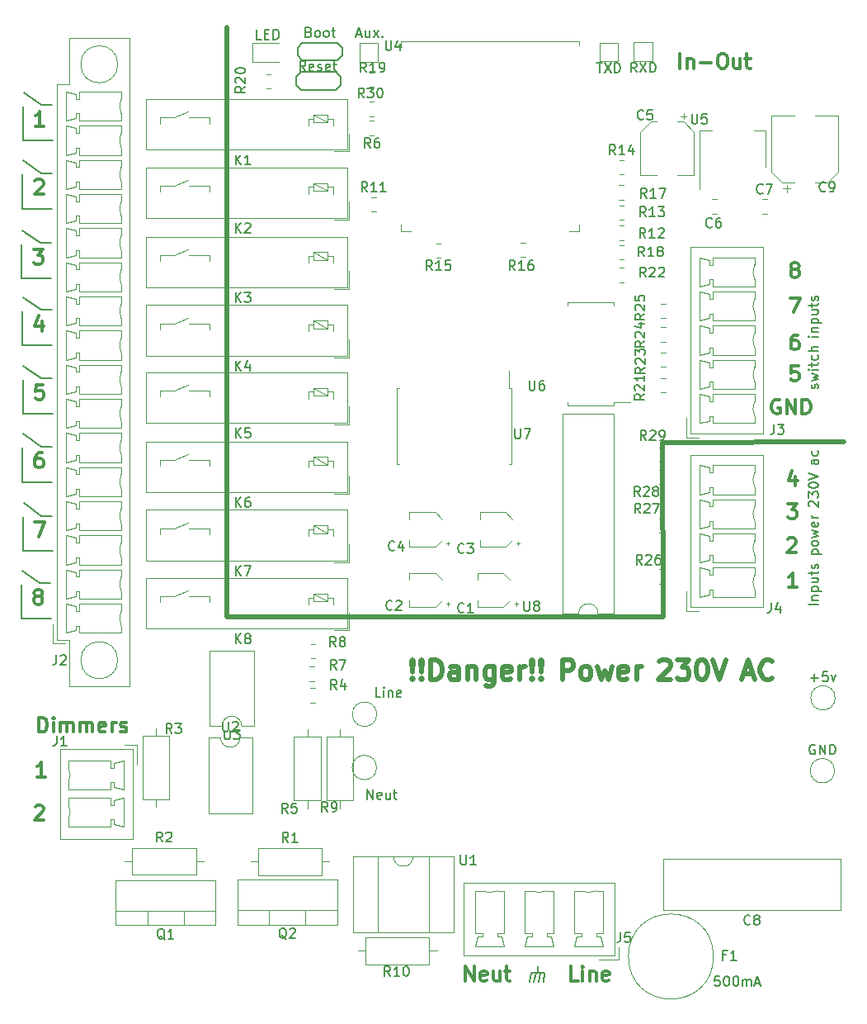
<source format=gbr>
%TF.GenerationSoftware,KiCad,Pcbnew,6.99.0-unknown-f8b157a1fb~149~ubuntu22.04.1*%
%TF.CreationDate,2022-08-25T07:22:00+02:00*%
%TF.ProjectId,in_out,696e5f6f-7574-42e6-9b69-6361645f7063,rev?*%
%TF.SameCoordinates,Original*%
%TF.FileFunction,Legend,Top*%
%TF.FilePolarity,Positive*%
%FSLAX46Y46*%
G04 Gerber Fmt 4.6, Leading zero omitted, Abs format (unit mm)*
G04 Created by KiCad (PCBNEW 6.99.0-unknown-f8b157a1fb~149~ubuntu22.04.1) date 2022-08-25 07:22:00*
%MOMM*%
%LPD*%
G01*
G04 APERTURE LIST*
%ADD10C,0.150000*%
%ADD11C,0.200000*%
%ADD12C,0.500000*%
%ADD13C,0.300000*%
%ADD14C,0.120000*%
G04 APERTURE END LIST*
D10*
X74150000Y-58500000D02*
X71100000Y-58500000D01*
X74100000Y-54875000D02*
X73000000Y-54875000D01*
X71500000Y-67850000D02*
X71150000Y-67600000D01*
D11*
X124250700Y-136862400D02*
X124075700Y-137762400D01*
D10*
X74100000Y-68900000D02*
X73000000Y-68900000D01*
D11*
X123800700Y-136837400D02*
X123600700Y-137762400D01*
D10*
X74100000Y-82900000D02*
X73000000Y-82900000D01*
D12*
X155400000Y-82400000D02*
X136775000Y-82475000D01*
D10*
X73000000Y-82900000D02*
X71500000Y-81850000D01*
X74150000Y-75900000D02*
X73050000Y-75900000D01*
X71500000Y-81850000D02*
X71150000Y-81600000D01*
X71400000Y-95875000D02*
X71050000Y-95625000D01*
X71500000Y-53825000D02*
X71150000Y-53575000D01*
X74050000Y-100550000D02*
X71000000Y-100550000D01*
X73000000Y-68900000D02*
X71500000Y-67850000D01*
X71025000Y-65650000D02*
X71025000Y-62150000D01*
X74225000Y-93625000D02*
X71175000Y-93625000D01*
X74150000Y-72525000D02*
X71100000Y-72525000D01*
X71100000Y-72525000D02*
X71100000Y-69025000D01*
D11*
X124000700Y-136137400D02*
X124013200Y-136837400D01*
D10*
X71150000Y-79525000D02*
X71150000Y-76025000D01*
X74075000Y-65650000D02*
X71025000Y-65650000D01*
X71100000Y-86525000D02*
X71100000Y-83025000D01*
X71575000Y-88950000D02*
X71225000Y-88700000D01*
X71175000Y-51500000D02*
X71175000Y-48000000D01*
X74175000Y-90000000D02*
X73075000Y-90000000D01*
X73075000Y-90000000D02*
X71575000Y-88950000D01*
X73000000Y-54875000D02*
X71500000Y-53825000D01*
X74025000Y-62025000D02*
X72925000Y-62025000D01*
X71175000Y-93625000D02*
X71175000Y-90125000D01*
X74200000Y-79525000D02*
X71150000Y-79525000D01*
X74150000Y-86525000D02*
X71100000Y-86525000D01*
X72900000Y-96925000D02*
X71400000Y-95875000D01*
D12*
X136775000Y-82525000D02*
X136875000Y-100350000D01*
D11*
X124725700Y-136837400D02*
X123300700Y-136837400D01*
D10*
X74225000Y-51500000D02*
X71175000Y-51500000D01*
D11*
X123300700Y-136837400D02*
X123125700Y-137762400D01*
D10*
X74175000Y-47875000D02*
X73075000Y-47875000D01*
X72925000Y-62025000D02*
X71425000Y-60975000D01*
D12*
X92075000Y-100300000D02*
X92075000Y-39878000D01*
D10*
X71550000Y-74850000D02*
X71200000Y-74600000D01*
D11*
X124725700Y-136837400D02*
X124600700Y-137787400D01*
D10*
X73075000Y-47875000D02*
X71575000Y-46825000D01*
X71575000Y-46825000D02*
X71225000Y-46575000D01*
X71100000Y-58500000D02*
X71100000Y-55000000D01*
D12*
X136875000Y-100350000D02*
X92075000Y-100330000D01*
D10*
X73050000Y-75900000D02*
X71550000Y-74850000D01*
X71000000Y-100550000D02*
X71000000Y-97050000D01*
X74000000Y-96925000D02*
X72900000Y-96925000D01*
X71425000Y-60975000D02*
X71075000Y-60725000D01*
D13*
X150757143Y-74651071D02*
X150042857Y-74651071D01*
X150042857Y-74651071D02*
X149971429Y-75365357D01*
X149971429Y-75365357D02*
X150042857Y-75293928D01*
X150042857Y-75293928D02*
X150185715Y-75222500D01*
X150185715Y-75222500D02*
X150542857Y-75222500D01*
X150542857Y-75222500D02*
X150685715Y-75293928D01*
X150685715Y-75293928D02*
X150757143Y-75365357D01*
X150757143Y-75365357D02*
X150828572Y-75508214D01*
X150828572Y-75508214D02*
X150828572Y-75865357D01*
X150828572Y-75865357D02*
X150757143Y-76008214D01*
X150757143Y-76008214D02*
X150685715Y-76079642D01*
X150685715Y-76079642D02*
X150542857Y-76151071D01*
X150542857Y-76151071D02*
X150185715Y-76151071D01*
X150185715Y-76151071D02*
X150042857Y-76079642D01*
X150042857Y-76079642D02*
X149971429Y-76008214D01*
X73328572Y-50026071D02*
X72471429Y-50026071D01*
X72900000Y-50026071D02*
X72900000Y-48526071D01*
X72900000Y-48526071D02*
X72757143Y-48740357D01*
X72757143Y-48740357D02*
X72614286Y-48883214D01*
X72614286Y-48883214D02*
X72471429Y-48954642D01*
X149900000Y-67651071D02*
X150900000Y-67651071D01*
X150900000Y-67651071D02*
X150257143Y-69151071D01*
X73478972Y-116781471D02*
X72621829Y-116781471D01*
X73050400Y-116781471D02*
X73050400Y-115281471D01*
X73050400Y-115281471D02*
X72907543Y-115495757D01*
X72907543Y-115495757D02*
X72764686Y-115638614D01*
X72764686Y-115638614D02*
X72621829Y-115710042D01*
X149675000Y-88776071D02*
X150603572Y-88776071D01*
X150603572Y-88776071D02*
X150103572Y-89347500D01*
X150103572Y-89347500D02*
X150317857Y-89347500D01*
X150317857Y-89347500D02*
X150460715Y-89418928D01*
X150460715Y-89418928D02*
X150532143Y-89490357D01*
X150532143Y-89490357D02*
X150603572Y-89633214D01*
X150603572Y-89633214D02*
X150603572Y-89990357D01*
X150603572Y-89990357D02*
X150532143Y-90133214D01*
X150532143Y-90133214D02*
X150460715Y-90204642D01*
X150460715Y-90204642D02*
X150317857Y-90276071D01*
X150317857Y-90276071D02*
X149889286Y-90276071D01*
X149889286Y-90276071D02*
X149746429Y-90204642D01*
X149746429Y-90204642D02*
X149675000Y-90133214D01*
X73232143Y-76551071D02*
X72517857Y-76551071D01*
X72517857Y-76551071D02*
X72446429Y-77265357D01*
X72446429Y-77265357D02*
X72517857Y-77193928D01*
X72517857Y-77193928D02*
X72660715Y-77122500D01*
X72660715Y-77122500D02*
X73017857Y-77122500D01*
X73017857Y-77122500D02*
X73160715Y-77193928D01*
X73160715Y-77193928D02*
X73232143Y-77265357D01*
X73232143Y-77265357D02*
X73303572Y-77408214D01*
X73303572Y-77408214D02*
X73303572Y-77765357D01*
X73303572Y-77765357D02*
X73232143Y-77908214D01*
X73232143Y-77908214D02*
X73160715Y-77979642D01*
X73160715Y-77979642D02*
X73017857Y-78051071D01*
X73017857Y-78051071D02*
X72660715Y-78051071D01*
X72660715Y-78051071D02*
X72517857Y-77979642D01*
X72517857Y-77979642D02*
X72446429Y-77908214D01*
X72582143Y-98218928D02*
X72439286Y-98147500D01*
X72439286Y-98147500D02*
X72367857Y-98076071D01*
X72367857Y-98076071D02*
X72296429Y-97933214D01*
X72296429Y-97933214D02*
X72296429Y-97861785D01*
X72296429Y-97861785D02*
X72367857Y-97718928D01*
X72367857Y-97718928D02*
X72439286Y-97647500D01*
X72439286Y-97647500D02*
X72582143Y-97576071D01*
X72582143Y-97576071D02*
X72867857Y-97576071D01*
X72867857Y-97576071D02*
X73010715Y-97647500D01*
X73010715Y-97647500D02*
X73082143Y-97718928D01*
X73082143Y-97718928D02*
X73153572Y-97861785D01*
X73153572Y-97861785D02*
X73153572Y-97933214D01*
X73153572Y-97933214D02*
X73082143Y-98076071D01*
X73082143Y-98076071D02*
X73010715Y-98147500D01*
X73010715Y-98147500D02*
X72867857Y-98218928D01*
X72867857Y-98218928D02*
X72582143Y-98218928D01*
X72582143Y-98218928D02*
X72439286Y-98290357D01*
X72439286Y-98290357D02*
X72367857Y-98361785D01*
X72367857Y-98361785D02*
X72296429Y-98504642D01*
X72296429Y-98504642D02*
X72296429Y-98790357D01*
X72296429Y-98790357D02*
X72367857Y-98933214D01*
X72367857Y-98933214D02*
X72439286Y-99004642D01*
X72439286Y-99004642D02*
X72582143Y-99076071D01*
X72582143Y-99076071D02*
X72867857Y-99076071D01*
X72867857Y-99076071D02*
X73010715Y-99004642D01*
X73010715Y-99004642D02*
X73082143Y-98933214D01*
X73082143Y-98933214D02*
X73153572Y-98790357D01*
X73153572Y-98790357D02*
X73153572Y-98504642D01*
X73153572Y-98504642D02*
X73082143Y-98361785D01*
X73082143Y-98361785D02*
X73010715Y-98290357D01*
X73010715Y-98290357D02*
X72867857Y-98218928D01*
X150578572Y-97351071D02*
X149721429Y-97351071D01*
X150150000Y-97351071D02*
X150150000Y-95851071D01*
X150150000Y-95851071D02*
X150007143Y-96065357D01*
X150007143Y-96065357D02*
X149864286Y-96208214D01*
X149864286Y-96208214D02*
X149721429Y-96279642D01*
X72418629Y-119793128D02*
X72490057Y-119721700D01*
X72490057Y-119721700D02*
X72632915Y-119650271D01*
X72632915Y-119650271D02*
X72990057Y-119650271D01*
X72990057Y-119650271D02*
X73132915Y-119721700D01*
X73132915Y-119721700D02*
X73204343Y-119793128D01*
X73204343Y-119793128D02*
X73275772Y-119935985D01*
X73275772Y-119935985D02*
X73275772Y-120078842D01*
X73275772Y-120078842D02*
X73204343Y-120293128D01*
X73204343Y-120293128D02*
X72347200Y-121150271D01*
X72347200Y-121150271D02*
X73275772Y-121150271D01*
X72802514Y-112158671D02*
X72802514Y-110658671D01*
X72802514Y-110658671D02*
X73159657Y-110658671D01*
X73159657Y-110658671D02*
X73373943Y-110730100D01*
X73373943Y-110730100D02*
X73516800Y-110872957D01*
X73516800Y-110872957D02*
X73588229Y-111015814D01*
X73588229Y-111015814D02*
X73659657Y-111301528D01*
X73659657Y-111301528D02*
X73659657Y-111515814D01*
X73659657Y-111515814D02*
X73588229Y-111801528D01*
X73588229Y-111801528D02*
X73516800Y-111944385D01*
X73516800Y-111944385D02*
X73373943Y-112087242D01*
X73373943Y-112087242D02*
X73159657Y-112158671D01*
X73159657Y-112158671D02*
X72802514Y-112158671D01*
X74302514Y-112158671D02*
X74302514Y-111158671D01*
X74302514Y-110658671D02*
X74231086Y-110730100D01*
X74231086Y-110730100D02*
X74302514Y-110801528D01*
X74302514Y-110801528D02*
X74373943Y-110730100D01*
X74373943Y-110730100D02*
X74302514Y-110658671D01*
X74302514Y-110658671D02*
X74302514Y-110801528D01*
X75016800Y-112158671D02*
X75016800Y-111158671D01*
X75016800Y-111301528D02*
X75088229Y-111230100D01*
X75088229Y-111230100D02*
X75231086Y-111158671D01*
X75231086Y-111158671D02*
X75445372Y-111158671D01*
X75445372Y-111158671D02*
X75588229Y-111230100D01*
X75588229Y-111230100D02*
X75659658Y-111372957D01*
X75659658Y-111372957D02*
X75659658Y-112158671D01*
X75659658Y-111372957D02*
X75731086Y-111230100D01*
X75731086Y-111230100D02*
X75873943Y-111158671D01*
X75873943Y-111158671D02*
X76088229Y-111158671D01*
X76088229Y-111158671D02*
X76231086Y-111230100D01*
X76231086Y-111230100D02*
X76302515Y-111372957D01*
X76302515Y-111372957D02*
X76302515Y-112158671D01*
X77016800Y-112158671D02*
X77016800Y-111158671D01*
X77016800Y-111301528D02*
X77088229Y-111230100D01*
X77088229Y-111230100D02*
X77231086Y-111158671D01*
X77231086Y-111158671D02*
X77445372Y-111158671D01*
X77445372Y-111158671D02*
X77588229Y-111230100D01*
X77588229Y-111230100D02*
X77659658Y-111372957D01*
X77659658Y-111372957D02*
X77659658Y-112158671D01*
X77659658Y-111372957D02*
X77731086Y-111230100D01*
X77731086Y-111230100D02*
X77873943Y-111158671D01*
X77873943Y-111158671D02*
X78088229Y-111158671D01*
X78088229Y-111158671D02*
X78231086Y-111230100D01*
X78231086Y-111230100D02*
X78302515Y-111372957D01*
X78302515Y-111372957D02*
X78302515Y-112158671D01*
X79588229Y-112087242D02*
X79445372Y-112158671D01*
X79445372Y-112158671D02*
X79159658Y-112158671D01*
X79159658Y-112158671D02*
X79016800Y-112087242D01*
X79016800Y-112087242D02*
X78945372Y-111944385D01*
X78945372Y-111944385D02*
X78945372Y-111372957D01*
X78945372Y-111372957D02*
X79016800Y-111230100D01*
X79016800Y-111230100D02*
X79159658Y-111158671D01*
X79159658Y-111158671D02*
X79445372Y-111158671D01*
X79445372Y-111158671D02*
X79588229Y-111230100D01*
X79588229Y-111230100D02*
X79659658Y-111372957D01*
X79659658Y-111372957D02*
X79659658Y-111515814D01*
X79659658Y-111515814D02*
X78945372Y-111658671D01*
X80302514Y-112158671D02*
X80302514Y-111158671D01*
X80302514Y-111444385D02*
X80373943Y-111301528D01*
X80373943Y-111301528D02*
X80445372Y-111230100D01*
X80445372Y-111230100D02*
X80588229Y-111158671D01*
X80588229Y-111158671D02*
X80731086Y-111158671D01*
X81159657Y-112087242D02*
X81302514Y-112158671D01*
X81302514Y-112158671D02*
X81588228Y-112158671D01*
X81588228Y-112158671D02*
X81731085Y-112087242D01*
X81731085Y-112087242D02*
X81802514Y-111944385D01*
X81802514Y-111944385D02*
X81802514Y-111872957D01*
X81802514Y-111872957D02*
X81731085Y-111730100D01*
X81731085Y-111730100D02*
X81588228Y-111658671D01*
X81588228Y-111658671D02*
X81373943Y-111658671D01*
X81373943Y-111658671D02*
X81231085Y-111587242D01*
X81231085Y-111587242D02*
X81159657Y-111444385D01*
X81159657Y-111444385D02*
X81159657Y-111372957D01*
X81159657Y-111372957D02*
X81231085Y-111230100D01*
X81231085Y-111230100D02*
X81373943Y-111158671D01*
X81373943Y-111158671D02*
X81588228Y-111158671D01*
X81588228Y-111158671D02*
X81731085Y-111230100D01*
X72250000Y-62676071D02*
X73178572Y-62676071D01*
X73178572Y-62676071D02*
X72678572Y-63247500D01*
X72678572Y-63247500D02*
X72892857Y-63247500D01*
X72892857Y-63247500D02*
X73035715Y-63318928D01*
X73035715Y-63318928D02*
X73107143Y-63390357D01*
X73107143Y-63390357D02*
X73178572Y-63533214D01*
X73178572Y-63533214D02*
X73178572Y-63890357D01*
X73178572Y-63890357D02*
X73107143Y-64033214D01*
X73107143Y-64033214D02*
X73035715Y-64104642D01*
X73035715Y-64104642D02*
X72892857Y-64176071D01*
X72892857Y-64176071D02*
X72464286Y-64176071D01*
X72464286Y-64176071D02*
X72321429Y-64104642D01*
X72321429Y-64104642D02*
X72250000Y-64033214D01*
X150685715Y-71451071D02*
X150400000Y-71451071D01*
X150400000Y-71451071D02*
X150257143Y-71522500D01*
X150257143Y-71522500D02*
X150185715Y-71593928D01*
X150185715Y-71593928D02*
X150042857Y-71808214D01*
X150042857Y-71808214D02*
X149971429Y-72093928D01*
X149971429Y-72093928D02*
X149971429Y-72665357D01*
X149971429Y-72665357D02*
X150042857Y-72808214D01*
X150042857Y-72808214D02*
X150114286Y-72879642D01*
X150114286Y-72879642D02*
X150257143Y-72951071D01*
X150257143Y-72951071D02*
X150542857Y-72951071D01*
X150542857Y-72951071D02*
X150685715Y-72879642D01*
X150685715Y-72879642D02*
X150757143Y-72808214D01*
X150757143Y-72808214D02*
X150828572Y-72665357D01*
X150828572Y-72665357D02*
X150828572Y-72308214D01*
X150828572Y-72308214D02*
X150757143Y-72165357D01*
X150757143Y-72165357D02*
X150685715Y-72093928D01*
X150685715Y-72093928D02*
X150542857Y-72022500D01*
X150542857Y-72022500D02*
X150257143Y-72022500D01*
X150257143Y-72022500D02*
X150114286Y-72093928D01*
X150114286Y-72093928D02*
X150042857Y-72165357D01*
X150042857Y-72165357D02*
X149971429Y-72308214D01*
X73110715Y-70051071D02*
X73110715Y-71051071D01*
X72753572Y-69479642D02*
X72396429Y-70551071D01*
X72396429Y-70551071D02*
X73325000Y-70551071D01*
X150460715Y-85926071D02*
X150460715Y-86926071D01*
X150103572Y-85354642D02*
X149746429Y-86426071D01*
X149746429Y-86426071D02*
X150675000Y-86426071D01*
X148857143Y-78122500D02*
X148714286Y-78051071D01*
X148714286Y-78051071D02*
X148500000Y-78051071D01*
X148500000Y-78051071D02*
X148285714Y-78122500D01*
X148285714Y-78122500D02*
X148142857Y-78265357D01*
X148142857Y-78265357D02*
X148071428Y-78408214D01*
X148071428Y-78408214D02*
X148000000Y-78693928D01*
X148000000Y-78693928D02*
X148000000Y-78908214D01*
X148000000Y-78908214D02*
X148071428Y-79193928D01*
X148071428Y-79193928D02*
X148142857Y-79336785D01*
X148142857Y-79336785D02*
X148285714Y-79479642D01*
X148285714Y-79479642D02*
X148500000Y-79551071D01*
X148500000Y-79551071D02*
X148642857Y-79551071D01*
X148642857Y-79551071D02*
X148857143Y-79479642D01*
X148857143Y-79479642D02*
X148928571Y-79408214D01*
X148928571Y-79408214D02*
X148928571Y-78908214D01*
X148928571Y-78908214D02*
X148642857Y-78908214D01*
X149571428Y-79551071D02*
X149571428Y-78051071D01*
X149571428Y-78051071D02*
X150428571Y-79551071D01*
X150428571Y-79551071D02*
X150428571Y-78051071D01*
X151142857Y-79551071D02*
X151142857Y-78051071D01*
X151142857Y-78051071D02*
X151500000Y-78051071D01*
X151500000Y-78051071D02*
X151714286Y-78122500D01*
X151714286Y-78122500D02*
X151857143Y-78265357D01*
X151857143Y-78265357D02*
X151928572Y-78408214D01*
X151928572Y-78408214D02*
X152000000Y-78693928D01*
X152000000Y-78693928D02*
X152000000Y-78908214D01*
X152000000Y-78908214D02*
X151928572Y-79193928D01*
X151928572Y-79193928D02*
X151857143Y-79336785D01*
X151857143Y-79336785D02*
X151714286Y-79479642D01*
X151714286Y-79479642D02*
X151500000Y-79551071D01*
X151500000Y-79551071D02*
X151142857Y-79551071D01*
X72400000Y-90651071D02*
X73400000Y-90651071D01*
X73400000Y-90651071D02*
X72757143Y-92151071D01*
X150257143Y-64693928D02*
X150114286Y-64622500D01*
X150114286Y-64622500D02*
X150042857Y-64551071D01*
X150042857Y-64551071D02*
X149971429Y-64408214D01*
X149971429Y-64408214D02*
X149971429Y-64336785D01*
X149971429Y-64336785D02*
X150042857Y-64193928D01*
X150042857Y-64193928D02*
X150114286Y-64122500D01*
X150114286Y-64122500D02*
X150257143Y-64051071D01*
X150257143Y-64051071D02*
X150542857Y-64051071D01*
X150542857Y-64051071D02*
X150685715Y-64122500D01*
X150685715Y-64122500D02*
X150757143Y-64193928D01*
X150757143Y-64193928D02*
X150828572Y-64336785D01*
X150828572Y-64336785D02*
X150828572Y-64408214D01*
X150828572Y-64408214D02*
X150757143Y-64551071D01*
X150757143Y-64551071D02*
X150685715Y-64622500D01*
X150685715Y-64622500D02*
X150542857Y-64693928D01*
X150542857Y-64693928D02*
X150257143Y-64693928D01*
X150257143Y-64693928D02*
X150114286Y-64765357D01*
X150114286Y-64765357D02*
X150042857Y-64836785D01*
X150042857Y-64836785D02*
X149971429Y-64979642D01*
X149971429Y-64979642D02*
X149971429Y-65265357D01*
X149971429Y-65265357D02*
X150042857Y-65408214D01*
X150042857Y-65408214D02*
X150114286Y-65479642D01*
X150114286Y-65479642D02*
X150257143Y-65551071D01*
X150257143Y-65551071D02*
X150542857Y-65551071D01*
X150542857Y-65551071D02*
X150685715Y-65479642D01*
X150685715Y-65479642D02*
X150757143Y-65408214D01*
X150757143Y-65408214D02*
X150828572Y-65265357D01*
X150828572Y-65265357D02*
X150828572Y-64979642D01*
X150828572Y-64979642D02*
X150757143Y-64836785D01*
X150757143Y-64836785D02*
X150685715Y-64765357D01*
X150685715Y-64765357D02*
X150542857Y-64693928D01*
X138612999Y-44112071D02*
X138612999Y-42612071D01*
X139327285Y-43112071D02*
X139327285Y-44112071D01*
X139327285Y-43254928D02*
X139398714Y-43183500D01*
X139398714Y-43183500D02*
X139541571Y-43112071D01*
X139541571Y-43112071D02*
X139755857Y-43112071D01*
X139755857Y-43112071D02*
X139898714Y-43183500D01*
X139898714Y-43183500D02*
X139970143Y-43326357D01*
X139970143Y-43326357D02*
X139970143Y-44112071D01*
X140684428Y-43540642D02*
X141827286Y-43540642D01*
X142827286Y-42612071D02*
X143113000Y-42612071D01*
X143113000Y-42612071D02*
X143255857Y-42683500D01*
X143255857Y-42683500D02*
X143398714Y-42826357D01*
X143398714Y-42826357D02*
X143470143Y-43112071D01*
X143470143Y-43112071D02*
X143470143Y-43612071D01*
X143470143Y-43612071D02*
X143398714Y-43897785D01*
X143398714Y-43897785D02*
X143255857Y-44040642D01*
X143255857Y-44040642D02*
X143113000Y-44112071D01*
X143113000Y-44112071D02*
X142827286Y-44112071D01*
X142827286Y-44112071D02*
X142684429Y-44040642D01*
X142684429Y-44040642D02*
X142541571Y-43897785D01*
X142541571Y-43897785D02*
X142470143Y-43612071D01*
X142470143Y-43612071D02*
X142470143Y-43112071D01*
X142470143Y-43112071D02*
X142541571Y-42826357D01*
X142541571Y-42826357D02*
X142684429Y-42683500D01*
X142684429Y-42683500D02*
X142827286Y-42612071D01*
X144755858Y-43112071D02*
X144755858Y-44112071D01*
X144113000Y-43112071D02*
X144113000Y-43897785D01*
X144113000Y-43897785D02*
X144184429Y-44040642D01*
X144184429Y-44040642D02*
X144327286Y-44112071D01*
X144327286Y-44112071D02*
X144541572Y-44112071D01*
X144541572Y-44112071D02*
X144684429Y-44040642D01*
X144684429Y-44040642D02*
X144755858Y-43969214D01*
X145255858Y-43112071D02*
X145827286Y-43112071D01*
X145470143Y-42612071D02*
X145470143Y-43897785D01*
X145470143Y-43897785D02*
X145541572Y-44040642D01*
X145541572Y-44040642D02*
X145684429Y-44112071D01*
X145684429Y-44112071D02*
X145827286Y-44112071D01*
X149646429Y-92393928D02*
X149717857Y-92322500D01*
X149717857Y-92322500D02*
X149860715Y-92251071D01*
X149860715Y-92251071D02*
X150217857Y-92251071D01*
X150217857Y-92251071D02*
X150360715Y-92322500D01*
X150360715Y-92322500D02*
X150432143Y-92393928D01*
X150432143Y-92393928D02*
X150503572Y-92536785D01*
X150503572Y-92536785D02*
X150503572Y-92679642D01*
X150503572Y-92679642D02*
X150432143Y-92893928D01*
X150432143Y-92893928D02*
X149575000Y-93751071D01*
X149575000Y-93751071D02*
X150503572Y-93751071D01*
X128122514Y-137660271D02*
X127408228Y-137660271D01*
X127408228Y-137660271D02*
X127408228Y-136160271D01*
X128622514Y-137660271D02*
X128622514Y-136660271D01*
X128622514Y-136160271D02*
X128551086Y-136231700D01*
X128551086Y-136231700D02*
X128622514Y-136303128D01*
X128622514Y-136303128D02*
X128693943Y-136231700D01*
X128693943Y-136231700D02*
X128622514Y-136160271D01*
X128622514Y-136160271D02*
X128622514Y-136303128D01*
X129336800Y-136660271D02*
X129336800Y-137660271D01*
X129336800Y-136803128D02*
X129408229Y-136731700D01*
X129408229Y-136731700D02*
X129551086Y-136660271D01*
X129551086Y-136660271D02*
X129765372Y-136660271D01*
X129765372Y-136660271D02*
X129908229Y-136731700D01*
X129908229Y-136731700D02*
X129979658Y-136874557D01*
X129979658Y-136874557D02*
X129979658Y-137660271D01*
X131265372Y-137588842D02*
X131122515Y-137660271D01*
X131122515Y-137660271D02*
X130836801Y-137660271D01*
X130836801Y-137660271D02*
X130693943Y-137588842D01*
X130693943Y-137588842D02*
X130622515Y-137445985D01*
X130622515Y-137445985D02*
X130622515Y-136874557D01*
X130622515Y-136874557D02*
X130693943Y-136731700D01*
X130693943Y-136731700D02*
X130836801Y-136660271D01*
X130836801Y-136660271D02*
X131122515Y-136660271D01*
X131122515Y-136660271D02*
X131265372Y-136731700D01*
X131265372Y-136731700D02*
X131336801Y-136874557D01*
X131336801Y-136874557D02*
X131336801Y-137017414D01*
X131336801Y-137017414D02*
X130622515Y-137160271D01*
X72396429Y-55668928D02*
X72467857Y-55597500D01*
X72467857Y-55597500D02*
X72610715Y-55526071D01*
X72610715Y-55526071D02*
X72967857Y-55526071D01*
X72967857Y-55526071D02*
X73110715Y-55597500D01*
X73110715Y-55597500D02*
X73182143Y-55668928D01*
X73182143Y-55668928D02*
X73253572Y-55811785D01*
X73253572Y-55811785D02*
X73253572Y-55954642D01*
X73253572Y-55954642D02*
X73182143Y-56168928D01*
X73182143Y-56168928D02*
X72325000Y-57026071D01*
X72325000Y-57026071D02*
X73253572Y-57026071D01*
X73110715Y-83551071D02*
X72825000Y-83551071D01*
X72825000Y-83551071D02*
X72682143Y-83622500D01*
X72682143Y-83622500D02*
X72610715Y-83693928D01*
X72610715Y-83693928D02*
X72467857Y-83908214D01*
X72467857Y-83908214D02*
X72396429Y-84193928D01*
X72396429Y-84193928D02*
X72396429Y-84765357D01*
X72396429Y-84765357D02*
X72467857Y-84908214D01*
X72467857Y-84908214D02*
X72539286Y-84979642D01*
X72539286Y-84979642D02*
X72682143Y-85051071D01*
X72682143Y-85051071D02*
X72967857Y-85051071D01*
X72967857Y-85051071D02*
X73110715Y-84979642D01*
X73110715Y-84979642D02*
X73182143Y-84908214D01*
X73182143Y-84908214D02*
X73253572Y-84765357D01*
X73253572Y-84765357D02*
X73253572Y-84408214D01*
X73253572Y-84408214D02*
X73182143Y-84265357D01*
X73182143Y-84265357D02*
X73110715Y-84193928D01*
X73110715Y-84193928D02*
X72967857Y-84122500D01*
X72967857Y-84122500D02*
X72682143Y-84122500D01*
X72682143Y-84122500D02*
X72539286Y-84193928D01*
X72539286Y-84193928D02*
X72467857Y-84265357D01*
X72467857Y-84265357D02*
X72396429Y-84408214D01*
X116591828Y-137660271D02*
X116591828Y-136160271D01*
X116591828Y-136160271D02*
X117448971Y-137660271D01*
X117448971Y-137660271D02*
X117448971Y-136160271D01*
X118734686Y-137588842D02*
X118591829Y-137660271D01*
X118591829Y-137660271D02*
X118306115Y-137660271D01*
X118306115Y-137660271D02*
X118163257Y-137588842D01*
X118163257Y-137588842D02*
X118091829Y-137445985D01*
X118091829Y-137445985D02*
X118091829Y-136874557D01*
X118091829Y-136874557D02*
X118163257Y-136731700D01*
X118163257Y-136731700D02*
X118306115Y-136660271D01*
X118306115Y-136660271D02*
X118591829Y-136660271D01*
X118591829Y-136660271D02*
X118734686Y-136731700D01*
X118734686Y-136731700D02*
X118806115Y-136874557D01*
X118806115Y-136874557D02*
X118806115Y-137017414D01*
X118806115Y-137017414D02*
X118091829Y-137160271D01*
X120091829Y-136660271D02*
X120091829Y-137660271D01*
X119448971Y-136660271D02*
X119448971Y-137445985D01*
X119448971Y-137445985D02*
X119520400Y-137588842D01*
X119520400Y-137588842D02*
X119663257Y-137660271D01*
X119663257Y-137660271D02*
X119877543Y-137660271D01*
X119877543Y-137660271D02*
X120020400Y-137588842D01*
X120020400Y-137588842D02*
X120091829Y-137517414D01*
X120591829Y-136660271D02*
X121163257Y-136660271D01*
X120806114Y-136160271D02*
X120806114Y-137445985D01*
X120806114Y-137445985D02*
X120877543Y-137588842D01*
X120877543Y-137588842D02*
X121020400Y-137660271D01*
X121020400Y-137660271D02*
X121163257Y-137660271D01*
D10*
%TO.C,R13*%
X135082142Y-59317380D02*
X134748809Y-58841190D01*
X134510714Y-59317380D02*
X134510714Y-58317380D01*
X134510714Y-58317380D02*
X134891666Y-58317380D01*
X134891666Y-58317380D02*
X134986904Y-58365000D01*
X134986904Y-58365000D02*
X135034523Y-58412619D01*
X135034523Y-58412619D02*
X135082142Y-58507857D01*
X135082142Y-58507857D02*
X135082142Y-58650714D01*
X135082142Y-58650714D02*
X135034523Y-58745952D01*
X135034523Y-58745952D02*
X134986904Y-58793571D01*
X134986904Y-58793571D02*
X134891666Y-58841190D01*
X134891666Y-58841190D02*
X134510714Y-58841190D01*
X136034523Y-59317380D02*
X135463095Y-59317380D01*
X135748809Y-59317380D02*
X135748809Y-58317380D01*
X135748809Y-58317380D02*
X135653571Y-58460238D01*
X135653571Y-58460238D02*
X135558333Y-58555476D01*
X135558333Y-58555476D02*
X135463095Y-58603095D01*
X136367857Y-58317380D02*
X136986904Y-58317380D01*
X136986904Y-58317380D02*
X136653571Y-58698333D01*
X136653571Y-58698333D02*
X136796428Y-58698333D01*
X136796428Y-58698333D02*
X136891666Y-58745952D01*
X136891666Y-58745952D02*
X136939285Y-58793571D01*
X136939285Y-58793571D02*
X136986904Y-58888809D01*
X136986904Y-58888809D02*
X136986904Y-59126904D01*
X136986904Y-59126904D02*
X136939285Y-59222142D01*
X136939285Y-59222142D02*
X136891666Y-59269761D01*
X136891666Y-59269761D02*
X136796428Y-59317380D01*
X136796428Y-59317380D02*
X136510714Y-59317380D01*
X136510714Y-59317380D02*
X136415476Y-59269761D01*
X136415476Y-59269761D02*
X136367857Y-59222142D01*
%TO.C,C2*%
X109053333Y-99586142D02*
X109005714Y-99633761D01*
X109005714Y-99633761D02*
X108862857Y-99681380D01*
X108862857Y-99681380D02*
X108767619Y-99681380D01*
X108767619Y-99681380D02*
X108624762Y-99633761D01*
X108624762Y-99633761D02*
X108529524Y-99538523D01*
X108529524Y-99538523D02*
X108481905Y-99443285D01*
X108481905Y-99443285D02*
X108434286Y-99252809D01*
X108434286Y-99252809D02*
X108434286Y-99109952D01*
X108434286Y-99109952D02*
X108481905Y-98919476D01*
X108481905Y-98919476D02*
X108529524Y-98824238D01*
X108529524Y-98824238D02*
X108624762Y-98729000D01*
X108624762Y-98729000D02*
X108767619Y-98681380D01*
X108767619Y-98681380D02*
X108862857Y-98681380D01*
X108862857Y-98681380D02*
X109005714Y-98729000D01*
X109005714Y-98729000D02*
X109053333Y-98776619D01*
X109434286Y-98776619D02*
X109481905Y-98729000D01*
X109481905Y-98729000D02*
X109577143Y-98681380D01*
X109577143Y-98681380D02*
X109815238Y-98681380D01*
X109815238Y-98681380D02*
X109910476Y-98729000D01*
X109910476Y-98729000D02*
X109958095Y-98776619D01*
X109958095Y-98776619D02*
X110005714Y-98871857D01*
X110005714Y-98871857D02*
X110005714Y-98967095D01*
X110005714Y-98967095D02*
X109958095Y-99109952D01*
X109958095Y-99109952D02*
X109386667Y-99681380D01*
X109386667Y-99681380D02*
X110005714Y-99681380D01*
%TO.C,C6*%
X141880333Y-60343142D02*
X141832714Y-60390761D01*
X141832714Y-60390761D02*
X141689857Y-60438380D01*
X141689857Y-60438380D02*
X141594619Y-60438380D01*
X141594619Y-60438380D02*
X141451762Y-60390761D01*
X141451762Y-60390761D02*
X141356524Y-60295523D01*
X141356524Y-60295523D02*
X141308905Y-60200285D01*
X141308905Y-60200285D02*
X141261286Y-60009809D01*
X141261286Y-60009809D02*
X141261286Y-59866952D01*
X141261286Y-59866952D02*
X141308905Y-59676476D01*
X141308905Y-59676476D02*
X141356524Y-59581238D01*
X141356524Y-59581238D02*
X141451762Y-59486000D01*
X141451762Y-59486000D02*
X141594619Y-59438380D01*
X141594619Y-59438380D02*
X141689857Y-59438380D01*
X141689857Y-59438380D02*
X141832714Y-59486000D01*
X141832714Y-59486000D02*
X141880333Y-59533619D01*
X142737476Y-59438380D02*
X142547000Y-59438380D01*
X142547000Y-59438380D02*
X142451762Y-59486000D01*
X142451762Y-59486000D02*
X142404143Y-59533619D01*
X142404143Y-59533619D02*
X142308905Y-59676476D01*
X142308905Y-59676476D02*
X142261286Y-59866952D01*
X142261286Y-59866952D02*
X142261286Y-60247904D01*
X142261286Y-60247904D02*
X142308905Y-60343142D01*
X142308905Y-60343142D02*
X142356524Y-60390761D01*
X142356524Y-60390761D02*
X142451762Y-60438380D01*
X142451762Y-60438380D02*
X142642238Y-60438380D01*
X142642238Y-60438380D02*
X142737476Y-60390761D01*
X142737476Y-60390761D02*
X142785095Y-60343142D01*
X142785095Y-60343142D02*
X142832714Y-60247904D01*
X142832714Y-60247904D02*
X142832714Y-60009809D01*
X142832714Y-60009809D02*
X142785095Y-59914571D01*
X142785095Y-59914571D02*
X142737476Y-59866952D01*
X142737476Y-59866952D02*
X142642238Y-59819333D01*
X142642238Y-59819333D02*
X142451762Y-59819333D01*
X142451762Y-59819333D02*
X142356524Y-59866952D01*
X142356524Y-59866952D02*
X142308905Y-59914571D01*
X142308905Y-59914571D02*
X142261286Y-60009809D01*
%TO.C,U5*%
X139801695Y-48795780D02*
X139801695Y-49605304D01*
X139801695Y-49605304D02*
X139849314Y-49700542D01*
X139849314Y-49700542D02*
X139896933Y-49748161D01*
X139896933Y-49748161D02*
X139992171Y-49795780D01*
X139992171Y-49795780D02*
X140182647Y-49795780D01*
X140182647Y-49795780D02*
X140277885Y-49748161D01*
X140277885Y-49748161D02*
X140325504Y-49700542D01*
X140325504Y-49700542D02*
X140373123Y-49605304D01*
X140373123Y-49605304D02*
X140373123Y-48795780D01*
X141325504Y-48795780D02*
X140849314Y-48795780D01*
X140849314Y-48795780D02*
X140801695Y-49271971D01*
X140801695Y-49271971D02*
X140849314Y-49224352D01*
X140849314Y-49224352D02*
X140944552Y-49176733D01*
X140944552Y-49176733D02*
X141182647Y-49176733D01*
X141182647Y-49176733D02*
X141277885Y-49224352D01*
X141277885Y-49224352D02*
X141325504Y-49271971D01*
X141325504Y-49271971D02*
X141373123Y-49367209D01*
X141373123Y-49367209D02*
X141373123Y-49605304D01*
X141373123Y-49605304D02*
X141325504Y-49700542D01*
X141325504Y-49700542D02*
X141277885Y-49748161D01*
X141277885Y-49748161D02*
X141182647Y-49795780D01*
X141182647Y-49795780D02*
X140944552Y-49795780D01*
X140944552Y-49795780D02*
X140849314Y-49748161D01*
X140849314Y-49748161D02*
X140801695Y-49700542D01*
%TO.C,R1*%
X98383333Y-123447380D02*
X98050000Y-122971190D01*
X97811905Y-123447380D02*
X97811905Y-122447380D01*
X97811905Y-122447380D02*
X98192857Y-122447380D01*
X98192857Y-122447380D02*
X98288095Y-122495000D01*
X98288095Y-122495000D02*
X98335714Y-122542619D01*
X98335714Y-122542619D02*
X98383333Y-122637857D01*
X98383333Y-122637857D02*
X98383333Y-122780714D01*
X98383333Y-122780714D02*
X98335714Y-122875952D01*
X98335714Y-122875952D02*
X98288095Y-122923571D01*
X98288095Y-122923571D02*
X98192857Y-122971190D01*
X98192857Y-122971190D02*
X97811905Y-122971190D01*
X99335714Y-123447380D02*
X98764286Y-123447380D01*
X99050000Y-123447380D02*
X99050000Y-122447380D01*
X99050000Y-122447380D02*
X98954762Y-122590238D01*
X98954762Y-122590238D02*
X98859524Y-122685476D01*
X98859524Y-122685476D02*
X98764286Y-122733095D01*
%TO.C,D1*%
X95623142Y-41134380D02*
X95146952Y-41134380D01*
X95146952Y-41134380D02*
X95146952Y-40134380D01*
X95956476Y-40610571D02*
X96289809Y-40610571D01*
X96432666Y-41134380D02*
X95956476Y-41134380D01*
X95956476Y-41134380D02*
X95956476Y-40134380D01*
X95956476Y-40134380D02*
X96432666Y-40134380D01*
X96861238Y-41134380D02*
X96861238Y-40134380D01*
X96861238Y-40134380D02*
X97099333Y-40134380D01*
X97099333Y-40134380D02*
X97242190Y-40182000D01*
X97242190Y-40182000D02*
X97337428Y-40277238D01*
X97337428Y-40277238D02*
X97385047Y-40372476D01*
X97385047Y-40372476D02*
X97432666Y-40562952D01*
X97432666Y-40562952D02*
X97432666Y-40705809D01*
X97432666Y-40705809D02*
X97385047Y-40896285D01*
X97385047Y-40896285D02*
X97337428Y-40991523D01*
X97337428Y-40991523D02*
X97242190Y-41086761D01*
X97242190Y-41086761D02*
X97099333Y-41134380D01*
X97099333Y-41134380D02*
X96861238Y-41134380D01*
%TO.C,R15*%
X113157142Y-64817380D02*
X112823809Y-64341190D01*
X112585714Y-64817380D02*
X112585714Y-63817380D01*
X112585714Y-63817380D02*
X112966666Y-63817380D01*
X112966666Y-63817380D02*
X113061904Y-63865000D01*
X113061904Y-63865000D02*
X113109523Y-63912619D01*
X113109523Y-63912619D02*
X113157142Y-64007857D01*
X113157142Y-64007857D02*
X113157142Y-64150714D01*
X113157142Y-64150714D02*
X113109523Y-64245952D01*
X113109523Y-64245952D02*
X113061904Y-64293571D01*
X113061904Y-64293571D02*
X112966666Y-64341190D01*
X112966666Y-64341190D02*
X112585714Y-64341190D01*
X114109523Y-64817380D02*
X113538095Y-64817380D01*
X113823809Y-64817380D02*
X113823809Y-63817380D01*
X113823809Y-63817380D02*
X113728571Y-63960238D01*
X113728571Y-63960238D02*
X113633333Y-64055476D01*
X113633333Y-64055476D02*
X113538095Y-64103095D01*
X115014285Y-63817380D02*
X114538095Y-63817380D01*
X114538095Y-63817380D02*
X114490476Y-64293571D01*
X114490476Y-64293571D02*
X114538095Y-64245952D01*
X114538095Y-64245952D02*
X114633333Y-64198333D01*
X114633333Y-64198333D02*
X114871428Y-64198333D01*
X114871428Y-64198333D02*
X114966666Y-64245952D01*
X114966666Y-64245952D02*
X115014285Y-64293571D01*
X115014285Y-64293571D02*
X115061904Y-64388809D01*
X115061904Y-64388809D02*
X115061904Y-64626904D01*
X115061904Y-64626904D02*
X115014285Y-64722142D01*
X115014285Y-64722142D02*
X114966666Y-64769761D01*
X114966666Y-64769761D02*
X114871428Y-64817380D01*
X114871428Y-64817380D02*
X114633333Y-64817380D01*
X114633333Y-64817380D02*
X114538095Y-64769761D01*
X114538095Y-64769761D02*
X114490476Y-64722142D01*
D12*
%TO.C,!!Danger!! Power 230V AC*%
X111120951Y-106589285D02*
X111216189Y-106684523D01*
X111216189Y-106684523D02*
X111120951Y-106779761D01*
X111120951Y-106779761D02*
X111025713Y-106684523D01*
X111025713Y-106684523D02*
X111120951Y-106589285D01*
X111120951Y-106589285D02*
X111120951Y-106779761D01*
X111120951Y-106017857D02*
X111025713Y-104875000D01*
X111025713Y-104875000D02*
X111120951Y-104779761D01*
X111120951Y-104779761D02*
X111216189Y-104875000D01*
X111216189Y-104875000D02*
X111120951Y-106017857D01*
X111120951Y-106017857D02*
X111120951Y-104779761D01*
X112073332Y-106589285D02*
X112168570Y-106684523D01*
X112168570Y-106684523D02*
X112073332Y-106779761D01*
X112073332Y-106779761D02*
X111978094Y-106684523D01*
X111978094Y-106684523D02*
X112073332Y-106589285D01*
X112073332Y-106589285D02*
X112073332Y-106779761D01*
X112073332Y-106017857D02*
X111978094Y-104875000D01*
X111978094Y-104875000D02*
X112073332Y-104779761D01*
X112073332Y-104779761D02*
X112168570Y-104875000D01*
X112168570Y-104875000D02*
X112073332Y-106017857D01*
X112073332Y-106017857D02*
X112073332Y-104779761D01*
X113025713Y-106779761D02*
X113025713Y-104779761D01*
X113025713Y-104779761D02*
X113501903Y-104779761D01*
X113501903Y-104779761D02*
X113787618Y-104875000D01*
X113787618Y-104875000D02*
X113978094Y-105065476D01*
X113978094Y-105065476D02*
X114073332Y-105255952D01*
X114073332Y-105255952D02*
X114168570Y-105636904D01*
X114168570Y-105636904D02*
X114168570Y-105922619D01*
X114168570Y-105922619D02*
X114073332Y-106303571D01*
X114073332Y-106303571D02*
X113978094Y-106494047D01*
X113978094Y-106494047D02*
X113787618Y-106684523D01*
X113787618Y-106684523D02*
X113501903Y-106779761D01*
X113501903Y-106779761D02*
X113025713Y-106779761D01*
X115882856Y-106779761D02*
X115882856Y-105732142D01*
X115882856Y-105732142D02*
X115787618Y-105541666D01*
X115787618Y-105541666D02*
X115597142Y-105446428D01*
X115597142Y-105446428D02*
X115216189Y-105446428D01*
X115216189Y-105446428D02*
X115025713Y-105541666D01*
X115882856Y-106684523D02*
X115692380Y-106779761D01*
X115692380Y-106779761D02*
X115216189Y-106779761D01*
X115216189Y-106779761D02*
X115025713Y-106684523D01*
X115025713Y-106684523D02*
X114930475Y-106494047D01*
X114930475Y-106494047D02*
X114930475Y-106303571D01*
X114930475Y-106303571D02*
X115025713Y-106113095D01*
X115025713Y-106113095D02*
X115216189Y-106017857D01*
X115216189Y-106017857D02*
X115692380Y-106017857D01*
X115692380Y-106017857D02*
X115882856Y-105922619D01*
X116835237Y-105446428D02*
X116835237Y-106779761D01*
X116835237Y-105636904D02*
X116930475Y-105541666D01*
X116930475Y-105541666D02*
X117120951Y-105446428D01*
X117120951Y-105446428D02*
X117406666Y-105446428D01*
X117406666Y-105446428D02*
X117597142Y-105541666D01*
X117597142Y-105541666D02*
X117692380Y-105732142D01*
X117692380Y-105732142D02*
X117692380Y-106779761D01*
X119501904Y-105446428D02*
X119501904Y-107065476D01*
X119501904Y-107065476D02*
X119406666Y-107255952D01*
X119406666Y-107255952D02*
X119311428Y-107351190D01*
X119311428Y-107351190D02*
X119120951Y-107446428D01*
X119120951Y-107446428D02*
X118835237Y-107446428D01*
X118835237Y-107446428D02*
X118644761Y-107351190D01*
X119501904Y-106684523D02*
X119311428Y-106779761D01*
X119311428Y-106779761D02*
X118930475Y-106779761D01*
X118930475Y-106779761D02*
X118739999Y-106684523D01*
X118739999Y-106684523D02*
X118644761Y-106589285D01*
X118644761Y-106589285D02*
X118549523Y-106398809D01*
X118549523Y-106398809D02*
X118549523Y-105827380D01*
X118549523Y-105827380D02*
X118644761Y-105636904D01*
X118644761Y-105636904D02*
X118739999Y-105541666D01*
X118739999Y-105541666D02*
X118930475Y-105446428D01*
X118930475Y-105446428D02*
X119311428Y-105446428D01*
X119311428Y-105446428D02*
X119501904Y-105541666D01*
X121216190Y-106684523D02*
X121025714Y-106779761D01*
X121025714Y-106779761D02*
X120644761Y-106779761D01*
X120644761Y-106779761D02*
X120454285Y-106684523D01*
X120454285Y-106684523D02*
X120359047Y-106494047D01*
X120359047Y-106494047D02*
X120359047Y-105732142D01*
X120359047Y-105732142D02*
X120454285Y-105541666D01*
X120454285Y-105541666D02*
X120644761Y-105446428D01*
X120644761Y-105446428D02*
X121025714Y-105446428D01*
X121025714Y-105446428D02*
X121216190Y-105541666D01*
X121216190Y-105541666D02*
X121311428Y-105732142D01*
X121311428Y-105732142D02*
X121311428Y-105922619D01*
X121311428Y-105922619D02*
X120359047Y-106113095D01*
X122168571Y-106779761D02*
X122168571Y-105446428D01*
X122168571Y-105827380D02*
X122263809Y-105636904D01*
X122263809Y-105636904D02*
X122359047Y-105541666D01*
X122359047Y-105541666D02*
X122549523Y-105446428D01*
X122549523Y-105446428D02*
X122740000Y-105446428D01*
X123406666Y-106589285D02*
X123501904Y-106684523D01*
X123501904Y-106684523D02*
X123406666Y-106779761D01*
X123406666Y-106779761D02*
X123311428Y-106684523D01*
X123311428Y-106684523D02*
X123406666Y-106589285D01*
X123406666Y-106589285D02*
X123406666Y-106779761D01*
X123406666Y-106017857D02*
X123311428Y-104875000D01*
X123311428Y-104875000D02*
X123406666Y-104779761D01*
X123406666Y-104779761D02*
X123501904Y-104875000D01*
X123501904Y-104875000D02*
X123406666Y-106017857D01*
X123406666Y-106017857D02*
X123406666Y-104779761D01*
X124359047Y-106589285D02*
X124454285Y-106684523D01*
X124454285Y-106684523D02*
X124359047Y-106779761D01*
X124359047Y-106779761D02*
X124263809Y-106684523D01*
X124263809Y-106684523D02*
X124359047Y-106589285D01*
X124359047Y-106589285D02*
X124359047Y-106779761D01*
X124359047Y-106017857D02*
X124263809Y-104875000D01*
X124263809Y-104875000D02*
X124359047Y-104779761D01*
X124359047Y-104779761D02*
X124454285Y-104875000D01*
X124454285Y-104875000D02*
X124359047Y-106017857D01*
X124359047Y-106017857D02*
X124359047Y-104779761D01*
X126511428Y-106779761D02*
X126511428Y-104779761D01*
X126511428Y-104779761D02*
X127273333Y-104779761D01*
X127273333Y-104779761D02*
X127463809Y-104875000D01*
X127463809Y-104875000D02*
X127559047Y-104970238D01*
X127559047Y-104970238D02*
X127654285Y-105160714D01*
X127654285Y-105160714D02*
X127654285Y-105446428D01*
X127654285Y-105446428D02*
X127559047Y-105636904D01*
X127559047Y-105636904D02*
X127463809Y-105732142D01*
X127463809Y-105732142D02*
X127273333Y-105827380D01*
X127273333Y-105827380D02*
X126511428Y-105827380D01*
X128797142Y-106779761D02*
X128606666Y-106684523D01*
X128606666Y-106684523D02*
X128511428Y-106589285D01*
X128511428Y-106589285D02*
X128416190Y-106398809D01*
X128416190Y-106398809D02*
X128416190Y-105827380D01*
X128416190Y-105827380D02*
X128511428Y-105636904D01*
X128511428Y-105636904D02*
X128606666Y-105541666D01*
X128606666Y-105541666D02*
X128797142Y-105446428D01*
X128797142Y-105446428D02*
X129082857Y-105446428D01*
X129082857Y-105446428D02*
X129273333Y-105541666D01*
X129273333Y-105541666D02*
X129368571Y-105636904D01*
X129368571Y-105636904D02*
X129463809Y-105827380D01*
X129463809Y-105827380D02*
X129463809Y-106398809D01*
X129463809Y-106398809D02*
X129368571Y-106589285D01*
X129368571Y-106589285D02*
X129273333Y-106684523D01*
X129273333Y-106684523D02*
X129082857Y-106779761D01*
X129082857Y-106779761D02*
X128797142Y-106779761D01*
X130130476Y-105446428D02*
X130511428Y-106779761D01*
X130511428Y-106779761D02*
X130892381Y-105827380D01*
X130892381Y-105827380D02*
X131273333Y-106779761D01*
X131273333Y-106779761D02*
X131654285Y-105446428D01*
X133178095Y-106684523D02*
X132987619Y-106779761D01*
X132987619Y-106779761D02*
X132606666Y-106779761D01*
X132606666Y-106779761D02*
X132416190Y-106684523D01*
X132416190Y-106684523D02*
X132320952Y-106494047D01*
X132320952Y-106494047D02*
X132320952Y-105732142D01*
X132320952Y-105732142D02*
X132416190Y-105541666D01*
X132416190Y-105541666D02*
X132606666Y-105446428D01*
X132606666Y-105446428D02*
X132987619Y-105446428D01*
X132987619Y-105446428D02*
X133178095Y-105541666D01*
X133178095Y-105541666D02*
X133273333Y-105732142D01*
X133273333Y-105732142D02*
X133273333Y-105922619D01*
X133273333Y-105922619D02*
X132320952Y-106113095D01*
X134130476Y-106779761D02*
X134130476Y-105446428D01*
X134130476Y-105827380D02*
X134225714Y-105636904D01*
X134225714Y-105636904D02*
X134320952Y-105541666D01*
X134320952Y-105541666D02*
X134511428Y-105446428D01*
X134511428Y-105446428D02*
X134701905Y-105446428D01*
X136473333Y-104970238D02*
X136568571Y-104875000D01*
X136568571Y-104875000D02*
X136759047Y-104779761D01*
X136759047Y-104779761D02*
X137235238Y-104779761D01*
X137235238Y-104779761D02*
X137425714Y-104875000D01*
X137425714Y-104875000D02*
X137520952Y-104970238D01*
X137520952Y-104970238D02*
X137616190Y-105160714D01*
X137616190Y-105160714D02*
X137616190Y-105351190D01*
X137616190Y-105351190D02*
X137520952Y-105636904D01*
X137520952Y-105636904D02*
X136378095Y-106779761D01*
X136378095Y-106779761D02*
X137616190Y-106779761D01*
X138282857Y-104779761D02*
X139520952Y-104779761D01*
X139520952Y-104779761D02*
X138854285Y-105541666D01*
X138854285Y-105541666D02*
X139140000Y-105541666D01*
X139140000Y-105541666D02*
X139330476Y-105636904D01*
X139330476Y-105636904D02*
X139425714Y-105732142D01*
X139425714Y-105732142D02*
X139520952Y-105922619D01*
X139520952Y-105922619D02*
X139520952Y-106398809D01*
X139520952Y-106398809D02*
X139425714Y-106589285D01*
X139425714Y-106589285D02*
X139330476Y-106684523D01*
X139330476Y-106684523D02*
X139140000Y-106779761D01*
X139140000Y-106779761D02*
X138568571Y-106779761D01*
X138568571Y-106779761D02*
X138378095Y-106684523D01*
X138378095Y-106684523D02*
X138282857Y-106589285D01*
X140759047Y-104779761D02*
X140949524Y-104779761D01*
X140949524Y-104779761D02*
X141140000Y-104875000D01*
X141140000Y-104875000D02*
X141235238Y-104970238D01*
X141235238Y-104970238D02*
X141330476Y-105160714D01*
X141330476Y-105160714D02*
X141425714Y-105541666D01*
X141425714Y-105541666D02*
X141425714Y-106017857D01*
X141425714Y-106017857D02*
X141330476Y-106398809D01*
X141330476Y-106398809D02*
X141235238Y-106589285D01*
X141235238Y-106589285D02*
X141140000Y-106684523D01*
X141140000Y-106684523D02*
X140949524Y-106779761D01*
X140949524Y-106779761D02*
X140759047Y-106779761D01*
X140759047Y-106779761D02*
X140568571Y-106684523D01*
X140568571Y-106684523D02*
X140473333Y-106589285D01*
X140473333Y-106589285D02*
X140378095Y-106398809D01*
X140378095Y-106398809D02*
X140282857Y-106017857D01*
X140282857Y-106017857D02*
X140282857Y-105541666D01*
X140282857Y-105541666D02*
X140378095Y-105160714D01*
X140378095Y-105160714D02*
X140473333Y-104970238D01*
X140473333Y-104970238D02*
X140568571Y-104875000D01*
X140568571Y-104875000D02*
X140759047Y-104779761D01*
X141997143Y-104779761D02*
X142663809Y-106779761D01*
X142663809Y-106779761D02*
X143330476Y-104779761D01*
X145101905Y-106208333D02*
X146054286Y-106208333D01*
X144911429Y-106779761D02*
X145578095Y-104779761D01*
X145578095Y-104779761D02*
X146244762Y-106779761D01*
X148054286Y-106589285D02*
X147959048Y-106684523D01*
X147959048Y-106684523D02*
X147673334Y-106779761D01*
X147673334Y-106779761D02*
X147482858Y-106779761D01*
X147482858Y-106779761D02*
X147197143Y-106684523D01*
X147197143Y-106684523D02*
X147006667Y-106494047D01*
X147006667Y-106494047D02*
X146911429Y-106303571D01*
X146911429Y-106303571D02*
X146816191Y-105922619D01*
X146816191Y-105922619D02*
X146816191Y-105636904D01*
X146816191Y-105636904D02*
X146911429Y-105255952D01*
X146911429Y-105255952D02*
X147006667Y-105065476D01*
X147006667Y-105065476D02*
X147197143Y-104875000D01*
X147197143Y-104875000D02*
X147482858Y-104779761D01*
X147482858Y-104779761D02*
X147673334Y-104779761D01*
X147673334Y-104779761D02*
X147959048Y-104875000D01*
X147959048Y-104875000D02*
X148054286Y-104970238D01*
D10*
%TO.C,C3*%
X116419333Y-93744142D02*
X116371714Y-93791761D01*
X116371714Y-93791761D02*
X116228857Y-93839380D01*
X116228857Y-93839380D02*
X116133619Y-93839380D01*
X116133619Y-93839380D02*
X115990762Y-93791761D01*
X115990762Y-93791761D02*
X115895524Y-93696523D01*
X115895524Y-93696523D02*
X115847905Y-93601285D01*
X115847905Y-93601285D02*
X115800286Y-93410809D01*
X115800286Y-93410809D02*
X115800286Y-93267952D01*
X115800286Y-93267952D02*
X115847905Y-93077476D01*
X115847905Y-93077476D02*
X115895524Y-92982238D01*
X115895524Y-92982238D02*
X115990762Y-92887000D01*
X115990762Y-92887000D02*
X116133619Y-92839380D01*
X116133619Y-92839380D02*
X116228857Y-92839380D01*
X116228857Y-92839380D02*
X116371714Y-92887000D01*
X116371714Y-92887000D02*
X116419333Y-92934619D01*
X116752667Y-92839380D02*
X117371714Y-92839380D01*
X117371714Y-92839380D02*
X117038381Y-93220333D01*
X117038381Y-93220333D02*
X117181238Y-93220333D01*
X117181238Y-93220333D02*
X117276476Y-93267952D01*
X117276476Y-93267952D02*
X117324095Y-93315571D01*
X117324095Y-93315571D02*
X117371714Y-93410809D01*
X117371714Y-93410809D02*
X117371714Y-93648904D01*
X117371714Y-93648904D02*
X117324095Y-93744142D01*
X117324095Y-93744142D02*
X117276476Y-93791761D01*
X117276476Y-93791761D02*
X117181238Y-93839380D01*
X117181238Y-93839380D02*
X116895524Y-93839380D01*
X116895524Y-93839380D02*
X116800286Y-93791761D01*
X116800286Y-93791761D02*
X116752667Y-93744142D01*
%TO.C,R11*%
X106507142Y-56767380D02*
X106173809Y-56291190D01*
X105935714Y-56767380D02*
X105935714Y-55767380D01*
X105935714Y-55767380D02*
X106316666Y-55767380D01*
X106316666Y-55767380D02*
X106411904Y-55815000D01*
X106411904Y-55815000D02*
X106459523Y-55862619D01*
X106459523Y-55862619D02*
X106507142Y-55957857D01*
X106507142Y-55957857D02*
X106507142Y-56100714D01*
X106507142Y-56100714D02*
X106459523Y-56195952D01*
X106459523Y-56195952D02*
X106411904Y-56243571D01*
X106411904Y-56243571D02*
X106316666Y-56291190D01*
X106316666Y-56291190D02*
X105935714Y-56291190D01*
X107459523Y-56767380D02*
X106888095Y-56767380D01*
X107173809Y-56767380D02*
X107173809Y-55767380D01*
X107173809Y-55767380D02*
X107078571Y-55910238D01*
X107078571Y-55910238D02*
X106983333Y-56005476D01*
X106983333Y-56005476D02*
X106888095Y-56053095D01*
X108411904Y-56767380D02*
X107840476Y-56767380D01*
X108126190Y-56767380D02*
X108126190Y-55767380D01*
X108126190Y-55767380D02*
X108030952Y-55910238D01*
X108030952Y-55910238D02*
X107935714Y-56005476D01*
X107935714Y-56005476D02*
X107840476Y-56053095D01*
%TO.C,R20*%
X93966380Y-45981857D02*
X93490190Y-46315190D01*
X93966380Y-46553285D02*
X92966380Y-46553285D01*
X92966380Y-46553285D02*
X92966380Y-46172333D01*
X92966380Y-46172333D02*
X93014000Y-46077095D01*
X93014000Y-46077095D02*
X93061619Y-46029476D01*
X93061619Y-46029476D02*
X93156857Y-45981857D01*
X93156857Y-45981857D02*
X93299714Y-45981857D01*
X93299714Y-45981857D02*
X93394952Y-46029476D01*
X93394952Y-46029476D02*
X93442571Y-46077095D01*
X93442571Y-46077095D02*
X93490190Y-46172333D01*
X93490190Y-46172333D02*
X93490190Y-46553285D01*
X93061619Y-45600904D02*
X93014000Y-45553285D01*
X93014000Y-45553285D02*
X92966380Y-45458047D01*
X92966380Y-45458047D02*
X92966380Y-45219952D01*
X92966380Y-45219952D02*
X93014000Y-45124714D01*
X93014000Y-45124714D02*
X93061619Y-45077095D01*
X93061619Y-45077095D02*
X93156857Y-45029476D01*
X93156857Y-45029476D02*
X93252095Y-45029476D01*
X93252095Y-45029476D02*
X93394952Y-45077095D01*
X93394952Y-45077095D02*
X93966380Y-45648523D01*
X93966380Y-45648523D02*
X93966380Y-45029476D01*
X92966380Y-44410428D02*
X92966380Y-44315190D01*
X92966380Y-44315190D02*
X93014000Y-44219952D01*
X93014000Y-44219952D02*
X93061619Y-44172333D01*
X93061619Y-44172333D02*
X93156857Y-44124714D01*
X93156857Y-44124714D02*
X93347333Y-44077095D01*
X93347333Y-44077095D02*
X93585428Y-44077095D01*
X93585428Y-44077095D02*
X93775904Y-44124714D01*
X93775904Y-44124714D02*
X93871142Y-44172333D01*
X93871142Y-44172333D02*
X93918761Y-44219952D01*
X93918761Y-44219952D02*
X93966380Y-44315190D01*
X93966380Y-44315190D02*
X93966380Y-44410428D01*
X93966380Y-44410428D02*
X93918761Y-44505666D01*
X93918761Y-44505666D02*
X93871142Y-44553285D01*
X93871142Y-44553285D02*
X93775904Y-44600904D01*
X93775904Y-44600904D02*
X93585428Y-44648523D01*
X93585428Y-44648523D02*
X93347333Y-44648523D01*
X93347333Y-44648523D02*
X93156857Y-44600904D01*
X93156857Y-44600904D02*
X93061619Y-44553285D01*
X93061619Y-44553285D02*
X93014000Y-44505666D01*
X93014000Y-44505666D02*
X92966380Y-44410428D01*
%TO.C,R24*%
X134967380Y-72092857D02*
X134491190Y-72426190D01*
X134967380Y-72664285D02*
X133967380Y-72664285D01*
X133967380Y-72664285D02*
X133967380Y-72283333D01*
X133967380Y-72283333D02*
X134015000Y-72188095D01*
X134015000Y-72188095D02*
X134062619Y-72140476D01*
X134062619Y-72140476D02*
X134157857Y-72092857D01*
X134157857Y-72092857D02*
X134300714Y-72092857D01*
X134300714Y-72092857D02*
X134395952Y-72140476D01*
X134395952Y-72140476D02*
X134443571Y-72188095D01*
X134443571Y-72188095D02*
X134491190Y-72283333D01*
X134491190Y-72283333D02*
X134491190Y-72664285D01*
X134062619Y-71711904D02*
X134015000Y-71664285D01*
X134015000Y-71664285D02*
X133967380Y-71569047D01*
X133967380Y-71569047D02*
X133967380Y-71330952D01*
X133967380Y-71330952D02*
X134015000Y-71235714D01*
X134015000Y-71235714D02*
X134062619Y-71188095D01*
X134062619Y-71188095D02*
X134157857Y-71140476D01*
X134157857Y-71140476D02*
X134253095Y-71140476D01*
X134253095Y-71140476D02*
X134395952Y-71188095D01*
X134395952Y-71188095D02*
X134967380Y-71759523D01*
X134967380Y-71759523D02*
X134967380Y-71140476D01*
X134300714Y-70283333D02*
X134967380Y-70283333D01*
X133919761Y-70521428D02*
X134634047Y-70759523D01*
X134634047Y-70759523D02*
X134634047Y-70140476D01*
%TO.C,U7*%
X121663095Y-81092380D02*
X121663095Y-81901904D01*
X121663095Y-81901904D02*
X121710714Y-81997142D01*
X121710714Y-81997142D02*
X121758333Y-82044761D01*
X121758333Y-82044761D02*
X121853571Y-82092380D01*
X121853571Y-82092380D02*
X122044047Y-82092380D01*
X122044047Y-82092380D02*
X122139285Y-82044761D01*
X122139285Y-82044761D02*
X122186904Y-81997142D01*
X122186904Y-81997142D02*
X122234523Y-81901904D01*
X122234523Y-81901904D02*
X122234523Y-81092380D01*
X122615476Y-81092380D02*
X123282142Y-81092380D01*
X123282142Y-81092380D02*
X122853571Y-82092380D01*
%TO.C,C8*%
X145800133Y-131834942D02*
X145752514Y-131882561D01*
X145752514Y-131882561D02*
X145609657Y-131930180D01*
X145609657Y-131930180D02*
X145514419Y-131930180D01*
X145514419Y-131930180D02*
X145371562Y-131882561D01*
X145371562Y-131882561D02*
X145276324Y-131787323D01*
X145276324Y-131787323D02*
X145228705Y-131692085D01*
X145228705Y-131692085D02*
X145181086Y-131501609D01*
X145181086Y-131501609D02*
X145181086Y-131358752D01*
X145181086Y-131358752D02*
X145228705Y-131168276D01*
X145228705Y-131168276D02*
X145276324Y-131073038D01*
X145276324Y-131073038D02*
X145371562Y-130977800D01*
X145371562Y-130977800D02*
X145514419Y-130930180D01*
X145514419Y-130930180D02*
X145609657Y-130930180D01*
X145609657Y-130930180D02*
X145752514Y-130977800D01*
X145752514Y-130977800D02*
X145800133Y-131025419D01*
X146371562Y-131358752D02*
X146276324Y-131311133D01*
X146276324Y-131311133D02*
X146228705Y-131263514D01*
X146228705Y-131263514D02*
X146181086Y-131168276D01*
X146181086Y-131168276D02*
X146181086Y-131120657D01*
X146181086Y-131120657D02*
X146228705Y-131025419D01*
X146228705Y-131025419D02*
X146276324Y-130977800D01*
X146276324Y-130977800D02*
X146371562Y-130930180D01*
X146371562Y-130930180D02*
X146562038Y-130930180D01*
X146562038Y-130930180D02*
X146657276Y-130977800D01*
X146657276Y-130977800D02*
X146704895Y-131025419D01*
X146704895Y-131025419D02*
X146752514Y-131120657D01*
X146752514Y-131120657D02*
X146752514Y-131168276D01*
X146752514Y-131168276D02*
X146704895Y-131263514D01*
X146704895Y-131263514D02*
X146657276Y-131311133D01*
X146657276Y-131311133D02*
X146562038Y-131358752D01*
X146562038Y-131358752D02*
X146371562Y-131358752D01*
X146371562Y-131358752D02*
X146276324Y-131406371D01*
X146276324Y-131406371D02*
X146228705Y-131453990D01*
X146228705Y-131453990D02*
X146181086Y-131549228D01*
X146181086Y-131549228D02*
X146181086Y-131739704D01*
X146181086Y-131739704D02*
X146228705Y-131834942D01*
X146228705Y-131834942D02*
X146276324Y-131882561D01*
X146276324Y-131882561D02*
X146371562Y-131930180D01*
X146371562Y-131930180D02*
X146562038Y-131930180D01*
X146562038Y-131930180D02*
X146657276Y-131882561D01*
X146657276Y-131882561D02*
X146704895Y-131834942D01*
X146704895Y-131834942D02*
X146752514Y-131739704D01*
X146752514Y-131739704D02*
X146752514Y-131549228D01*
X146752514Y-131549228D02*
X146704895Y-131453990D01*
X146704895Y-131453990D02*
X146657276Y-131406371D01*
X146657276Y-131406371D02*
X146562038Y-131358752D01*
%TO.C,R2*%
X85482133Y-123422580D02*
X85148800Y-122946390D01*
X84910705Y-123422580D02*
X84910705Y-122422580D01*
X84910705Y-122422580D02*
X85291657Y-122422580D01*
X85291657Y-122422580D02*
X85386895Y-122470200D01*
X85386895Y-122470200D02*
X85434514Y-122517819D01*
X85434514Y-122517819D02*
X85482133Y-122613057D01*
X85482133Y-122613057D02*
X85482133Y-122755914D01*
X85482133Y-122755914D02*
X85434514Y-122851152D01*
X85434514Y-122851152D02*
X85386895Y-122898771D01*
X85386895Y-122898771D02*
X85291657Y-122946390D01*
X85291657Y-122946390D02*
X84910705Y-122946390D01*
X85863086Y-122517819D02*
X85910705Y-122470200D01*
X85910705Y-122470200D02*
X86005943Y-122422580D01*
X86005943Y-122422580D02*
X86244038Y-122422580D01*
X86244038Y-122422580D02*
X86339276Y-122470200D01*
X86339276Y-122470200D02*
X86386895Y-122517819D01*
X86386895Y-122517819D02*
X86434514Y-122613057D01*
X86434514Y-122613057D02*
X86434514Y-122708295D01*
X86434514Y-122708295D02*
X86386895Y-122851152D01*
X86386895Y-122851152D02*
X85815467Y-123422580D01*
X85815467Y-123422580D02*
X86434514Y-123422580D01*
%TO.C,F1*%
X143334666Y-135022371D02*
X143001333Y-135022371D01*
X143001333Y-135546180D02*
X143001333Y-134546180D01*
X143001333Y-134546180D02*
X143477523Y-134546180D01*
X144382285Y-135546180D02*
X143810857Y-135546180D01*
X144096571Y-135546180D02*
X144096571Y-134546180D01*
X144096571Y-134546180D02*
X144001333Y-134689038D01*
X144001333Y-134689038D02*
X143906095Y-134784276D01*
X143906095Y-134784276D02*
X143810857Y-134831895D01*
X142658476Y-137206180D02*
X142182286Y-137206180D01*
X142182286Y-137206180D02*
X142134667Y-137682371D01*
X142134667Y-137682371D02*
X142182286Y-137634752D01*
X142182286Y-137634752D02*
X142277524Y-137587133D01*
X142277524Y-137587133D02*
X142515619Y-137587133D01*
X142515619Y-137587133D02*
X142610857Y-137634752D01*
X142610857Y-137634752D02*
X142658476Y-137682371D01*
X142658476Y-137682371D02*
X142706095Y-137777609D01*
X142706095Y-137777609D02*
X142706095Y-138015704D01*
X142706095Y-138015704D02*
X142658476Y-138110942D01*
X142658476Y-138110942D02*
X142610857Y-138158561D01*
X142610857Y-138158561D02*
X142515619Y-138206180D01*
X142515619Y-138206180D02*
X142277524Y-138206180D01*
X142277524Y-138206180D02*
X142182286Y-138158561D01*
X142182286Y-138158561D02*
X142134667Y-138110942D01*
X143325143Y-137206180D02*
X143420381Y-137206180D01*
X143420381Y-137206180D02*
X143515619Y-137253800D01*
X143515619Y-137253800D02*
X143563238Y-137301419D01*
X143563238Y-137301419D02*
X143610857Y-137396657D01*
X143610857Y-137396657D02*
X143658476Y-137587133D01*
X143658476Y-137587133D02*
X143658476Y-137825228D01*
X143658476Y-137825228D02*
X143610857Y-138015704D01*
X143610857Y-138015704D02*
X143563238Y-138110942D01*
X143563238Y-138110942D02*
X143515619Y-138158561D01*
X143515619Y-138158561D02*
X143420381Y-138206180D01*
X143420381Y-138206180D02*
X143325143Y-138206180D01*
X143325143Y-138206180D02*
X143229905Y-138158561D01*
X143229905Y-138158561D02*
X143182286Y-138110942D01*
X143182286Y-138110942D02*
X143134667Y-138015704D01*
X143134667Y-138015704D02*
X143087048Y-137825228D01*
X143087048Y-137825228D02*
X143087048Y-137587133D01*
X143087048Y-137587133D02*
X143134667Y-137396657D01*
X143134667Y-137396657D02*
X143182286Y-137301419D01*
X143182286Y-137301419D02*
X143229905Y-137253800D01*
X143229905Y-137253800D02*
X143325143Y-137206180D01*
X144277524Y-137206180D02*
X144372762Y-137206180D01*
X144372762Y-137206180D02*
X144468000Y-137253800D01*
X144468000Y-137253800D02*
X144515619Y-137301419D01*
X144515619Y-137301419D02*
X144563238Y-137396657D01*
X144563238Y-137396657D02*
X144610857Y-137587133D01*
X144610857Y-137587133D02*
X144610857Y-137825228D01*
X144610857Y-137825228D02*
X144563238Y-138015704D01*
X144563238Y-138015704D02*
X144515619Y-138110942D01*
X144515619Y-138110942D02*
X144468000Y-138158561D01*
X144468000Y-138158561D02*
X144372762Y-138206180D01*
X144372762Y-138206180D02*
X144277524Y-138206180D01*
X144277524Y-138206180D02*
X144182286Y-138158561D01*
X144182286Y-138158561D02*
X144134667Y-138110942D01*
X144134667Y-138110942D02*
X144087048Y-138015704D01*
X144087048Y-138015704D02*
X144039429Y-137825228D01*
X144039429Y-137825228D02*
X144039429Y-137587133D01*
X144039429Y-137587133D02*
X144087048Y-137396657D01*
X144087048Y-137396657D02*
X144134667Y-137301419D01*
X144134667Y-137301419D02*
X144182286Y-137253800D01*
X144182286Y-137253800D02*
X144277524Y-137206180D01*
X145039429Y-138206180D02*
X145039429Y-137539514D01*
X145039429Y-137634752D02*
X145087048Y-137587133D01*
X145087048Y-137587133D02*
X145182286Y-137539514D01*
X145182286Y-137539514D02*
X145325143Y-137539514D01*
X145325143Y-137539514D02*
X145420381Y-137587133D01*
X145420381Y-137587133D02*
X145468000Y-137682371D01*
X145468000Y-137682371D02*
X145468000Y-138206180D01*
X145468000Y-137682371D02*
X145515619Y-137587133D01*
X145515619Y-137587133D02*
X145610857Y-137539514D01*
X145610857Y-137539514D02*
X145753714Y-137539514D01*
X145753714Y-137539514D02*
X145848953Y-137587133D01*
X145848953Y-137587133D02*
X145896572Y-137682371D01*
X145896572Y-137682371D02*
X145896572Y-138206180D01*
X146325143Y-137920466D02*
X146801333Y-137920466D01*
X146229905Y-138206180D02*
X146563238Y-137206180D01*
X146563238Y-137206180D02*
X146896571Y-138206180D01*
%TO.C,R3*%
X86458333Y-112292380D02*
X86125000Y-111816190D01*
X85886905Y-112292380D02*
X85886905Y-111292380D01*
X85886905Y-111292380D02*
X86267857Y-111292380D01*
X86267857Y-111292380D02*
X86363095Y-111340000D01*
X86363095Y-111340000D02*
X86410714Y-111387619D01*
X86410714Y-111387619D02*
X86458333Y-111482857D01*
X86458333Y-111482857D02*
X86458333Y-111625714D01*
X86458333Y-111625714D02*
X86410714Y-111720952D01*
X86410714Y-111720952D02*
X86363095Y-111768571D01*
X86363095Y-111768571D02*
X86267857Y-111816190D01*
X86267857Y-111816190D02*
X85886905Y-111816190D01*
X86791667Y-111292380D02*
X87410714Y-111292380D01*
X87410714Y-111292380D02*
X87077381Y-111673333D01*
X87077381Y-111673333D02*
X87220238Y-111673333D01*
X87220238Y-111673333D02*
X87315476Y-111720952D01*
X87315476Y-111720952D02*
X87363095Y-111768571D01*
X87363095Y-111768571D02*
X87410714Y-111863809D01*
X87410714Y-111863809D02*
X87410714Y-112101904D01*
X87410714Y-112101904D02*
X87363095Y-112197142D01*
X87363095Y-112197142D02*
X87315476Y-112244761D01*
X87315476Y-112244761D02*
X87220238Y-112292380D01*
X87220238Y-112292380D02*
X86934524Y-112292380D01*
X86934524Y-112292380D02*
X86839286Y-112244761D01*
X86839286Y-112244761D02*
X86791667Y-112197142D01*
%TO.C,R10*%
X108857142Y-137192380D02*
X108523809Y-136716190D01*
X108285714Y-137192380D02*
X108285714Y-136192380D01*
X108285714Y-136192380D02*
X108666666Y-136192380D01*
X108666666Y-136192380D02*
X108761904Y-136240000D01*
X108761904Y-136240000D02*
X108809523Y-136287619D01*
X108809523Y-136287619D02*
X108857142Y-136382857D01*
X108857142Y-136382857D02*
X108857142Y-136525714D01*
X108857142Y-136525714D02*
X108809523Y-136620952D01*
X108809523Y-136620952D02*
X108761904Y-136668571D01*
X108761904Y-136668571D02*
X108666666Y-136716190D01*
X108666666Y-136716190D02*
X108285714Y-136716190D01*
X109809523Y-137192380D02*
X109238095Y-137192380D01*
X109523809Y-137192380D02*
X109523809Y-136192380D01*
X109523809Y-136192380D02*
X109428571Y-136335238D01*
X109428571Y-136335238D02*
X109333333Y-136430476D01*
X109333333Y-136430476D02*
X109238095Y-136478095D01*
X110428571Y-136192380D02*
X110523809Y-136192380D01*
X110523809Y-136192380D02*
X110619047Y-136240000D01*
X110619047Y-136240000D02*
X110666666Y-136287619D01*
X110666666Y-136287619D02*
X110714285Y-136382857D01*
X110714285Y-136382857D02*
X110761904Y-136573333D01*
X110761904Y-136573333D02*
X110761904Y-136811428D01*
X110761904Y-136811428D02*
X110714285Y-137001904D01*
X110714285Y-137001904D02*
X110666666Y-137097142D01*
X110666666Y-137097142D02*
X110619047Y-137144761D01*
X110619047Y-137144761D02*
X110523809Y-137192380D01*
X110523809Y-137192380D02*
X110428571Y-137192380D01*
X110428571Y-137192380D02*
X110333333Y-137144761D01*
X110333333Y-137144761D02*
X110285714Y-137097142D01*
X110285714Y-137097142D02*
X110238095Y-137001904D01*
X110238095Y-137001904D02*
X110190476Y-136811428D01*
X110190476Y-136811428D02*
X110190476Y-136573333D01*
X110190476Y-136573333D02*
X110238095Y-136382857D01*
X110238095Y-136382857D02*
X110285714Y-136287619D01*
X110285714Y-136287619D02*
X110333333Y-136240000D01*
X110333333Y-136240000D02*
X110428571Y-136192380D01*
%TO.C,H1*%
X152025505Y-106597628D02*
X152787410Y-106597628D01*
X152406457Y-106978580D02*
X152406457Y-106216676D01*
X153739790Y-105978580D02*
X153263600Y-105978580D01*
X153263600Y-105978580D02*
X153215981Y-106454771D01*
X153215981Y-106454771D02*
X153263600Y-106407152D01*
X153263600Y-106407152D02*
X153358838Y-106359533D01*
X153358838Y-106359533D02*
X153596933Y-106359533D01*
X153596933Y-106359533D02*
X153692171Y-106407152D01*
X153692171Y-106407152D02*
X153739790Y-106454771D01*
X153739790Y-106454771D02*
X153787409Y-106550009D01*
X153787409Y-106550009D02*
X153787409Y-106788104D01*
X153787409Y-106788104D02*
X153739790Y-106883342D01*
X153739790Y-106883342D02*
X153692171Y-106930961D01*
X153692171Y-106930961D02*
X153596933Y-106978580D01*
X153596933Y-106978580D02*
X153358838Y-106978580D01*
X153358838Y-106978580D02*
X153263600Y-106930961D01*
X153263600Y-106930961D02*
X153215981Y-106883342D01*
X154120743Y-106311914D02*
X154358838Y-106978580D01*
X154358838Y-106978580D02*
X154596933Y-106311914D01*
%TO.C,R7*%
X103308333Y-105742380D02*
X102975000Y-105266190D01*
X102736905Y-105742380D02*
X102736905Y-104742380D01*
X102736905Y-104742380D02*
X103117857Y-104742380D01*
X103117857Y-104742380D02*
X103213095Y-104790000D01*
X103213095Y-104790000D02*
X103260714Y-104837619D01*
X103260714Y-104837619D02*
X103308333Y-104932857D01*
X103308333Y-104932857D02*
X103308333Y-105075714D01*
X103308333Y-105075714D02*
X103260714Y-105170952D01*
X103260714Y-105170952D02*
X103213095Y-105218571D01*
X103213095Y-105218571D02*
X103117857Y-105266190D01*
X103117857Y-105266190D02*
X102736905Y-105266190D01*
X103641667Y-104742380D02*
X104308333Y-104742380D01*
X104308333Y-104742380D02*
X103879762Y-105742380D01*
%TO.C,R27*%
X134532142Y-89717380D02*
X134198809Y-89241190D01*
X133960714Y-89717380D02*
X133960714Y-88717380D01*
X133960714Y-88717380D02*
X134341666Y-88717380D01*
X134341666Y-88717380D02*
X134436904Y-88765000D01*
X134436904Y-88765000D02*
X134484523Y-88812619D01*
X134484523Y-88812619D02*
X134532142Y-88907857D01*
X134532142Y-88907857D02*
X134532142Y-89050714D01*
X134532142Y-89050714D02*
X134484523Y-89145952D01*
X134484523Y-89145952D02*
X134436904Y-89193571D01*
X134436904Y-89193571D02*
X134341666Y-89241190D01*
X134341666Y-89241190D02*
X133960714Y-89241190D01*
X134913095Y-88812619D02*
X134960714Y-88765000D01*
X134960714Y-88765000D02*
X135055952Y-88717380D01*
X135055952Y-88717380D02*
X135294047Y-88717380D01*
X135294047Y-88717380D02*
X135389285Y-88765000D01*
X135389285Y-88765000D02*
X135436904Y-88812619D01*
X135436904Y-88812619D02*
X135484523Y-88907857D01*
X135484523Y-88907857D02*
X135484523Y-89003095D01*
X135484523Y-89003095D02*
X135436904Y-89145952D01*
X135436904Y-89145952D02*
X134865476Y-89717380D01*
X134865476Y-89717380D02*
X135484523Y-89717380D01*
X135817857Y-88717380D02*
X136484523Y-88717380D01*
X136484523Y-88717380D02*
X136055952Y-89717380D01*
%TO.C,C1*%
X116419333Y-99840142D02*
X116371714Y-99887761D01*
X116371714Y-99887761D02*
X116228857Y-99935380D01*
X116228857Y-99935380D02*
X116133619Y-99935380D01*
X116133619Y-99935380D02*
X115990762Y-99887761D01*
X115990762Y-99887761D02*
X115895524Y-99792523D01*
X115895524Y-99792523D02*
X115847905Y-99697285D01*
X115847905Y-99697285D02*
X115800286Y-99506809D01*
X115800286Y-99506809D02*
X115800286Y-99363952D01*
X115800286Y-99363952D02*
X115847905Y-99173476D01*
X115847905Y-99173476D02*
X115895524Y-99078238D01*
X115895524Y-99078238D02*
X115990762Y-98983000D01*
X115990762Y-98983000D02*
X116133619Y-98935380D01*
X116133619Y-98935380D02*
X116228857Y-98935380D01*
X116228857Y-98935380D02*
X116371714Y-98983000D01*
X116371714Y-98983000D02*
X116419333Y-99030619D01*
X117371714Y-99935380D02*
X116800286Y-99935380D01*
X117086000Y-99935380D02*
X117086000Y-98935380D01*
X117086000Y-98935380D02*
X116990762Y-99078238D01*
X116990762Y-99078238D02*
X116895524Y-99173476D01*
X116895524Y-99173476D02*
X116800286Y-99221095D01*
%TO.C,J4*%
X147966666Y-98892380D02*
X147966666Y-99606666D01*
X147966666Y-99606666D02*
X147919047Y-99749523D01*
X147919047Y-99749523D02*
X147823809Y-99844761D01*
X147823809Y-99844761D02*
X147680952Y-99892380D01*
X147680952Y-99892380D02*
X147585714Y-99892380D01*
X148871428Y-99225714D02*
X148871428Y-99892380D01*
X148633333Y-98844761D02*
X148395238Y-99559047D01*
X148395238Y-99559047D02*
X149014285Y-99559047D01*
X152792380Y-99102381D02*
X151792380Y-99102381D01*
X152125714Y-98626191D02*
X152792380Y-98626191D01*
X152220952Y-98626191D02*
X152173333Y-98578572D01*
X152173333Y-98578572D02*
X152125714Y-98483334D01*
X152125714Y-98483334D02*
X152125714Y-98340477D01*
X152125714Y-98340477D02*
X152173333Y-98245239D01*
X152173333Y-98245239D02*
X152268571Y-98197620D01*
X152268571Y-98197620D02*
X152792380Y-98197620D01*
X152125714Y-97721429D02*
X153125714Y-97721429D01*
X152173333Y-97721429D02*
X152125714Y-97626191D01*
X152125714Y-97626191D02*
X152125714Y-97435715D01*
X152125714Y-97435715D02*
X152173333Y-97340477D01*
X152173333Y-97340477D02*
X152220952Y-97292858D01*
X152220952Y-97292858D02*
X152316190Y-97245239D01*
X152316190Y-97245239D02*
X152601904Y-97245239D01*
X152601904Y-97245239D02*
X152697142Y-97292858D01*
X152697142Y-97292858D02*
X152744761Y-97340477D01*
X152744761Y-97340477D02*
X152792380Y-97435715D01*
X152792380Y-97435715D02*
X152792380Y-97626191D01*
X152792380Y-97626191D02*
X152744761Y-97721429D01*
X152125714Y-96388096D02*
X152792380Y-96388096D01*
X152125714Y-96816667D02*
X152649523Y-96816667D01*
X152649523Y-96816667D02*
X152744761Y-96769048D01*
X152744761Y-96769048D02*
X152792380Y-96673810D01*
X152792380Y-96673810D02*
X152792380Y-96530953D01*
X152792380Y-96530953D02*
X152744761Y-96435715D01*
X152744761Y-96435715D02*
X152697142Y-96388096D01*
X152125714Y-96054762D02*
X152125714Y-95673810D01*
X151792380Y-95911905D02*
X152649523Y-95911905D01*
X152649523Y-95911905D02*
X152744761Y-95864286D01*
X152744761Y-95864286D02*
X152792380Y-95769048D01*
X152792380Y-95769048D02*
X152792380Y-95673810D01*
X152744761Y-95388095D02*
X152792380Y-95292857D01*
X152792380Y-95292857D02*
X152792380Y-95102381D01*
X152792380Y-95102381D02*
X152744761Y-95007143D01*
X152744761Y-95007143D02*
X152649523Y-94959524D01*
X152649523Y-94959524D02*
X152601904Y-94959524D01*
X152601904Y-94959524D02*
X152506666Y-95007143D01*
X152506666Y-95007143D02*
X152459047Y-95102381D01*
X152459047Y-95102381D02*
X152459047Y-95245238D01*
X152459047Y-95245238D02*
X152411428Y-95340476D01*
X152411428Y-95340476D02*
X152316190Y-95388095D01*
X152316190Y-95388095D02*
X152268571Y-95388095D01*
X152268571Y-95388095D02*
X152173333Y-95340476D01*
X152173333Y-95340476D02*
X152125714Y-95245238D01*
X152125714Y-95245238D02*
X152125714Y-95102381D01*
X152125714Y-95102381D02*
X152173333Y-95007143D01*
X152125714Y-93930952D02*
X153125714Y-93930952D01*
X152173333Y-93930952D02*
X152125714Y-93835714D01*
X152125714Y-93835714D02*
X152125714Y-93645238D01*
X152125714Y-93645238D02*
X152173333Y-93550000D01*
X152173333Y-93550000D02*
X152220952Y-93502381D01*
X152220952Y-93502381D02*
X152316190Y-93454762D01*
X152316190Y-93454762D02*
X152601904Y-93454762D01*
X152601904Y-93454762D02*
X152697142Y-93502381D01*
X152697142Y-93502381D02*
X152744761Y-93550000D01*
X152744761Y-93550000D02*
X152792380Y-93645238D01*
X152792380Y-93645238D02*
X152792380Y-93835714D01*
X152792380Y-93835714D02*
X152744761Y-93930952D01*
X152792380Y-92883333D02*
X152744761Y-92978571D01*
X152744761Y-92978571D02*
X152697142Y-93026190D01*
X152697142Y-93026190D02*
X152601904Y-93073809D01*
X152601904Y-93073809D02*
X152316190Y-93073809D01*
X152316190Y-93073809D02*
X152220952Y-93026190D01*
X152220952Y-93026190D02*
X152173333Y-92978571D01*
X152173333Y-92978571D02*
X152125714Y-92883333D01*
X152125714Y-92883333D02*
X152125714Y-92740476D01*
X152125714Y-92740476D02*
X152173333Y-92645238D01*
X152173333Y-92645238D02*
X152220952Y-92597619D01*
X152220952Y-92597619D02*
X152316190Y-92550000D01*
X152316190Y-92550000D02*
X152601904Y-92550000D01*
X152601904Y-92550000D02*
X152697142Y-92597619D01*
X152697142Y-92597619D02*
X152744761Y-92645238D01*
X152744761Y-92645238D02*
X152792380Y-92740476D01*
X152792380Y-92740476D02*
X152792380Y-92883333D01*
X152125714Y-92216666D02*
X152792380Y-92026190D01*
X152792380Y-92026190D02*
X152316190Y-91835714D01*
X152316190Y-91835714D02*
X152792380Y-91645238D01*
X152792380Y-91645238D02*
X152125714Y-91454762D01*
X152744761Y-90692857D02*
X152792380Y-90788095D01*
X152792380Y-90788095D02*
X152792380Y-90978571D01*
X152792380Y-90978571D02*
X152744761Y-91073809D01*
X152744761Y-91073809D02*
X152649523Y-91121428D01*
X152649523Y-91121428D02*
X152268571Y-91121428D01*
X152268571Y-91121428D02*
X152173333Y-91073809D01*
X152173333Y-91073809D02*
X152125714Y-90978571D01*
X152125714Y-90978571D02*
X152125714Y-90788095D01*
X152125714Y-90788095D02*
X152173333Y-90692857D01*
X152173333Y-90692857D02*
X152268571Y-90645238D01*
X152268571Y-90645238D02*
X152363809Y-90645238D01*
X152363809Y-90645238D02*
X152459047Y-91121428D01*
X152792380Y-90216666D02*
X152125714Y-90216666D01*
X152316190Y-90216666D02*
X152220952Y-90169047D01*
X152220952Y-90169047D02*
X152173333Y-90121428D01*
X152173333Y-90121428D02*
X152125714Y-90026190D01*
X152125714Y-90026190D02*
X152125714Y-89930952D01*
X151887619Y-89045237D02*
X151840000Y-88997618D01*
X151840000Y-88997618D02*
X151792380Y-88902380D01*
X151792380Y-88902380D02*
X151792380Y-88664285D01*
X151792380Y-88664285D02*
X151840000Y-88569047D01*
X151840000Y-88569047D02*
X151887619Y-88521428D01*
X151887619Y-88521428D02*
X151982857Y-88473809D01*
X151982857Y-88473809D02*
X152078095Y-88473809D01*
X152078095Y-88473809D02*
X152220952Y-88521428D01*
X152220952Y-88521428D02*
X152792380Y-89092856D01*
X152792380Y-89092856D02*
X152792380Y-88473809D01*
X151792380Y-88140475D02*
X151792380Y-87521428D01*
X151792380Y-87521428D02*
X152173333Y-87854761D01*
X152173333Y-87854761D02*
X152173333Y-87711904D01*
X152173333Y-87711904D02*
X152220952Y-87616666D01*
X152220952Y-87616666D02*
X152268571Y-87569047D01*
X152268571Y-87569047D02*
X152363809Y-87521428D01*
X152363809Y-87521428D02*
X152601904Y-87521428D01*
X152601904Y-87521428D02*
X152697142Y-87569047D01*
X152697142Y-87569047D02*
X152744761Y-87616666D01*
X152744761Y-87616666D02*
X152792380Y-87711904D01*
X152792380Y-87711904D02*
X152792380Y-87997618D01*
X152792380Y-87997618D02*
X152744761Y-88092856D01*
X152744761Y-88092856D02*
X152697142Y-88140475D01*
X151792380Y-86902380D02*
X151792380Y-86807142D01*
X151792380Y-86807142D02*
X151840000Y-86711904D01*
X151840000Y-86711904D02*
X151887619Y-86664285D01*
X151887619Y-86664285D02*
X151982857Y-86616666D01*
X151982857Y-86616666D02*
X152173333Y-86569047D01*
X152173333Y-86569047D02*
X152411428Y-86569047D01*
X152411428Y-86569047D02*
X152601904Y-86616666D01*
X152601904Y-86616666D02*
X152697142Y-86664285D01*
X152697142Y-86664285D02*
X152744761Y-86711904D01*
X152744761Y-86711904D02*
X152792380Y-86807142D01*
X152792380Y-86807142D02*
X152792380Y-86902380D01*
X152792380Y-86902380D02*
X152744761Y-86997618D01*
X152744761Y-86997618D02*
X152697142Y-87045237D01*
X152697142Y-87045237D02*
X152601904Y-87092856D01*
X152601904Y-87092856D02*
X152411428Y-87140475D01*
X152411428Y-87140475D02*
X152173333Y-87140475D01*
X152173333Y-87140475D02*
X151982857Y-87092856D01*
X151982857Y-87092856D02*
X151887619Y-87045237D01*
X151887619Y-87045237D02*
X151840000Y-86997618D01*
X151840000Y-86997618D02*
X151792380Y-86902380D01*
X151792380Y-86283332D02*
X152792380Y-85949999D01*
X152792380Y-85949999D02*
X151792380Y-85616666D01*
X152792380Y-84254761D02*
X152268571Y-84254761D01*
X152268571Y-84254761D02*
X152173333Y-84302380D01*
X152173333Y-84302380D02*
X152125714Y-84397618D01*
X152125714Y-84397618D02*
X152125714Y-84588094D01*
X152125714Y-84588094D02*
X152173333Y-84683332D01*
X152744761Y-84254761D02*
X152792380Y-84349999D01*
X152792380Y-84349999D02*
X152792380Y-84588094D01*
X152792380Y-84588094D02*
X152744761Y-84683332D01*
X152744761Y-84683332D02*
X152649523Y-84730951D01*
X152649523Y-84730951D02*
X152554285Y-84730951D01*
X152554285Y-84730951D02*
X152459047Y-84683332D01*
X152459047Y-84683332D02*
X152411428Y-84588094D01*
X152411428Y-84588094D02*
X152411428Y-84349999D01*
X152411428Y-84349999D02*
X152363809Y-84254761D01*
X152744761Y-83349999D02*
X152792380Y-83445237D01*
X152792380Y-83445237D02*
X152792380Y-83635713D01*
X152792380Y-83635713D02*
X152744761Y-83730951D01*
X152744761Y-83730951D02*
X152697142Y-83778570D01*
X152697142Y-83778570D02*
X152601904Y-83826189D01*
X152601904Y-83826189D02*
X152316190Y-83826189D01*
X152316190Y-83826189D02*
X152220952Y-83778570D01*
X152220952Y-83778570D02*
X152173333Y-83730951D01*
X152173333Y-83730951D02*
X152125714Y-83635713D01*
X152125714Y-83635713D02*
X152125714Y-83445237D01*
X152125714Y-83445237D02*
X152173333Y-83349999D01*
%TO.C,R8*%
X103283333Y-103392380D02*
X102950000Y-102916190D01*
X102711905Y-103392380D02*
X102711905Y-102392380D01*
X102711905Y-102392380D02*
X103092857Y-102392380D01*
X103092857Y-102392380D02*
X103188095Y-102440000D01*
X103188095Y-102440000D02*
X103235714Y-102487619D01*
X103235714Y-102487619D02*
X103283333Y-102582857D01*
X103283333Y-102582857D02*
X103283333Y-102725714D01*
X103283333Y-102725714D02*
X103235714Y-102820952D01*
X103235714Y-102820952D02*
X103188095Y-102868571D01*
X103188095Y-102868571D02*
X103092857Y-102916190D01*
X103092857Y-102916190D02*
X102711905Y-102916190D01*
X103854762Y-102820952D02*
X103759524Y-102773333D01*
X103759524Y-102773333D02*
X103711905Y-102725714D01*
X103711905Y-102725714D02*
X103664286Y-102630476D01*
X103664286Y-102630476D02*
X103664286Y-102582857D01*
X103664286Y-102582857D02*
X103711905Y-102487619D01*
X103711905Y-102487619D02*
X103759524Y-102440000D01*
X103759524Y-102440000D02*
X103854762Y-102392380D01*
X103854762Y-102392380D02*
X104045238Y-102392380D01*
X104045238Y-102392380D02*
X104140476Y-102440000D01*
X104140476Y-102440000D02*
X104188095Y-102487619D01*
X104188095Y-102487619D02*
X104235714Y-102582857D01*
X104235714Y-102582857D02*
X104235714Y-102630476D01*
X104235714Y-102630476D02*
X104188095Y-102725714D01*
X104188095Y-102725714D02*
X104140476Y-102773333D01*
X104140476Y-102773333D02*
X104045238Y-102820952D01*
X104045238Y-102820952D02*
X103854762Y-102820952D01*
X103854762Y-102820952D02*
X103759524Y-102868571D01*
X103759524Y-102868571D02*
X103711905Y-102916190D01*
X103711905Y-102916190D02*
X103664286Y-103011428D01*
X103664286Y-103011428D02*
X103664286Y-103201904D01*
X103664286Y-103201904D02*
X103711905Y-103297142D01*
X103711905Y-103297142D02*
X103759524Y-103344761D01*
X103759524Y-103344761D02*
X103854762Y-103392380D01*
X103854762Y-103392380D02*
X104045238Y-103392380D01*
X104045238Y-103392380D02*
X104140476Y-103344761D01*
X104140476Y-103344761D02*
X104188095Y-103297142D01*
X104188095Y-103297142D02*
X104235714Y-103201904D01*
X104235714Y-103201904D02*
X104235714Y-103011428D01*
X104235714Y-103011428D02*
X104188095Y-102916190D01*
X104188095Y-102916190D02*
X104140476Y-102868571D01*
X104140476Y-102868571D02*
X104045238Y-102820952D01*
%TO.C,U3*%
X91836095Y-111918380D02*
X91836095Y-112727904D01*
X91836095Y-112727904D02*
X91883714Y-112823142D01*
X91883714Y-112823142D02*
X91931333Y-112870761D01*
X91931333Y-112870761D02*
X92026571Y-112918380D01*
X92026571Y-112918380D02*
X92217047Y-112918380D01*
X92217047Y-112918380D02*
X92312285Y-112870761D01*
X92312285Y-112870761D02*
X92359904Y-112823142D01*
X92359904Y-112823142D02*
X92407523Y-112727904D01*
X92407523Y-112727904D02*
X92407523Y-111918380D01*
X92788476Y-111918380D02*
X93407523Y-111918380D01*
X93407523Y-111918380D02*
X93074190Y-112299333D01*
X93074190Y-112299333D02*
X93217047Y-112299333D01*
X93217047Y-112299333D02*
X93312285Y-112346952D01*
X93312285Y-112346952D02*
X93359904Y-112394571D01*
X93359904Y-112394571D02*
X93407523Y-112489809D01*
X93407523Y-112489809D02*
X93407523Y-112727904D01*
X93407523Y-112727904D02*
X93359904Y-112823142D01*
X93359904Y-112823142D02*
X93312285Y-112870761D01*
X93312285Y-112870761D02*
X93217047Y-112918380D01*
X93217047Y-112918380D02*
X92931333Y-112918380D01*
X92931333Y-112918380D02*
X92836095Y-112870761D01*
X92836095Y-112870761D02*
X92788476Y-112823142D01*
%TO.C,TP2*%
X130038095Y-43567380D02*
X130609523Y-43567380D01*
X130323809Y-44567380D02*
X130323809Y-43567380D01*
X130847619Y-43567380D02*
X131514285Y-44567380D01*
X131514285Y-43567380D02*
X130847619Y-44567380D01*
X131895238Y-44567380D02*
X131895238Y-43567380D01*
X131895238Y-43567380D02*
X132133333Y-43567380D01*
X132133333Y-43567380D02*
X132276190Y-43615000D01*
X132276190Y-43615000D02*
X132371428Y-43710238D01*
X132371428Y-43710238D02*
X132419047Y-43805476D01*
X132419047Y-43805476D02*
X132466666Y-43995952D01*
X132466666Y-43995952D02*
X132466666Y-44138809D01*
X132466666Y-44138809D02*
X132419047Y-44329285D01*
X132419047Y-44329285D02*
X132371428Y-44424523D01*
X132371428Y-44424523D02*
X132276190Y-44519761D01*
X132276190Y-44519761D02*
X132133333Y-44567380D01*
X132133333Y-44567380D02*
X131895238Y-44567380D01*
%TO.C,C9*%
X153535333Y-56685142D02*
X153487714Y-56732761D01*
X153487714Y-56732761D02*
X153344857Y-56780380D01*
X153344857Y-56780380D02*
X153249619Y-56780380D01*
X153249619Y-56780380D02*
X153106762Y-56732761D01*
X153106762Y-56732761D02*
X153011524Y-56637523D01*
X153011524Y-56637523D02*
X152963905Y-56542285D01*
X152963905Y-56542285D02*
X152916286Y-56351809D01*
X152916286Y-56351809D02*
X152916286Y-56208952D01*
X152916286Y-56208952D02*
X152963905Y-56018476D01*
X152963905Y-56018476D02*
X153011524Y-55923238D01*
X153011524Y-55923238D02*
X153106762Y-55828000D01*
X153106762Y-55828000D02*
X153249619Y-55780380D01*
X153249619Y-55780380D02*
X153344857Y-55780380D01*
X153344857Y-55780380D02*
X153487714Y-55828000D01*
X153487714Y-55828000D02*
X153535333Y-55875619D01*
X154011524Y-56780380D02*
X154202000Y-56780380D01*
X154202000Y-56780380D02*
X154297238Y-56732761D01*
X154297238Y-56732761D02*
X154344857Y-56685142D01*
X154344857Y-56685142D02*
X154440095Y-56542285D01*
X154440095Y-56542285D02*
X154487714Y-56351809D01*
X154487714Y-56351809D02*
X154487714Y-55970857D01*
X154487714Y-55970857D02*
X154440095Y-55875619D01*
X154440095Y-55875619D02*
X154392476Y-55828000D01*
X154392476Y-55828000D02*
X154297238Y-55780380D01*
X154297238Y-55780380D02*
X154106762Y-55780380D01*
X154106762Y-55780380D02*
X154011524Y-55828000D01*
X154011524Y-55828000D02*
X153963905Y-55875619D01*
X153963905Y-55875619D02*
X153916286Y-55970857D01*
X153916286Y-55970857D02*
X153916286Y-56208952D01*
X153916286Y-56208952D02*
X153963905Y-56304190D01*
X153963905Y-56304190D02*
X154011524Y-56351809D01*
X154011524Y-56351809D02*
X154106762Y-56399428D01*
X154106762Y-56399428D02*
X154297238Y-56399428D01*
X154297238Y-56399428D02*
X154392476Y-56351809D01*
X154392476Y-56351809D02*
X154440095Y-56304190D01*
X154440095Y-56304190D02*
X154487714Y-56208952D01*
%TO.C,R28*%
X134485142Y-87992380D02*
X134151809Y-87516190D01*
X133913714Y-87992380D02*
X133913714Y-86992380D01*
X133913714Y-86992380D02*
X134294666Y-86992380D01*
X134294666Y-86992380D02*
X134389904Y-87040000D01*
X134389904Y-87040000D02*
X134437523Y-87087619D01*
X134437523Y-87087619D02*
X134485142Y-87182857D01*
X134485142Y-87182857D02*
X134485142Y-87325714D01*
X134485142Y-87325714D02*
X134437523Y-87420952D01*
X134437523Y-87420952D02*
X134389904Y-87468571D01*
X134389904Y-87468571D02*
X134294666Y-87516190D01*
X134294666Y-87516190D02*
X133913714Y-87516190D01*
X134866095Y-87087619D02*
X134913714Y-87040000D01*
X134913714Y-87040000D02*
X135008952Y-86992380D01*
X135008952Y-86992380D02*
X135247047Y-86992380D01*
X135247047Y-86992380D02*
X135342285Y-87040000D01*
X135342285Y-87040000D02*
X135389904Y-87087619D01*
X135389904Y-87087619D02*
X135437523Y-87182857D01*
X135437523Y-87182857D02*
X135437523Y-87278095D01*
X135437523Y-87278095D02*
X135389904Y-87420952D01*
X135389904Y-87420952D02*
X134818476Y-87992380D01*
X134818476Y-87992380D02*
X135437523Y-87992380D01*
X136008952Y-87420952D02*
X135913714Y-87373333D01*
X135913714Y-87373333D02*
X135866095Y-87325714D01*
X135866095Y-87325714D02*
X135818476Y-87230476D01*
X135818476Y-87230476D02*
X135818476Y-87182857D01*
X135818476Y-87182857D02*
X135866095Y-87087619D01*
X135866095Y-87087619D02*
X135913714Y-87040000D01*
X135913714Y-87040000D02*
X136008952Y-86992380D01*
X136008952Y-86992380D02*
X136199428Y-86992380D01*
X136199428Y-86992380D02*
X136294666Y-87040000D01*
X136294666Y-87040000D02*
X136342285Y-87087619D01*
X136342285Y-87087619D02*
X136389904Y-87182857D01*
X136389904Y-87182857D02*
X136389904Y-87230476D01*
X136389904Y-87230476D02*
X136342285Y-87325714D01*
X136342285Y-87325714D02*
X136294666Y-87373333D01*
X136294666Y-87373333D02*
X136199428Y-87420952D01*
X136199428Y-87420952D02*
X136008952Y-87420952D01*
X136008952Y-87420952D02*
X135913714Y-87468571D01*
X135913714Y-87468571D02*
X135866095Y-87516190D01*
X135866095Y-87516190D02*
X135818476Y-87611428D01*
X135818476Y-87611428D02*
X135818476Y-87801904D01*
X135818476Y-87801904D02*
X135866095Y-87897142D01*
X135866095Y-87897142D02*
X135913714Y-87944761D01*
X135913714Y-87944761D02*
X136008952Y-87992380D01*
X136008952Y-87992380D02*
X136199428Y-87992380D01*
X136199428Y-87992380D02*
X136294666Y-87944761D01*
X136294666Y-87944761D02*
X136342285Y-87897142D01*
X136342285Y-87897142D02*
X136389904Y-87801904D01*
X136389904Y-87801904D02*
X136389904Y-87611428D01*
X136389904Y-87611428D02*
X136342285Y-87516190D01*
X136342285Y-87516190D02*
X136294666Y-87468571D01*
X136294666Y-87468571D02*
X136199428Y-87420952D01*
%TO.C,R5*%
X98333333Y-120467380D02*
X98000000Y-119991190D01*
X97761905Y-120467380D02*
X97761905Y-119467380D01*
X97761905Y-119467380D02*
X98142857Y-119467380D01*
X98142857Y-119467380D02*
X98238095Y-119515000D01*
X98238095Y-119515000D02*
X98285714Y-119562619D01*
X98285714Y-119562619D02*
X98333333Y-119657857D01*
X98333333Y-119657857D02*
X98333333Y-119800714D01*
X98333333Y-119800714D02*
X98285714Y-119895952D01*
X98285714Y-119895952D02*
X98238095Y-119943571D01*
X98238095Y-119943571D02*
X98142857Y-119991190D01*
X98142857Y-119991190D02*
X97761905Y-119991190D01*
X99238095Y-119467380D02*
X98761905Y-119467380D01*
X98761905Y-119467380D02*
X98714286Y-119943571D01*
X98714286Y-119943571D02*
X98761905Y-119895952D01*
X98761905Y-119895952D02*
X98857143Y-119848333D01*
X98857143Y-119848333D02*
X99095238Y-119848333D01*
X99095238Y-119848333D02*
X99190476Y-119895952D01*
X99190476Y-119895952D02*
X99238095Y-119943571D01*
X99238095Y-119943571D02*
X99285714Y-120038809D01*
X99285714Y-120038809D02*
X99285714Y-120276904D01*
X99285714Y-120276904D02*
X99238095Y-120372142D01*
X99238095Y-120372142D02*
X99190476Y-120419761D01*
X99190476Y-120419761D02*
X99095238Y-120467380D01*
X99095238Y-120467380D02*
X98857143Y-120467380D01*
X98857143Y-120467380D02*
X98761905Y-120419761D01*
X98761905Y-120419761D02*
X98714286Y-120372142D01*
%TO.C,R19*%
X106394642Y-44517380D02*
X106061309Y-44041190D01*
X105823214Y-44517380D02*
X105823214Y-43517380D01*
X105823214Y-43517380D02*
X106204166Y-43517380D01*
X106204166Y-43517380D02*
X106299404Y-43565000D01*
X106299404Y-43565000D02*
X106347023Y-43612619D01*
X106347023Y-43612619D02*
X106394642Y-43707857D01*
X106394642Y-43707857D02*
X106394642Y-43850714D01*
X106394642Y-43850714D02*
X106347023Y-43945952D01*
X106347023Y-43945952D02*
X106299404Y-43993571D01*
X106299404Y-43993571D02*
X106204166Y-44041190D01*
X106204166Y-44041190D02*
X105823214Y-44041190D01*
X107347023Y-44517380D02*
X106775595Y-44517380D01*
X107061309Y-44517380D02*
X107061309Y-43517380D01*
X107061309Y-43517380D02*
X106966071Y-43660238D01*
X106966071Y-43660238D02*
X106870833Y-43755476D01*
X106870833Y-43755476D02*
X106775595Y-43803095D01*
X107823214Y-44517380D02*
X108013690Y-44517380D01*
X108013690Y-44517380D02*
X108108928Y-44469761D01*
X108108928Y-44469761D02*
X108156547Y-44422142D01*
X108156547Y-44422142D02*
X108251785Y-44279285D01*
X108251785Y-44279285D02*
X108299404Y-44088809D01*
X108299404Y-44088809D02*
X108299404Y-43707857D01*
X108299404Y-43707857D02*
X108251785Y-43612619D01*
X108251785Y-43612619D02*
X108204166Y-43565000D01*
X108204166Y-43565000D02*
X108108928Y-43517380D01*
X108108928Y-43517380D02*
X107918452Y-43517380D01*
X107918452Y-43517380D02*
X107823214Y-43565000D01*
X107823214Y-43565000D02*
X107775595Y-43612619D01*
X107775595Y-43612619D02*
X107727976Y-43707857D01*
X107727976Y-43707857D02*
X107727976Y-43945952D01*
X107727976Y-43945952D02*
X107775595Y-44041190D01*
X107775595Y-44041190D02*
X107823214Y-44088809D01*
X107823214Y-44088809D02*
X107918452Y-44136428D01*
X107918452Y-44136428D02*
X108108928Y-44136428D01*
X108108928Y-44136428D02*
X108204166Y-44088809D01*
X108204166Y-44088809D02*
X108251785Y-44041190D01*
X108251785Y-44041190D02*
X108299404Y-43945952D01*
%TO.C,R17*%
X135157142Y-57392380D02*
X134823809Y-56916190D01*
X134585714Y-57392380D02*
X134585714Y-56392380D01*
X134585714Y-56392380D02*
X134966666Y-56392380D01*
X134966666Y-56392380D02*
X135061904Y-56440000D01*
X135061904Y-56440000D02*
X135109523Y-56487619D01*
X135109523Y-56487619D02*
X135157142Y-56582857D01*
X135157142Y-56582857D02*
X135157142Y-56725714D01*
X135157142Y-56725714D02*
X135109523Y-56820952D01*
X135109523Y-56820952D02*
X135061904Y-56868571D01*
X135061904Y-56868571D02*
X134966666Y-56916190D01*
X134966666Y-56916190D02*
X134585714Y-56916190D01*
X136109523Y-57392380D02*
X135538095Y-57392380D01*
X135823809Y-57392380D02*
X135823809Y-56392380D01*
X135823809Y-56392380D02*
X135728571Y-56535238D01*
X135728571Y-56535238D02*
X135633333Y-56630476D01*
X135633333Y-56630476D02*
X135538095Y-56678095D01*
X136442857Y-56392380D02*
X137109523Y-56392380D01*
X137109523Y-56392380D02*
X136680952Y-57392380D01*
%TO.C,R18*%
X134932142Y-63392380D02*
X134598809Y-62916190D01*
X134360714Y-63392380D02*
X134360714Y-62392380D01*
X134360714Y-62392380D02*
X134741666Y-62392380D01*
X134741666Y-62392380D02*
X134836904Y-62440000D01*
X134836904Y-62440000D02*
X134884523Y-62487619D01*
X134884523Y-62487619D02*
X134932142Y-62582857D01*
X134932142Y-62582857D02*
X134932142Y-62725714D01*
X134932142Y-62725714D02*
X134884523Y-62820952D01*
X134884523Y-62820952D02*
X134836904Y-62868571D01*
X134836904Y-62868571D02*
X134741666Y-62916190D01*
X134741666Y-62916190D02*
X134360714Y-62916190D01*
X135884523Y-63392380D02*
X135313095Y-63392380D01*
X135598809Y-63392380D02*
X135598809Y-62392380D01*
X135598809Y-62392380D02*
X135503571Y-62535238D01*
X135503571Y-62535238D02*
X135408333Y-62630476D01*
X135408333Y-62630476D02*
X135313095Y-62678095D01*
X136455952Y-62820952D02*
X136360714Y-62773333D01*
X136360714Y-62773333D02*
X136313095Y-62725714D01*
X136313095Y-62725714D02*
X136265476Y-62630476D01*
X136265476Y-62630476D02*
X136265476Y-62582857D01*
X136265476Y-62582857D02*
X136313095Y-62487619D01*
X136313095Y-62487619D02*
X136360714Y-62440000D01*
X136360714Y-62440000D02*
X136455952Y-62392380D01*
X136455952Y-62392380D02*
X136646428Y-62392380D01*
X136646428Y-62392380D02*
X136741666Y-62440000D01*
X136741666Y-62440000D02*
X136789285Y-62487619D01*
X136789285Y-62487619D02*
X136836904Y-62582857D01*
X136836904Y-62582857D02*
X136836904Y-62630476D01*
X136836904Y-62630476D02*
X136789285Y-62725714D01*
X136789285Y-62725714D02*
X136741666Y-62773333D01*
X136741666Y-62773333D02*
X136646428Y-62820952D01*
X136646428Y-62820952D02*
X136455952Y-62820952D01*
X136455952Y-62820952D02*
X136360714Y-62868571D01*
X136360714Y-62868571D02*
X136313095Y-62916190D01*
X136313095Y-62916190D02*
X136265476Y-63011428D01*
X136265476Y-63011428D02*
X136265476Y-63201904D01*
X136265476Y-63201904D02*
X136313095Y-63297142D01*
X136313095Y-63297142D02*
X136360714Y-63344761D01*
X136360714Y-63344761D02*
X136455952Y-63392380D01*
X136455952Y-63392380D02*
X136646428Y-63392380D01*
X136646428Y-63392380D02*
X136741666Y-63344761D01*
X136741666Y-63344761D02*
X136789285Y-63297142D01*
X136789285Y-63297142D02*
X136836904Y-63201904D01*
X136836904Y-63201904D02*
X136836904Y-63011428D01*
X136836904Y-63011428D02*
X136789285Y-62916190D01*
X136789285Y-62916190D02*
X136741666Y-62868571D01*
X136741666Y-62868571D02*
X136646428Y-62820952D01*
%TO.C,K1*%
X92991905Y-53989880D02*
X92991905Y-52989880D01*
X93563333Y-53989880D02*
X93134762Y-53418452D01*
X93563333Y-52989880D02*
X92991905Y-53561309D01*
X94515714Y-53989880D02*
X93944286Y-53989880D01*
X94230000Y-53989880D02*
X94230000Y-52989880D01*
X94230000Y-52989880D02*
X94134762Y-53132738D01*
X94134762Y-53132738D02*
X94039524Y-53227976D01*
X94039524Y-53227976D02*
X93944286Y-53275595D01*
%TO.C,C5*%
X134834333Y-49294142D02*
X134786714Y-49341761D01*
X134786714Y-49341761D02*
X134643857Y-49389380D01*
X134643857Y-49389380D02*
X134548619Y-49389380D01*
X134548619Y-49389380D02*
X134405762Y-49341761D01*
X134405762Y-49341761D02*
X134310524Y-49246523D01*
X134310524Y-49246523D02*
X134262905Y-49151285D01*
X134262905Y-49151285D02*
X134215286Y-48960809D01*
X134215286Y-48960809D02*
X134215286Y-48817952D01*
X134215286Y-48817952D02*
X134262905Y-48627476D01*
X134262905Y-48627476D02*
X134310524Y-48532238D01*
X134310524Y-48532238D02*
X134405762Y-48437000D01*
X134405762Y-48437000D02*
X134548619Y-48389380D01*
X134548619Y-48389380D02*
X134643857Y-48389380D01*
X134643857Y-48389380D02*
X134786714Y-48437000D01*
X134786714Y-48437000D02*
X134834333Y-48484619D01*
X135739095Y-48389380D02*
X135262905Y-48389380D01*
X135262905Y-48389380D02*
X135215286Y-48865571D01*
X135215286Y-48865571D02*
X135262905Y-48817952D01*
X135262905Y-48817952D02*
X135358143Y-48770333D01*
X135358143Y-48770333D02*
X135596238Y-48770333D01*
X135596238Y-48770333D02*
X135691476Y-48817952D01*
X135691476Y-48817952D02*
X135739095Y-48865571D01*
X135739095Y-48865571D02*
X135786714Y-48960809D01*
X135786714Y-48960809D02*
X135786714Y-49198904D01*
X135786714Y-49198904D02*
X135739095Y-49294142D01*
X135739095Y-49294142D02*
X135691476Y-49341761D01*
X135691476Y-49341761D02*
X135596238Y-49389380D01*
X135596238Y-49389380D02*
X135358143Y-49389380D01*
X135358143Y-49389380D02*
X135262905Y-49341761D01*
X135262905Y-49341761D02*
X135215286Y-49294142D01*
%TO.C,R14*%
X131969642Y-52967380D02*
X131636309Y-52491190D01*
X131398214Y-52967380D02*
X131398214Y-51967380D01*
X131398214Y-51967380D02*
X131779166Y-51967380D01*
X131779166Y-51967380D02*
X131874404Y-52015000D01*
X131874404Y-52015000D02*
X131922023Y-52062619D01*
X131922023Y-52062619D02*
X131969642Y-52157857D01*
X131969642Y-52157857D02*
X131969642Y-52300714D01*
X131969642Y-52300714D02*
X131922023Y-52395952D01*
X131922023Y-52395952D02*
X131874404Y-52443571D01*
X131874404Y-52443571D02*
X131779166Y-52491190D01*
X131779166Y-52491190D02*
X131398214Y-52491190D01*
X132922023Y-52967380D02*
X132350595Y-52967380D01*
X132636309Y-52967380D02*
X132636309Y-51967380D01*
X132636309Y-51967380D02*
X132541071Y-52110238D01*
X132541071Y-52110238D02*
X132445833Y-52205476D01*
X132445833Y-52205476D02*
X132350595Y-52253095D01*
X133779166Y-52300714D02*
X133779166Y-52967380D01*
X133541071Y-51919761D02*
X133302976Y-52634047D01*
X133302976Y-52634047D02*
X133922023Y-52634047D01*
%TO.C,R30*%
X106169642Y-47142380D02*
X105836309Y-46666190D01*
X105598214Y-47142380D02*
X105598214Y-46142380D01*
X105598214Y-46142380D02*
X105979166Y-46142380D01*
X105979166Y-46142380D02*
X106074404Y-46190000D01*
X106074404Y-46190000D02*
X106122023Y-46237619D01*
X106122023Y-46237619D02*
X106169642Y-46332857D01*
X106169642Y-46332857D02*
X106169642Y-46475714D01*
X106169642Y-46475714D02*
X106122023Y-46570952D01*
X106122023Y-46570952D02*
X106074404Y-46618571D01*
X106074404Y-46618571D02*
X105979166Y-46666190D01*
X105979166Y-46666190D02*
X105598214Y-46666190D01*
X106502976Y-46142380D02*
X107122023Y-46142380D01*
X107122023Y-46142380D02*
X106788690Y-46523333D01*
X106788690Y-46523333D02*
X106931547Y-46523333D01*
X106931547Y-46523333D02*
X107026785Y-46570952D01*
X107026785Y-46570952D02*
X107074404Y-46618571D01*
X107074404Y-46618571D02*
X107122023Y-46713809D01*
X107122023Y-46713809D02*
X107122023Y-46951904D01*
X107122023Y-46951904D02*
X107074404Y-47047142D01*
X107074404Y-47047142D02*
X107026785Y-47094761D01*
X107026785Y-47094761D02*
X106931547Y-47142380D01*
X106931547Y-47142380D02*
X106645833Y-47142380D01*
X106645833Y-47142380D02*
X106550595Y-47094761D01*
X106550595Y-47094761D02*
X106502976Y-47047142D01*
X107741071Y-46142380D02*
X107836309Y-46142380D01*
X107836309Y-46142380D02*
X107931547Y-46190000D01*
X107931547Y-46190000D02*
X107979166Y-46237619D01*
X107979166Y-46237619D02*
X108026785Y-46332857D01*
X108026785Y-46332857D02*
X108074404Y-46523333D01*
X108074404Y-46523333D02*
X108074404Y-46761428D01*
X108074404Y-46761428D02*
X108026785Y-46951904D01*
X108026785Y-46951904D02*
X107979166Y-47047142D01*
X107979166Y-47047142D02*
X107931547Y-47094761D01*
X107931547Y-47094761D02*
X107836309Y-47142380D01*
X107836309Y-47142380D02*
X107741071Y-47142380D01*
X107741071Y-47142380D02*
X107645833Y-47094761D01*
X107645833Y-47094761D02*
X107598214Y-47047142D01*
X107598214Y-47047142D02*
X107550595Y-46951904D01*
X107550595Y-46951904D02*
X107502976Y-46761428D01*
X107502976Y-46761428D02*
X107502976Y-46523333D01*
X107502976Y-46523333D02*
X107550595Y-46332857D01*
X107550595Y-46332857D02*
X107598214Y-46237619D01*
X107598214Y-46237619D02*
X107645833Y-46190000D01*
X107645833Y-46190000D02*
X107741071Y-46142380D01*
%TO.C,J2*%
X74596666Y-104269380D02*
X74596666Y-104983666D01*
X74596666Y-104983666D02*
X74549047Y-105126523D01*
X74549047Y-105126523D02*
X74453809Y-105221761D01*
X74453809Y-105221761D02*
X74310952Y-105269380D01*
X74310952Y-105269380D02*
X74215714Y-105269380D01*
X75025238Y-104364619D02*
X75072857Y-104317000D01*
X75072857Y-104317000D02*
X75168095Y-104269380D01*
X75168095Y-104269380D02*
X75406190Y-104269380D01*
X75406190Y-104269380D02*
X75501428Y-104317000D01*
X75501428Y-104317000D02*
X75549047Y-104364619D01*
X75549047Y-104364619D02*
X75596666Y-104459857D01*
X75596666Y-104459857D02*
X75596666Y-104555095D01*
X75596666Y-104555095D02*
X75549047Y-104697952D01*
X75549047Y-104697952D02*
X74977619Y-105269380D01*
X74977619Y-105269380D02*
X75596666Y-105269380D01*
%TO.C,U1*%
X116088095Y-124767380D02*
X116088095Y-125576904D01*
X116088095Y-125576904D02*
X116135714Y-125672142D01*
X116135714Y-125672142D02*
X116183333Y-125719761D01*
X116183333Y-125719761D02*
X116278571Y-125767380D01*
X116278571Y-125767380D02*
X116469047Y-125767380D01*
X116469047Y-125767380D02*
X116564285Y-125719761D01*
X116564285Y-125719761D02*
X116611904Y-125672142D01*
X116611904Y-125672142D02*
X116659523Y-125576904D01*
X116659523Y-125576904D02*
X116659523Y-124767380D01*
X117659523Y-125767380D02*
X117088095Y-125767380D01*
X117373809Y-125767380D02*
X117373809Y-124767380D01*
X117373809Y-124767380D02*
X117278571Y-124910238D01*
X117278571Y-124910238D02*
X117183333Y-125005476D01*
X117183333Y-125005476D02*
X117088095Y-125053095D01*
%TO.C,H4*%
X106497619Y-119036180D02*
X106497619Y-118036180D01*
X106497619Y-118036180D02*
X107069047Y-119036180D01*
X107069047Y-119036180D02*
X107069047Y-118036180D01*
X107926190Y-118988561D02*
X107830952Y-119036180D01*
X107830952Y-119036180D02*
X107640476Y-119036180D01*
X107640476Y-119036180D02*
X107545238Y-118988561D01*
X107545238Y-118988561D02*
X107497619Y-118893323D01*
X107497619Y-118893323D02*
X107497619Y-118512371D01*
X107497619Y-118512371D02*
X107545238Y-118417133D01*
X107545238Y-118417133D02*
X107640476Y-118369514D01*
X107640476Y-118369514D02*
X107830952Y-118369514D01*
X107830952Y-118369514D02*
X107926190Y-118417133D01*
X107926190Y-118417133D02*
X107973809Y-118512371D01*
X107973809Y-118512371D02*
X107973809Y-118607609D01*
X107973809Y-118607609D02*
X107497619Y-118702847D01*
X108830952Y-118369514D02*
X108830952Y-119036180D01*
X108402381Y-118369514D02*
X108402381Y-118893323D01*
X108402381Y-118893323D02*
X108450000Y-118988561D01*
X108450000Y-118988561D02*
X108545238Y-119036180D01*
X108545238Y-119036180D02*
X108688095Y-119036180D01*
X108688095Y-119036180D02*
X108783333Y-118988561D01*
X108783333Y-118988561D02*
X108830952Y-118940942D01*
X109164286Y-118369514D02*
X109545238Y-118369514D01*
X109307143Y-118036180D02*
X109307143Y-118893323D01*
X109307143Y-118893323D02*
X109354762Y-118988561D01*
X109354762Y-118988561D02*
X109450000Y-119036180D01*
X109450000Y-119036180D02*
X109545238Y-119036180D01*
%TO.C,C7*%
X147092333Y-56885142D02*
X147044714Y-56932761D01*
X147044714Y-56932761D02*
X146901857Y-56980380D01*
X146901857Y-56980380D02*
X146806619Y-56980380D01*
X146806619Y-56980380D02*
X146663762Y-56932761D01*
X146663762Y-56932761D02*
X146568524Y-56837523D01*
X146568524Y-56837523D02*
X146520905Y-56742285D01*
X146520905Y-56742285D02*
X146473286Y-56551809D01*
X146473286Y-56551809D02*
X146473286Y-56408952D01*
X146473286Y-56408952D02*
X146520905Y-56218476D01*
X146520905Y-56218476D02*
X146568524Y-56123238D01*
X146568524Y-56123238D02*
X146663762Y-56028000D01*
X146663762Y-56028000D02*
X146806619Y-55980380D01*
X146806619Y-55980380D02*
X146901857Y-55980380D01*
X146901857Y-55980380D02*
X147044714Y-56028000D01*
X147044714Y-56028000D02*
X147092333Y-56075619D01*
X147425667Y-55980380D02*
X148092333Y-55980380D01*
X148092333Y-55980380D02*
X147663762Y-56980380D01*
%TO.C,H2*%
X152450895Y-113493800D02*
X152355657Y-113446180D01*
X152355657Y-113446180D02*
X152212800Y-113446180D01*
X152212800Y-113446180D02*
X152069943Y-113493800D01*
X152069943Y-113493800D02*
X151974705Y-113589038D01*
X151974705Y-113589038D02*
X151927086Y-113684276D01*
X151927086Y-113684276D02*
X151879467Y-113874752D01*
X151879467Y-113874752D02*
X151879467Y-114017609D01*
X151879467Y-114017609D02*
X151927086Y-114208085D01*
X151927086Y-114208085D02*
X151974705Y-114303323D01*
X151974705Y-114303323D02*
X152069943Y-114398561D01*
X152069943Y-114398561D02*
X152212800Y-114446180D01*
X152212800Y-114446180D02*
X152308038Y-114446180D01*
X152308038Y-114446180D02*
X152450895Y-114398561D01*
X152450895Y-114398561D02*
X152498514Y-114350942D01*
X152498514Y-114350942D02*
X152498514Y-114017609D01*
X152498514Y-114017609D02*
X152308038Y-114017609D01*
X152927086Y-114446180D02*
X152927086Y-113446180D01*
X152927086Y-113446180D02*
X153498514Y-114446180D01*
X153498514Y-114446180D02*
X153498514Y-113446180D01*
X153974705Y-114446180D02*
X153974705Y-113446180D01*
X153974705Y-113446180D02*
X154212800Y-113446180D01*
X154212800Y-113446180D02*
X154355657Y-113493800D01*
X154355657Y-113493800D02*
X154450895Y-113589038D01*
X154450895Y-113589038D02*
X154498514Y-113684276D01*
X154498514Y-113684276D02*
X154546133Y-113874752D01*
X154546133Y-113874752D02*
X154546133Y-114017609D01*
X154546133Y-114017609D02*
X154498514Y-114208085D01*
X154498514Y-114208085D02*
X154450895Y-114303323D01*
X154450895Y-114303323D02*
X154355657Y-114398561D01*
X154355657Y-114398561D02*
X154212800Y-114446180D01*
X154212800Y-114446180D02*
X153974705Y-114446180D01*
%TO.C,R23*%
X135017380Y-74792857D02*
X134541190Y-75126190D01*
X135017380Y-75364285D02*
X134017380Y-75364285D01*
X134017380Y-75364285D02*
X134017380Y-74983333D01*
X134017380Y-74983333D02*
X134065000Y-74888095D01*
X134065000Y-74888095D02*
X134112619Y-74840476D01*
X134112619Y-74840476D02*
X134207857Y-74792857D01*
X134207857Y-74792857D02*
X134350714Y-74792857D01*
X134350714Y-74792857D02*
X134445952Y-74840476D01*
X134445952Y-74840476D02*
X134493571Y-74888095D01*
X134493571Y-74888095D02*
X134541190Y-74983333D01*
X134541190Y-74983333D02*
X134541190Y-75364285D01*
X134112619Y-74411904D02*
X134065000Y-74364285D01*
X134065000Y-74364285D02*
X134017380Y-74269047D01*
X134017380Y-74269047D02*
X134017380Y-74030952D01*
X134017380Y-74030952D02*
X134065000Y-73935714D01*
X134065000Y-73935714D02*
X134112619Y-73888095D01*
X134112619Y-73888095D02*
X134207857Y-73840476D01*
X134207857Y-73840476D02*
X134303095Y-73840476D01*
X134303095Y-73840476D02*
X134445952Y-73888095D01*
X134445952Y-73888095D02*
X135017380Y-74459523D01*
X135017380Y-74459523D02*
X135017380Y-73840476D01*
X134017380Y-73507142D02*
X134017380Y-72888095D01*
X134017380Y-72888095D02*
X134398333Y-73221428D01*
X134398333Y-73221428D02*
X134398333Y-73078571D01*
X134398333Y-73078571D02*
X134445952Y-72983333D01*
X134445952Y-72983333D02*
X134493571Y-72935714D01*
X134493571Y-72935714D02*
X134588809Y-72888095D01*
X134588809Y-72888095D02*
X134826904Y-72888095D01*
X134826904Y-72888095D02*
X134922142Y-72935714D01*
X134922142Y-72935714D02*
X134969761Y-72983333D01*
X134969761Y-72983333D02*
X135017380Y-73078571D01*
X135017380Y-73078571D02*
X135017380Y-73364285D01*
X135017380Y-73364285D02*
X134969761Y-73459523D01*
X134969761Y-73459523D02*
X134922142Y-73507142D01*
%TO.C,U6*%
X123138095Y-76117380D02*
X123138095Y-76926904D01*
X123138095Y-76926904D02*
X123185714Y-77022142D01*
X123185714Y-77022142D02*
X123233333Y-77069761D01*
X123233333Y-77069761D02*
X123328571Y-77117380D01*
X123328571Y-77117380D02*
X123519047Y-77117380D01*
X123519047Y-77117380D02*
X123614285Y-77069761D01*
X123614285Y-77069761D02*
X123661904Y-77022142D01*
X123661904Y-77022142D02*
X123709523Y-76926904D01*
X123709523Y-76926904D02*
X123709523Y-76117380D01*
X124614285Y-76117380D02*
X124423809Y-76117380D01*
X124423809Y-76117380D02*
X124328571Y-76165000D01*
X124328571Y-76165000D02*
X124280952Y-76212619D01*
X124280952Y-76212619D02*
X124185714Y-76355476D01*
X124185714Y-76355476D02*
X124138095Y-76545952D01*
X124138095Y-76545952D02*
X124138095Y-76926904D01*
X124138095Y-76926904D02*
X124185714Y-77022142D01*
X124185714Y-77022142D02*
X124233333Y-77069761D01*
X124233333Y-77069761D02*
X124328571Y-77117380D01*
X124328571Y-77117380D02*
X124519047Y-77117380D01*
X124519047Y-77117380D02*
X124614285Y-77069761D01*
X124614285Y-77069761D02*
X124661904Y-77022142D01*
X124661904Y-77022142D02*
X124709523Y-76926904D01*
X124709523Y-76926904D02*
X124709523Y-76688809D01*
X124709523Y-76688809D02*
X124661904Y-76593571D01*
X124661904Y-76593571D02*
X124614285Y-76545952D01*
X124614285Y-76545952D02*
X124519047Y-76498333D01*
X124519047Y-76498333D02*
X124328571Y-76498333D01*
X124328571Y-76498333D02*
X124233333Y-76545952D01*
X124233333Y-76545952D02*
X124185714Y-76593571D01*
X124185714Y-76593571D02*
X124138095Y-76688809D01*
%TO.C,R22*%
X135082142Y-65517380D02*
X134748809Y-65041190D01*
X134510714Y-65517380D02*
X134510714Y-64517380D01*
X134510714Y-64517380D02*
X134891666Y-64517380D01*
X134891666Y-64517380D02*
X134986904Y-64565000D01*
X134986904Y-64565000D02*
X135034523Y-64612619D01*
X135034523Y-64612619D02*
X135082142Y-64707857D01*
X135082142Y-64707857D02*
X135082142Y-64850714D01*
X135082142Y-64850714D02*
X135034523Y-64945952D01*
X135034523Y-64945952D02*
X134986904Y-64993571D01*
X134986904Y-64993571D02*
X134891666Y-65041190D01*
X134891666Y-65041190D02*
X134510714Y-65041190D01*
X135463095Y-64612619D02*
X135510714Y-64565000D01*
X135510714Y-64565000D02*
X135605952Y-64517380D01*
X135605952Y-64517380D02*
X135844047Y-64517380D01*
X135844047Y-64517380D02*
X135939285Y-64565000D01*
X135939285Y-64565000D02*
X135986904Y-64612619D01*
X135986904Y-64612619D02*
X136034523Y-64707857D01*
X136034523Y-64707857D02*
X136034523Y-64803095D01*
X136034523Y-64803095D02*
X135986904Y-64945952D01*
X135986904Y-64945952D02*
X135415476Y-65517380D01*
X135415476Y-65517380D02*
X136034523Y-65517380D01*
X136415476Y-64612619D02*
X136463095Y-64565000D01*
X136463095Y-64565000D02*
X136558333Y-64517380D01*
X136558333Y-64517380D02*
X136796428Y-64517380D01*
X136796428Y-64517380D02*
X136891666Y-64565000D01*
X136891666Y-64565000D02*
X136939285Y-64612619D01*
X136939285Y-64612619D02*
X136986904Y-64707857D01*
X136986904Y-64707857D02*
X136986904Y-64803095D01*
X136986904Y-64803095D02*
X136939285Y-64945952D01*
X136939285Y-64945952D02*
X136367857Y-65517380D01*
X136367857Y-65517380D02*
X136986904Y-65517380D01*
%TO.C,K3*%
X92991905Y-68089880D02*
X92991905Y-67089880D01*
X93563333Y-68089880D02*
X93134762Y-67518452D01*
X93563333Y-67089880D02*
X92991905Y-67661309D01*
X93896667Y-67089880D02*
X94515714Y-67089880D01*
X94515714Y-67089880D02*
X94182381Y-67470833D01*
X94182381Y-67470833D02*
X94325238Y-67470833D01*
X94325238Y-67470833D02*
X94420476Y-67518452D01*
X94420476Y-67518452D02*
X94468095Y-67566071D01*
X94468095Y-67566071D02*
X94515714Y-67661309D01*
X94515714Y-67661309D02*
X94515714Y-67899404D01*
X94515714Y-67899404D02*
X94468095Y-67994642D01*
X94468095Y-67994642D02*
X94420476Y-68042261D01*
X94420476Y-68042261D02*
X94325238Y-68089880D01*
X94325238Y-68089880D02*
X94039524Y-68089880D01*
X94039524Y-68089880D02*
X93944286Y-68042261D01*
X93944286Y-68042261D02*
X93896667Y-67994642D01*
%TO.C,Q2*%
X98204761Y-133387619D02*
X98109523Y-133340000D01*
X98109523Y-133340000D02*
X98014285Y-133244761D01*
X98014285Y-133244761D02*
X97871428Y-133101904D01*
X97871428Y-133101904D02*
X97776190Y-133054285D01*
X97776190Y-133054285D02*
X97680952Y-133054285D01*
X97728571Y-133292380D02*
X97633333Y-133244761D01*
X97633333Y-133244761D02*
X97538095Y-133149523D01*
X97538095Y-133149523D02*
X97490476Y-132959047D01*
X97490476Y-132959047D02*
X97490476Y-132625714D01*
X97490476Y-132625714D02*
X97538095Y-132435238D01*
X97538095Y-132435238D02*
X97633333Y-132340000D01*
X97633333Y-132340000D02*
X97728571Y-132292380D01*
X97728571Y-132292380D02*
X97919047Y-132292380D01*
X97919047Y-132292380D02*
X98014285Y-132340000D01*
X98014285Y-132340000D02*
X98109523Y-132435238D01*
X98109523Y-132435238D02*
X98157142Y-132625714D01*
X98157142Y-132625714D02*
X98157142Y-132959047D01*
X98157142Y-132959047D02*
X98109523Y-133149523D01*
X98109523Y-133149523D02*
X98014285Y-133244761D01*
X98014285Y-133244761D02*
X97919047Y-133292380D01*
X97919047Y-133292380D02*
X97728571Y-133292380D01*
X98538095Y-132387619D02*
X98585714Y-132340000D01*
X98585714Y-132340000D02*
X98680952Y-132292380D01*
X98680952Y-132292380D02*
X98919047Y-132292380D01*
X98919047Y-132292380D02*
X99014285Y-132340000D01*
X99014285Y-132340000D02*
X99061904Y-132387619D01*
X99061904Y-132387619D02*
X99109523Y-132482857D01*
X99109523Y-132482857D02*
X99109523Y-132578095D01*
X99109523Y-132578095D02*
X99061904Y-132720952D01*
X99061904Y-132720952D02*
X98490476Y-133292380D01*
X98490476Y-133292380D02*
X99109523Y-133292380D01*
%TO.C,JP1*%
X100505952Y-40393571D02*
X100648809Y-40441190D01*
X100648809Y-40441190D02*
X100696428Y-40488809D01*
X100696428Y-40488809D02*
X100744047Y-40584047D01*
X100744047Y-40584047D02*
X100744047Y-40726904D01*
X100744047Y-40726904D02*
X100696428Y-40822142D01*
X100696428Y-40822142D02*
X100648809Y-40869761D01*
X100648809Y-40869761D02*
X100553571Y-40917380D01*
X100553571Y-40917380D02*
X100172619Y-40917380D01*
X100172619Y-40917380D02*
X100172619Y-39917380D01*
X100172619Y-39917380D02*
X100505952Y-39917380D01*
X100505952Y-39917380D02*
X100601190Y-39965000D01*
X100601190Y-39965000D02*
X100648809Y-40012619D01*
X100648809Y-40012619D02*
X100696428Y-40107857D01*
X100696428Y-40107857D02*
X100696428Y-40203095D01*
X100696428Y-40203095D02*
X100648809Y-40298333D01*
X100648809Y-40298333D02*
X100601190Y-40345952D01*
X100601190Y-40345952D02*
X100505952Y-40393571D01*
X100505952Y-40393571D02*
X100172619Y-40393571D01*
X101315476Y-40917380D02*
X101220238Y-40869761D01*
X101220238Y-40869761D02*
X101172619Y-40822142D01*
X101172619Y-40822142D02*
X101125000Y-40726904D01*
X101125000Y-40726904D02*
X101125000Y-40441190D01*
X101125000Y-40441190D02*
X101172619Y-40345952D01*
X101172619Y-40345952D02*
X101220238Y-40298333D01*
X101220238Y-40298333D02*
X101315476Y-40250714D01*
X101315476Y-40250714D02*
X101458333Y-40250714D01*
X101458333Y-40250714D02*
X101553571Y-40298333D01*
X101553571Y-40298333D02*
X101601190Y-40345952D01*
X101601190Y-40345952D02*
X101648809Y-40441190D01*
X101648809Y-40441190D02*
X101648809Y-40726904D01*
X101648809Y-40726904D02*
X101601190Y-40822142D01*
X101601190Y-40822142D02*
X101553571Y-40869761D01*
X101553571Y-40869761D02*
X101458333Y-40917380D01*
X101458333Y-40917380D02*
X101315476Y-40917380D01*
X102220238Y-40917380D02*
X102125000Y-40869761D01*
X102125000Y-40869761D02*
X102077381Y-40822142D01*
X102077381Y-40822142D02*
X102029762Y-40726904D01*
X102029762Y-40726904D02*
X102029762Y-40441190D01*
X102029762Y-40441190D02*
X102077381Y-40345952D01*
X102077381Y-40345952D02*
X102125000Y-40298333D01*
X102125000Y-40298333D02*
X102220238Y-40250714D01*
X102220238Y-40250714D02*
X102363095Y-40250714D01*
X102363095Y-40250714D02*
X102458333Y-40298333D01*
X102458333Y-40298333D02*
X102505952Y-40345952D01*
X102505952Y-40345952D02*
X102553571Y-40441190D01*
X102553571Y-40441190D02*
X102553571Y-40726904D01*
X102553571Y-40726904D02*
X102505952Y-40822142D01*
X102505952Y-40822142D02*
X102458333Y-40869761D01*
X102458333Y-40869761D02*
X102363095Y-40917380D01*
X102363095Y-40917380D02*
X102220238Y-40917380D01*
X102839286Y-40250714D02*
X103220238Y-40250714D01*
X102982143Y-39917380D02*
X102982143Y-40774523D01*
X102982143Y-40774523D02*
X103029762Y-40869761D01*
X103029762Y-40869761D02*
X103125000Y-40917380D01*
X103125000Y-40917380D02*
X103220238Y-40917380D01*
%TO.C,K2*%
X92991905Y-60989880D02*
X92991905Y-59989880D01*
X93563333Y-60989880D02*
X93134762Y-60418452D01*
X93563333Y-59989880D02*
X92991905Y-60561309D01*
X93944286Y-60085119D02*
X93991905Y-60037500D01*
X93991905Y-60037500D02*
X94087143Y-59989880D01*
X94087143Y-59989880D02*
X94325238Y-59989880D01*
X94325238Y-59989880D02*
X94420476Y-60037500D01*
X94420476Y-60037500D02*
X94468095Y-60085119D01*
X94468095Y-60085119D02*
X94515714Y-60180357D01*
X94515714Y-60180357D02*
X94515714Y-60275595D01*
X94515714Y-60275595D02*
X94468095Y-60418452D01*
X94468095Y-60418452D02*
X93896667Y-60989880D01*
X93896667Y-60989880D02*
X94515714Y-60989880D01*
%TO.C,J1*%
X74639966Y-112567280D02*
X74639966Y-113281566D01*
X74639966Y-113281566D02*
X74592347Y-113424423D01*
X74592347Y-113424423D02*
X74497109Y-113519661D01*
X74497109Y-113519661D02*
X74354252Y-113567280D01*
X74354252Y-113567280D02*
X74259014Y-113567280D01*
X75639966Y-113567280D02*
X75068538Y-113567280D01*
X75354252Y-113567280D02*
X75354252Y-112567280D01*
X75354252Y-112567280D02*
X75259014Y-112710138D01*
X75259014Y-112710138D02*
X75163776Y-112805376D01*
X75163776Y-112805376D02*
X75068538Y-112852995D01*
%TO.C,R26*%
X134707142Y-94992380D02*
X134373809Y-94516190D01*
X134135714Y-94992380D02*
X134135714Y-93992380D01*
X134135714Y-93992380D02*
X134516666Y-93992380D01*
X134516666Y-93992380D02*
X134611904Y-94040000D01*
X134611904Y-94040000D02*
X134659523Y-94087619D01*
X134659523Y-94087619D02*
X134707142Y-94182857D01*
X134707142Y-94182857D02*
X134707142Y-94325714D01*
X134707142Y-94325714D02*
X134659523Y-94420952D01*
X134659523Y-94420952D02*
X134611904Y-94468571D01*
X134611904Y-94468571D02*
X134516666Y-94516190D01*
X134516666Y-94516190D02*
X134135714Y-94516190D01*
X135088095Y-94087619D02*
X135135714Y-94040000D01*
X135135714Y-94040000D02*
X135230952Y-93992380D01*
X135230952Y-93992380D02*
X135469047Y-93992380D01*
X135469047Y-93992380D02*
X135564285Y-94040000D01*
X135564285Y-94040000D02*
X135611904Y-94087619D01*
X135611904Y-94087619D02*
X135659523Y-94182857D01*
X135659523Y-94182857D02*
X135659523Y-94278095D01*
X135659523Y-94278095D02*
X135611904Y-94420952D01*
X135611904Y-94420952D02*
X135040476Y-94992380D01*
X135040476Y-94992380D02*
X135659523Y-94992380D01*
X136516666Y-93992380D02*
X136326190Y-93992380D01*
X136326190Y-93992380D02*
X136230952Y-94040000D01*
X136230952Y-94040000D02*
X136183333Y-94087619D01*
X136183333Y-94087619D02*
X136088095Y-94230476D01*
X136088095Y-94230476D02*
X136040476Y-94420952D01*
X136040476Y-94420952D02*
X136040476Y-94801904D01*
X136040476Y-94801904D02*
X136088095Y-94897142D01*
X136088095Y-94897142D02*
X136135714Y-94944761D01*
X136135714Y-94944761D02*
X136230952Y-94992380D01*
X136230952Y-94992380D02*
X136421428Y-94992380D01*
X136421428Y-94992380D02*
X136516666Y-94944761D01*
X136516666Y-94944761D02*
X136564285Y-94897142D01*
X136564285Y-94897142D02*
X136611904Y-94801904D01*
X136611904Y-94801904D02*
X136611904Y-94563809D01*
X136611904Y-94563809D02*
X136564285Y-94468571D01*
X136564285Y-94468571D02*
X136516666Y-94420952D01*
X136516666Y-94420952D02*
X136421428Y-94373333D01*
X136421428Y-94373333D02*
X136230952Y-94373333D01*
X136230952Y-94373333D02*
X136135714Y-94420952D01*
X136135714Y-94420952D02*
X136088095Y-94468571D01*
X136088095Y-94468571D02*
X136040476Y-94563809D01*
%TO.C,R9*%
X102433333Y-120342380D02*
X102100000Y-119866190D01*
X101861905Y-120342380D02*
X101861905Y-119342380D01*
X101861905Y-119342380D02*
X102242857Y-119342380D01*
X102242857Y-119342380D02*
X102338095Y-119390000D01*
X102338095Y-119390000D02*
X102385714Y-119437619D01*
X102385714Y-119437619D02*
X102433333Y-119532857D01*
X102433333Y-119532857D02*
X102433333Y-119675714D01*
X102433333Y-119675714D02*
X102385714Y-119770952D01*
X102385714Y-119770952D02*
X102338095Y-119818571D01*
X102338095Y-119818571D02*
X102242857Y-119866190D01*
X102242857Y-119866190D02*
X101861905Y-119866190D01*
X102909524Y-120342380D02*
X103100000Y-120342380D01*
X103100000Y-120342380D02*
X103195238Y-120294761D01*
X103195238Y-120294761D02*
X103242857Y-120247142D01*
X103242857Y-120247142D02*
X103338095Y-120104285D01*
X103338095Y-120104285D02*
X103385714Y-119913809D01*
X103385714Y-119913809D02*
X103385714Y-119532857D01*
X103385714Y-119532857D02*
X103338095Y-119437619D01*
X103338095Y-119437619D02*
X103290476Y-119390000D01*
X103290476Y-119390000D02*
X103195238Y-119342380D01*
X103195238Y-119342380D02*
X103004762Y-119342380D01*
X103004762Y-119342380D02*
X102909524Y-119390000D01*
X102909524Y-119390000D02*
X102861905Y-119437619D01*
X102861905Y-119437619D02*
X102814286Y-119532857D01*
X102814286Y-119532857D02*
X102814286Y-119770952D01*
X102814286Y-119770952D02*
X102861905Y-119866190D01*
X102861905Y-119866190D02*
X102909524Y-119913809D01*
X102909524Y-119913809D02*
X103004762Y-119961428D01*
X103004762Y-119961428D02*
X103195238Y-119961428D01*
X103195238Y-119961428D02*
X103290476Y-119913809D01*
X103290476Y-119913809D02*
X103338095Y-119866190D01*
X103338095Y-119866190D02*
X103385714Y-119770952D01*
%TO.C,R21*%
X134942380Y-77517857D02*
X134466190Y-77851190D01*
X134942380Y-78089285D02*
X133942380Y-78089285D01*
X133942380Y-78089285D02*
X133942380Y-77708333D01*
X133942380Y-77708333D02*
X133990000Y-77613095D01*
X133990000Y-77613095D02*
X134037619Y-77565476D01*
X134037619Y-77565476D02*
X134132857Y-77517857D01*
X134132857Y-77517857D02*
X134275714Y-77517857D01*
X134275714Y-77517857D02*
X134370952Y-77565476D01*
X134370952Y-77565476D02*
X134418571Y-77613095D01*
X134418571Y-77613095D02*
X134466190Y-77708333D01*
X134466190Y-77708333D02*
X134466190Y-78089285D01*
X134037619Y-77136904D02*
X133990000Y-77089285D01*
X133990000Y-77089285D02*
X133942380Y-76994047D01*
X133942380Y-76994047D02*
X133942380Y-76755952D01*
X133942380Y-76755952D02*
X133990000Y-76660714D01*
X133990000Y-76660714D02*
X134037619Y-76613095D01*
X134037619Y-76613095D02*
X134132857Y-76565476D01*
X134132857Y-76565476D02*
X134228095Y-76565476D01*
X134228095Y-76565476D02*
X134370952Y-76613095D01*
X134370952Y-76613095D02*
X134942380Y-77184523D01*
X134942380Y-77184523D02*
X134942380Y-76565476D01*
X134942380Y-75613095D02*
X134942380Y-76184523D01*
X134942380Y-75898809D02*
X133942380Y-75898809D01*
X133942380Y-75898809D02*
X134085238Y-75994047D01*
X134085238Y-75994047D02*
X134180476Y-76089285D01*
X134180476Y-76089285D02*
X134228095Y-76184523D01*
%TO.C,U8*%
X122588095Y-98767380D02*
X122588095Y-99576904D01*
X122588095Y-99576904D02*
X122635714Y-99672142D01*
X122635714Y-99672142D02*
X122683333Y-99719761D01*
X122683333Y-99719761D02*
X122778571Y-99767380D01*
X122778571Y-99767380D02*
X122969047Y-99767380D01*
X122969047Y-99767380D02*
X123064285Y-99719761D01*
X123064285Y-99719761D02*
X123111904Y-99672142D01*
X123111904Y-99672142D02*
X123159523Y-99576904D01*
X123159523Y-99576904D02*
X123159523Y-98767380D01*
X123778571Y-99195952D02*
X123683333Y-99148333D01*
X123683333Y-99148333D02*
X123635714Y-99100714D01*
X123635714Y-99100714D02*
X123588095Y-99005476D01*
X123588095Y-99005476D02*
X123588095Y-98957857D01*
X123588095Y-98957857D02*
X123635714Y-98862619D01*
X123635714Y-98862619D02*
X123683333Y-98815000D01*
X123683333Y-98815000D02*
X123778571Y-98767380D01*
X123778571Y-98767380D02*
X123969047Y-98767380D01*
X123969047Y-98767380D02*
X124064285Y-98815000D01*
X124064285Y-98815000D02*
X124111904Y-98862619D01*
X124111904Y-98862619D02*
X124159523Y-98957857D01*
X124159523Y-98957857D02*
X124159523Y-99005476D01*
X124159523Y-99005476D02*
X124111904Y-99100714D01*
X124111904Y-99100714D02*
X124064285Y-99148333D01*
X124064285Y-99148333D02*
X123969047Y-99195952D01*
X123969047Y-99195952D02*
X123778571Y-99195952D01*
X123778571Y-99195952D02*
X123683333Y-99243571D01*
X123683333Y-99243571D02*
X123635714Y-99291190D01*
X123635714Y-99291190D02*
X123588095Y-99386428D01*
X123588095Y-99386428D02*
X123588095Y-99576904D01*
X123588095Y-99576904D02*
X123635714Y-99672142D01*
X123635714Y-99672142D02*
X123683333Y-99719761D01*
X123683333Y-99719761D02*
X123778571Y-99767380D01*
X123778571Y-99767380D02*
X123969047Y-99767380D01*
X123969047Y-99767380D02*
X124064285Y-99719761D01*
X124064285Y-99719761D02*
X124111904Y-99672142D01*
X124111904Y-99672142D02*
X124159523Y-99576904D01*
X124159523Y-99576904D02*
X124159523Y-99386428D01*
X124159523Y-99386428D02*
X124111904Y-99291190D01*
X124111904Y-99291190D02*
X124064285Y-99243571D01*
X124064285Y-99243571D02*
X123969047Y-99195952D01*
%TO.C,J5*%
X132508666Y-132717380D02*
X132508666Y-133431666D01*
X132508666Y-133431666D02*
X132461047Y-133574523D01*
X132461047Y-133574523D02*
X132365809Y-133669761D01*
X132365809Y-133669761D02*
X132222952Y-133717380D01*
X132222952Y-133717380D02*
X132127714Y-133717380D01*
X133461047Y-132717380D02*
X132984857Y-132717380D01*
X132984857Y-132717380D02*
X132937238Y-133193571D01*
X132937238Y-133193571D02*
X132984857Y-133145952D01*
X132984857Y-133145952D02*
X133080095Y-133098333D01*
X133080095Y-133098333D02*
X133318190Y-133098333D01*
X133318190Y-133098333D02*
X133413428Y-133145952D01*
X133413428Y-133145952D02*
X133461047Y-133193571D01*
X133461047Y-133193571D02*
X133508666Y-133288809D01*
X133508666Y-133288809D02*
X133508666Y-133526904D01*
X133508666Y-133526904D02*
X133461047Y-133622142D01*
X133461047Y-133622142D02*
X133413428Y-133669761D01*
X133413428Y-133669761D02*
X133318190Y-133717380D01*
X133318190Y-133717380D02*
X133080095Y-133717380D01*
X133080095Y-133717380D02*
X132984857Y-133669761D01*
X132984857Y-133669761D02*
X132937238Y-133622142D01*
%TO.C,R6*%
X106833333Y-52267380D02*
X106500000Y-51791190D01*
X106261905Y-52267380D02*
X106261905Y-51267380D01*
X106261905Y-51267380D02*
X106642857Y-51267380D01*
X106642857Y-51267380D02*
X106738095Y-51315000D01*
X106738095Y-51315000D02*
X106785714Y-51362619D01*
X106785714Y-51362619D02*
X106833333Y-51457857D01*
X106833333Y-51457857D02*
X106833333Y-51600714D01*
X106833333Y-51600714D02*
X106785714Y-51695952D01*
X106785714Y-51695952D02*
X106738095Y-51743571D01*
X106738095Y-51743571D02*
X106642857Y-51791190D01*
X106642857Y-51791190D02*
X106261905Y-51791190D01*
X107690476Y-51267380D02*
X107500000Y-51267380D01*
X107500000Y-51267380D02*
X107404762Y-51315000D01*
X107404762Y-51315000D02*
X107357143Y-51362619D01*
X107357143Y-51362619D02*
X107261905Y-51505476D01*
X107261905Y-51505476D02*
X107214286Y-51695952D01*
X107214286Y-51695952D02*
X107214286Y-52076904D01*
X107214286Y-52076904D02*
X107261905Y-52172142D01*
X107261905Y-52172142D02*
X107309524Y-52219761D01*
X107309524Y-52219761D02*
X107404762Y-52267380D01*
X107404762Y-52267380D02*
X107595238Y-52267380D01*
X107595238Y-52267380D02*
X107690476Y-52219761D01*
X107690476Y-52219761D02*
X107738095Y-52172142D01*
X107738095Y-52172142D02*
X107785714Y-52076904D01*
X107785714Y-52076904D02*
X107785714Y-51838809D01*
X107785714Y-51838809D02*
X107738095Y-51743571D01*
X107738095Y-51743571D02*
X107690476Y-51695952D01*
X107690476Y-51695952D02*
X107595238Y-51648333D01*
X107595238Y-51648333D02*
X107404762Y-51648333D01*
X107404762Y-51648333D02*
X107309524Y-51695952D01*
X107309524Y-51695952D02*
X107261905Y-51743571D01*
X107261905Y-51743571D02*
X107214286Y-51838809D01*
%TO.C,TP1*%
X134133333Y-44517380D02*
X133800000Y-44041190D01*
X133561905Y-44517380D02*
X133561905Y-43517380D01*
X133561905Y-43517380D02*
X133942857Y-43517380D01*
X133942857Y-43517380D02*
X134038095Y-43565000D01*
X134038095Y-43565000D02*
X134085714Y-43612619D01*
X134085714Y-43612619D02*
X134133333Y-43707857D01*
X134133333Y-43707857D02*
X134133333Y-43850714D01*
X134133333Y-43850714D02*
X134085714Y-43945952D01*
X134085714Y-43945952D02*
X134038095Y-43993571D01*
X134038095Y-43993571D02*
X133942857Y-44041190D01*
X133942857Y-44041190D02*
X133561905Y-44041190D01*
X134466667Y-43517380D02*
X135133333Y-44517380D01*
X135133333Y-43517380D02*
X134466667Y-44517380D01*
X135514286Y-44517380D02*
X135514286Y-43517380D01*
X135514286Y-43517380D02*
X135752381Y-43517380D01*
X135752381Y-43517380D02*
X135895238Y-43565000D01*
X135895238Y-43565000D02*
X135990476Y-43660238D01*
X135990476Y-43660238D02*
X136038095Y-43755476D01*
X136038095Y-43755476D02*
X136085714Y-43945952D01*
X136085714Y-43945952D02*
X136085714Y-44088809D01*
X136085714Y-44088809D02*
X136038095Y-44279285D01*
X136038095Y-44279285D02*
X135990476Y-44374523D01*
X135990476Y-44374523D02*
X135895238Y-44469761D01*
X135895238Y-44469761D02*
X135752381Y-44517380D01*
X135752381Y-44517380D02*
X135514286Y-44517380D01*
%TO.C,U2*%
X91679095Y-111098380D02*
X91679095Y-111907904D01*
X91679095Y-111907904D02*
X91726714Y-112003142D01*
X91726714Y-112003142D02*
X91774333Y-112050761D01*
X91774333Y-112050761D02*
X91869571Y-112098380D01*
X91869571Y-112098380D02*
X92060047Y-112098380D01*
X92060047Y-112098380D02*
X92155285Y-112050761D01*
X92155285Y-112050761D02*
X92202904Y-112003142D01*
X92202904Y-112003142D02*
X92250523Y-111907904D01*
X92250523Y-111907904D02*
X92250523Y-111098380D01*
X92679095Y-111193619D02*
X92726714Y-111146000D01*
X92726714Y-111146000D02*
X92821952Y-111098380D01*
X92821952Y-111098380D02*
X93060047Y-111098380D01*
X93060047Y-111098380D02*
X93155285Y-111146000D01*
X93155285Y-111146000D02*
X93202904Y-111193619D01*
X93202904Y-111193619D02*
X93250523Y-111288857D01*
X93250523Y-111288857D02*
X93250523Y-111384095D01*
X93250523Y-111384095D02*
X93202904Y-111526952D01*
X93202904Y-111526952D02*
X92631476Y-112098380D01*
X92631476Y-112098380D02*
X93250523Y-112098380D01*
%TO.C,K8*%
X92991905Y-103089880D02*
X92991905Y-102089880D01*
X93563333Y-103089880D02*
X93134762Y-102518452D01*
X93563333Y-102089880D02*
X92991905Y-102661309D01*
X94134762Y-102518452D02*
X94039524Y-102470833D01*
X94039524Y-102470833D02*
X93991905Y-102423214D01*
X93991905Y-102423214D02*
X93944286Y-102327976D01*
X93944286Y-102327976D02*
X93944286Y-102280357D01*
X93944286Y-102280357D02*
X93991905Y-102185119D01*
X93991905Y-102185119D02*
X94039524Y-102137500D01*
X94039524Y-102137500D02*
X94134762Y-102089880D01*
X94134762Y-102089880D02*
X94325238Y-102089880D01*
X94325238Y-102089880D02*
X94420476Y-102137500D01*
X94420476Y-102137500D02*
X94468095Y-102185119D01*
X94468095Y-102185119D02*
X94515714Y-102280357D01*
X94515714Y-102280357D02*
X94515714Y-102327976D01*
X94515714Y-102327976D02*
X94468095Y-102423214D01*
X94468095Y-102423214D02*
X94420476Y-102470833D01*
X94420476Y-102470833D02*
X94325238Y-102518452D01*
X94325238Y-102518452D02*
X94134762Y-102518452D01*
X94134762Y-102518452D02*
X94039524Y-102566071D01*
X94039524Y-102566071D02*
X93991905Y-102613690D01*
X93991905Y-102613690D02*
X93944286Y-102708928D01*
X93944286Y-102708928D02*
X93944286Y-102899404D01*
X93944286Y-102899404D02*
X93991905Y-102994642D01*
X93991905Y-102994642D02*
X94039524Y-103042261D01*
X94039524Y-103042261D02*
X94134762Y-103089880D01*
X94134762Y-103089880D02*
X94325238Y-103089880D01*
X94325238Y-103089880D02*
X94420476Y-103042261D01*
X94420476Y-103042261D02*
X94468095Y-102994642D01*
X94468095Y-102994642D02*
X94515714Y-102899404D01*
X94515714Y-102899404D02*
X94515714Y-102708928D01*
X94515714Y-102708928D02*
X94468095Y-102613690D01*
X94468095Y-102613690D02*
X94420476Y-102566071D01*
X94420476Y-102566071D02*
X94325238Y-102518452D01*
%TO.C,JP2*%
X100161904Y-44367380D02*
X99828571Y-43891190D01*
X99590476Y-44367380D02*
X99590476Y-43367380D01*
X99590476Y-43367380D02*
X99971428Y-43367380D01*
X99971428Y-43367380D02*
X100066666Y-43415000D01*
X100066666Y-43415000D02*
X100114285Y-43462619D01*
X100114285Y-43462619D02*
X100161904Y-43557857D01*
X100161904Y-43557857D02*
X100161904Y-43700714D01*
X100161904Y-43700714D02*
X100114285Y-43795952D01*
X100114285Y-43795952D02*
X100066666Y-43843571D01*
X100066666Y-43843571D02*
X99971428Y-43891190D01*
X99971428Y-43891190D02*
X99590476Y-43891190D01*
X100971428Y-44319761D02*
X100876190Y-44367380D01*
X100876190Y-44367380D02*
X100685714Y-44367380D01*
X100685714Y-44367380D02*
X100590476Y-44319761D01*
X100590476Y-44319761D02*
X100542857Y-44224523D01*
X100542857Y-44224523D02*
X100542857Y-43843571D01*
X100542857Y-43843571D02*
X100590476Y-43748333D01*
X100590476Y-43748333D02*
X100685714Y-43700714D01*
X100685714Y-43700714D02*
X100876190Y-43700714D01*
X100876190Y-43700714D02*
X100971428Y-43748333D01*
X100971428Y-43748333D02*
X101019047Y-43843571D01*
X101019047Y-43843571D02*
X101019047Y-43938809D01*
X101019047Y-43938809D02*
X100542857Y-44034047D01*
X101400000Y-44319761D02*
X101495238Y-44367380D01*
X101495238Y-44367380D02*
X101685714Y-44367380D01*
X101685714Y-44367380D02*
X101780952Y-44319761D01*
X101780952Y-44319761D02*
X101828571Y-44224523D01*
X101828571Y-44224523D02*
X101828571Y-44176904D01*
X101828571Y-44176904D02*
X101780952Y-44081666D01*
X101780952Y-44081666D02*
X101685714Y-44034047D01*
X101685714Y-44034047D02*
X101542857Y-44034047D01*
X101542857Y-44034047D02*
X101447619Y-43986428D01*
X101447619Y-43986428D02*
X101400000Y-43891190D01*
X101400000Y-43891190D02*
X101400000Y-43843571D01*
X101400000Y-43843571D02*
X101447619Y-43748333D01*
X101447619Y-43748333D02*
X101542857Y-43700714D01*
X101542857Y-43700714D02*
X101685714Y-43700714D01*
X101685714Y-43700714D02*
X101780952Y-43748333D01*
X102638095Y-44319761D02*
X102542857Y-44367380D01*
X102542857Y-44367380D02*
X102352381Y-44367380D01*
X102352381Y-44367380D02*
X102257143Y-44319761D01*
X102257143Y-44319761D02*
X102209524Y-44224523D01*
X102209524Y-44224523D02*
X102209524Y-43843571D01*
X102209524Y-43843571D02*
X102257143Y-43748333D01*
X102257143Y-43748333D02*
X102352381Y-43700714D01*
X102352381Y-43700714D02*
X102542857Y-43700714D01*
X102542857Y-43700714D02*
X102638095Y-43748333D01*
X102638095Y-43748333D02*
X102685714Y-43843571D01*
X102685714Y-43843571D02*
X102685714Y-43938809D01*
X102685714Y-43938809D02*
X102209524Y-44034047D01*
X102971429Y-43700714D02*
X103352381Y-43700714D01*
X103114286Y-43367380D02*
X103114286Y-44224523D01*
X103114286Y-44224523D02*
X103161905Y-44319761D01*
X103161905Y-44319761D02*
X103257143Y-44367380D01*
X103257143Y-44367380D02*
X103352381Y-44367380D01*
%TO.C,K4*%
X92991905Y-75089880D02*
X92991905Y-74089880D01*
X93563333Y-75089880D02*
X93134762Y-74518452D01*
X93563333Y-74089880D02*
X92991905Y-74661309D01*
X94420476Y-74423214D02*
X94420476Y-75089880D01*
X94182381Y-74042261D02*
X93944286Y-74756547D01*
X93944286Y-74756547D02*
X94563333Y-74756547D01*
%TO.C,J3*%
X148241666Y-80617380D02*
X148241666Y-81331666D01*
X148241666Y-81331666D02*
X148194047Y-81474523D01*
X148194047Y-81474523D02*
X148098809Y-81569761D01*
X148098809Y-81569761D02*
X147955952Y-81617380D01*
X147955952Y-81617380D02*
X147860714Y-81617380D01*
X148622619Y-80617380D02*
X149241666Y-80617380D01*
X149241666Y-80617380D02*
X148908333Y-80998333D01*
X148908333Y-80998333D02*
X149051190Y-80998333D01*
X149051190Y-80998333D02*
X149146428Y-81045952D01*
X149146428Y-81045952D02*
X149194047Y-81093571D01*
X149194047Y-81093571D02*
X149241666Y-81188809D01*
X149241666Y-81188809D02*
X149241666Y-81426904D01*
X149241666Y-81426904D02*
X149194047Y-81522142D01*
X149194047Y-81522142D02*
X149146428Y-81569761D01*
X149146428Y-81569761D02*
X149051190Y-81617380D01*
X149051190Y-81617380D02*
X148765476Y-81617380D01*
X148765476Y-81617380D02*
X148670238Y-81569761D01*
X148670238Y-81569761D02*
X148622619Y-81522142D01*
X152719761Y-76928571D02*
X152767380Y-76833333D01*
X152767380Y-76833333D02*
X152767380Y-76642857D01*
X152767380Y-76642857D02*
X152719761Y-76547619D01*
X152719761Y-76547619D02*
X152624523Y-76500000D01*
X152624523Y-76500000D02*
X152576904Y-76500000D01*
X152576904Y-76500000D02*
X152481666Y-76547619D01*
X152481666Y-76547619D02*
X152434047Y-76642857D01*
X152434047Y-76642857D02*
X152434047Y-76785714D01*
X152434047Y-76785714D02*
X152386428Y-76880952D01*
X152386428Y-76880952D02*
X152291190Y-76928571D01*
X152291190Y-76928571D02*
X152243571Y-76928571D01*
X152243571Y-76928571D02*
X152148333Y-76880952D01*
X152148333Y-76880952D02*
X152100714Y-76785714D01*
X152100714Y-76785714D02*
X152100714Y-76642857D01*
X152100714Y-76642857D02*
X152148333Y-76547619D01*
X152100714Y-76166666D02*
X152767380Y-75976190D01*
X152767380Y-75976190D02*
X152291190Y-75785714D01*
X152291190Y-75785714D02*
X152767380Y-75595238D01*
X152767380Y-75595238D02*
X152100714Y-75404762D01*
X152767380Y-75023809D02*
X152100714Y-75023809D01*
X151767380Y-75023809D02*
X151815000Y-75071428D01*
X151815000Y-75071428D02*
X151862619Y-75023809D01*
X151862619Y-75023809D02*
X151815000Y-74976190D01*
X151815000Y-74976190D02*
X151767380Y-75023809D01*
X151767380Y-75023809D02*
X151862619Y-75023809D01*
X152100714Y-74690476D02*
X152100714Y-74309524D01*
X151767380Y-74547619D02*
X152624523Y-74547619D01*
X152624523Y-74547619D02*
X152719761Y-74500000D01*
X152719761Y-74500000D02*
X152767380Y-74404762D01*
X152767380Y-74404762D02*
X152767380Y-74309524D01*
X152719761Y-73547619D02*
X152767380Y-73642857D01*
X152767380Y-73642857D02*
X152767380Y-73833333D01*
X152767380Y-73833333D02*
X152719761Y-73928571D01*
X152719761Y-73928571D02*
X152672142Y-73976190D01*
X152672142Y-73976190D02*
X152576904Y-74023809D01*
X152576904Y-74023809D02*
X152291190Y-74023809D01*
X152291190Y-74023809D02*
X152195952Y-73976190D01*
X152195952Y-73976190D02*
X152148333Y-73928571D01*
X152148333Y-73928571D02*
X152100714Y-73833333D01*
X152100714Y-73833333D02*
X152100714Y-73642857D01*
X152100714Y-73642857D02*
X152148333Y-73547619D01*
X152767380Y-73119047D02*
X151767380Y-73119047D01*
X152767380Y-72690476D02*
X152243571Y-72690476D01*
X152243571Y-72690476D02*
X152148333Y-72738095D01*
X152148333Y-72738095D02*
X152100714Y-72833333D01*
X152100714Y-72833333D02*
X152100714Y-72976190D01*
X152100714Y-72976190D02*
X152148333Y-73071428D01*
X152148333Y-73071428D02*
X152195952Y-73119047D01*
X152767380Y-71614285D02*
X152100714Y-71614285D01*
X151767380Y-71614285D02*
X151815000Y-71661904D01*
X151815000Y-71661904D02*
X151862619Y-71614285D01*
X151862619Y-71614285D02*
X151815000Y-71566666D01*
X151815000Y-71566666D02*
X151767380Y-71614285D01*
X151767380Y-71614285D02*
X151862619Y-71614285D01*
X152100714Y-71138095D02*
X152767380Y-71138095D01*
X152195952Y-71138095D02*
X152148333Y-71090476D01*
X152148333Y-71090476D02*
X152100714Y-70995238D01*
X152100714Y-70995238D02*
X152100714Y-70852381D01*
X152100714Y-70852381D02*
X152148333Y-70757143D01*
X152148333Y-70757143D02*
X152243571Y-70709524D01*
X152243571Y-70709524D02*
X152767380Y-70709524D01*
X152100714Y-70233333D02*
X153100714Y-70233333D01*
X152148333Y-70233333D02*
X152100714Y-70138095D01*
X152100714Y-70138095D02*
X152100714Y-69947619D01*
X152100714Y-69947619D02*
X152148333Y-69852381D01*
X152148333Y-69852381D02*
X152195952Y-69804762D01*
X152195952Y-69804762D02*
X152291190Y-69757143D01*
X152291190Y-69757143D02*
X152576904Y-69757143D01*
X152576904Y-69757143D02*
X152672142Y-69804762D01*
X152672142Y-69804762D02*
X152719761Y-69852381D01*
X152719761Y-69852381D02*
X152767380Y-69947619D01*
X152767380Y-69947619D02*
X152767380Y-70138095D01*
X152767380Y-70138095D02*
X152719761Y-70233333D01*
X152100714Y-68900000D02*
X152767380Y-68900000D01*
X152100714Y-69328571D02*
X152624523Y-69328571D01*
X152624523Y-69328571D02*
X152719761Y-69280952D01*
X152719761Y-69280952D02*
X152767380Y-69185714D01*
X152767380Y-69185714D02*
X152767380Y-69042857D01*
X152767380Y-69042857D02*
X152719761Y-68947619D01*
X152719761Y-68947619D02*
X152672142Y-68900000D01*
X152100714Y-68566666D02*
X152100714Y-68185714D01*
X151767380Y-68423809D02*
X152624523Y-68423809D01*
X152624523Y-68423809D02*
X152719761Y-68376190D01*
X152719761Y-68376190D02*
X152767380Y-68280952D01*
X152767380Y-68280952D02*
X152767380Y-68185714D01*
X152719761Y-67899999D02*
X152767380Y-67804761D01*
X152767380Y-67804761D02*
X152767380Y-67614285D01*
X152767380Y-67614285D02*
X152719761Y-67519047D01*
X152719761Y-67519047D02*
X152624523Y-67471428D01*
X152624523Y-67471428D02*
X152576904Y-67471428D01*
X152576904Y-67471428D02*
X152481666Y-67519047D01*
X152481666Y-67519047D02*
X152434047Y-67614285D01*
X152434047Y-67614285D02*
X152434047Y-67757142D01*
X152434047Y-67757142D02*
X152386428Y-67852380D01*
X152386428Y-67852380D02*
X152291190Y-67899999D01*
X152291190Y-67899999D02*
X152243571Y-67899999D01*
X152243571Y-67899999D02*
X152148333Y-67852380D01*
X152148333Y-67852380D02*
X152100714Y-67757142D01*
X152100714Y-67757142D02*
X152100714Y-67614285D01*
X152100714Y-67614285D02*
X152148333Y-67519047D01*
%TO.C,R29*%
X135132142Y-82242380D02*
X134798809Y-81766190D01*
X134560714Y-82242380D02*
X134560714Y-81242380D01*
X134560714Y-81242380D02*
X134941666Y-81242380D01*
X134941666Y-81242380D02*
X135036904Y-81290000D01*
X135036904Y-81290000D02*
X135084523Y-81337619D01*
X135084523Y-81337619D02*
X135132142Y-81432857D01*
X135132142Y-81432857D02*
X135132142Y-81575714D01*
X135132142Y-81575714D02*
X135084523Y-81670952D01*
X135084523Y-81670952D02*
X135036904Y-81718571D01*
X135036904Y-81718571D02*
X134941666Y-81766190D01*
X134941666Y-81766190D02*
X134560714Y-81766190D01*
X135513095Y-81337619D02*
X135560714Y-81290000D01*
X135560714Y-81290000D02*
X135655952Y-81242380D01*
X135655952Y-81242380D02*
X135894047Y-81242380D01*
X135894047Y-81242380D02*
X135989285Y-81290000D01*
X135989285Y-81290000D02*
X136036904Y-81337619D01*
X136036904Y-81337619D02*
X136084523Y-81432857D01*
X136084523Y-81432857D02*
X136084523Y-81528095D01*
X136084523Y-81528095D02*
X136036904Y-81670952D01*
X136036904Y-81670952D02*
X135465476Y-82242380D01*
X135465476Y-82242380D02*
X136084523Y-82242380D01*
X136560714Y-82242380D02*
X136751190Y-82242380D01*
X136751190Y-82242380D02*
X136846428Y-82194761D01*
X136846428Y-82194761D02*
X136894047Y-82147142D01*
X136894047Y-82147142D02*
X136989285Y-82004285D01*
X136989285Y-82004285D02*
X137036904Y-81813809D01*
X137036904Y-81813809D02*
X137036904Y-81432857D01*
X137036904Y-81432857D02*
X136989285Y-81337619D01*
X136989285Y-81337619D02*
X136941666Y-81290000D01*
X136941666Y-81290000D02*
X136846428Y-81242380D01*
X136846428Y-81242380D02*
X136655952Y-81242380D01*
X136655952Y-81242380D02*
X136560714Y-81290000D01*
X136560714Y-81290000D02*
X136513095Y-81337619D01*
X136513095Y-81337619D02*
X136465476Y-81432857D01*
X136465476Y-81432857D02*
X136465476Y-81670952D01*
X136465476Y-81670952D02*
X136513095Y-81766190D01*
X136513095Y-81766190D02*
X136560714Y-81813809D01*
X136560714Y-81813809D02*
X136655952Y-81861428D01*
X136655952Y-81861428D02*
X136846428Y-81861428D01*
X136846428Y-81861428D02*
X136941666Y-81813809D01*
X136941666Y-81813809D02*
X136989285Y-81766190D01*
X136989285Y-81766190D02*
X137036904Y-81670952D01*
%TO.C,R12*%
X135057142Y-61492380D02*
X134723809Y-61016190D01*
X134485714Y-61492380D02*
X134485714Y-60492380D01*
X134485714Y-60492380D02*
X134866666Y-60492380D01*
X134866666Y-60492380D02*
X134961904Y-60540000D01*
X134961904Y-60540000D02*
X135009523Y-60587619D01*
X135009523Y-60587619D02*
X135057142Y-60682857D01*
X135057142Y-60682857D02*
X135057142Y-60825714D01*
X135057142Y-60825714D02*
X135009523Y-60920952D01*
X135009523Y-60920952D02*
X134961904Y-60968571D01*
X134961904Y-60968571D02*
X134866666Y-61016190D01*
X134866666Y-61016190D02*
X134485714Y-61016190D01*
X136009523Y-61492380D02*
X135438095Y-61492380D01*
X135723809Y-61492380D02*
X135723809Y-60492380D01*
X135723809Y-60492380D02*
X135628571Y-60635238D01*
X135628571Y-60635238D02*
X135533333Y-60730476D01*
X135533333Y-60730476D02*
X135438095Y-60778095D01*
X136390476Y-60587619D02*
X136438095Y-60540000D01*
X136438095Y-60540000D02*
X136533333Y-60492380D01*
X136533333Y-60492380D02*
X136771428Y-60492380D01*
X136771428Y-60492380D02*
X136866666Y-60540000D01*
X136866666Y-60540000D02*
X136914285Y-60587619D01*
X136914285Y-60587619D02*
X136961904Y-60682857D01*
X136961904Y-60682857D02*
X136961904Y-60778095D01*
X136961904Y-60778095D02*
X136914285Y-60920952D01*
X136914285Y-60920952D02*
X136342857Y-61492380D01*
X136342857Y-61492380D02*
X136961904Y-61492380D01*
%TO.C,K5*%
X92991905Y-81989880D02*
X92991905Y-80989880D01*
X93563333Y-81989880D02*
X93134762Y-81418452D01*
X93563333Y-80989880D02*
X92991905Y-81561309D01*
X94468095Y-80989880D02*
X93991905Y-80989880D01*
X93991905Y-80989880D02*
X93944286Y-81466071D01*
X93944286Y-81466071D02*
X93991905Y-81418452D01*
X93991905Y-81418452D02*
X94087143Y-81370833D01*
X94087143Y-81370833D02*
X94325238Y-81370833D01*
X94325238Y-81370833D02*
X94420476Y-81418452D01*
X94420476Y-81418452D02*
X94468095Y-81466071D01*
X94468095Y-81466071D02*
X94515714Y-81561309D01*
X94515714Y-81561309D02*
X94515714Y-81799404D01*
X94515714Y-81799404D02*
X94468095Y-81894642D01*
X94468095Y-81894642D02*
X94420476Y-81942261D01*
X94420476Y-81942261D02*
X94325238Y-81989880D01*
X94325238Y-81989880D02*
X94087143Y-81989880D01*
X94087143Y-81989880D02*
X93991905Y-81942261D01*
X93991905Y-81942261D02*
X93944286Y-81894642D01*
%TO.C,R25*%
X134967380Y-69292857D02*
X134491190Y-69626190D01*
X134967380Y-69864285D02*
X133967380Y-69864285D01*
X133967380Y-69864285D02*
X133967380Y-69483333D01*
X133967380Y-69483333D02*
X134015000Y-69388095D01*
X134015000Y-69388095D02*
X134062619Y-69340476D01*
X134062619Y-69340476D02*
X134157857Y-69292857D01*
X134157857Y-69292857D02*
X134300714Y-69292857D01*
X134300714Y-69292857D02*
X134395952Y-69340476D01*
X134395952Y-69340476D02*
X134443571Y-69388095D01*
X134443571Y-69388095D02*
X134491190Y-69483333D01*
X134491190Y-69483333D02*
X134491190Y-69864285D01*
X134062619Y-68911904D02*
X134015000Y-68864285D01*
X134015000Y-68864285D02*
X133967380Y-68769047D01*
X133967380Y-68769047D02*
X133967380Y-68530952D01*
X133967380Y-68530952D02*
X134015000Y-68435714D01*
X134015000Y-68435714D02*
X134062619Y-68388095D01*
X134062619Y-68388095D02*
X134157857Y-68340476D01*
X134157857Y-68340476D02*
X134253095Y-68340476D01*
X134253095Y-68340476D02*
X134395952Y-68388095D01*
X134395952Y-68388095D02*
X134967380Y-68959523D01*
X134967380Y-68959523D02*
X134967380Y-68340476D01*
X133967380Y-67435714D02*
X133967380Y-67911904D01*
X133967380Y-67911904D02*
X134443571Y-67959523D01*
X134443571Y-67959523D02*
X134395952Y-67911904D01*
X134395952Y-67911904D02*
X134348333Y-67816666D01*
X134348333Y-67816666D02*
X134348333Y-67578571D01*
X134348333Y-67578571D02*
X134395952Y-67483333D01*
X134395952Y-67483333D02*
X134443571Y-67435714D01*
X134443571Y-67435714D02*
X134538809Y-67388095D01*
X134538809Y-67388095D02*
X134776904Y-67388095D01*
X134776904Y-67388095D02*
X134872142Y-67435714D01*
X134872142Y-67435714D02*
X134919761Y-67483333D01*
X134919761Y-67483333D02*
X134967380Y-67578571D01*
X134967380Y-67578571D02*
X134967380Y-67816666D01*
X134967380Y-67816666D02*
X134919761Y-67911904D01*
X134919761Y-67911904D02*
X134872142Y-67959523D01*
%TO.C,Q1*%
X85714761Y-133432619D02*
X85619523Y-133385000D01*
X85619523Y-133385000D02*
X85524285Y-133289761D01*
X85524285Y-133289761D02*
X85381428Y-133146904D01*
X85381428Y-133146904D02*
X85286190Y-133099285D01*
X85286190Y-133099285D02*
X85190952Y-133099285D01*
X85238571Y-133337380D02*
X85143333Y-133289761D01*
X85143333Y-133289761D02*
X85048095Y-133194523D01*
X85048095Y-133194523D02*
X85000476Y-133004047D01*
X85000476Y-133004047D02*
X85000476Y-132670714D01*
X85000476Y-132670714D02*
X85048095Y-132480238D01*
X85048095Y-132480238D02*
X85143333Y-132385000D01*
X85143333Y-132385000D02*
X85238571Y-132337380D01*
X85238571Y-132337380D02*
X85429047Y-132337380D01*
X85429047Y-132337380D02*
X85524285Y-132385000D01*
X85524285Y-132385000D02*
X85619523Y-132480238D01*
X85619523Y-132480238D02*
X85667142Y-132670714D01*
X85667142Y-132670714D02*
X85667142Y-133004047D01*
X85667142Y-133004047D02*
X85619523Y-133194523D01*
X85619523Y-133194523D02*
X85524285Y-133289761D01*
X85524285Y-133289761D02*
X85429047Y-133337380D01*
X85429047Y-133337380D02*
X85238571Y-133337380D01*
X86619523Y-133337380D02*
X86048095Y-133337380D01*
X86333809Y-133337380D02*
X86333809Y-132337380D01*
X86333809Y-132337380D02*
X86238571Y-132480238D01*
X86238571Y-132480238D02*
X86143333Y-132575476D01*
X86143333Y-132575476D02*
X86048095Y-132623095D01*
%TO.C,C4*%
X109307333Y-93490142D02*
X109259714Y-93537761D01*
X109259714Y-93537761D02*
X109116857Y-93585380D01*
X109116857Y-93585380D02*
X109021619Y-93585380D01*
X109021619Y-93585380D02*
X108878762Y-93537761D01*
X108878762Y-93537761D02*
X108783524Y-93442523D01*
X108783524Y-93442523D02*
X108735905Y-93347285D01*
X108735905Y-93347285D02*
X108688286Y-93156809D01*
X108688286Y-93156809D02*
X108688286Y-93013952D01*
X108688286Y-93013952D02*
X108735905Y-92823476D01*
X108735905Y-92823476D02*
X108783524Y-92728238D01*
X108783524Y-92728238D02*
X108878762Y-92633000D01*
X108878762Y-92633000D02*
X109021619Y-92585380D01*
X109021619Y-92585380D02*
X109116857Y-92585380D01*
X109116857Y-92585380D02*
X109259714Y-92633000D01*
X109259714Y-92633000D02*
X109307333Y-92680619D01*
X110164476Y-92918714D02*
X110164476Y-93585380D01*
X109926381Y-92537761D02*
X109688286Y-93252047D01*
X109688286Y-93252047D02*
X110307333Y-93252047D01*
%TO.C,U4*%
X108388095Y-41267380D02*
X108388095Y-42076904D01*
X108388095Y-42076904D02*
X108435714Y-42172142D01*
X108435714Y-42172142D02*
X108483333Y-42219761D01*
X108483333Y-42219761D02*
X108578571Y-42267380D01*
X108578571Y-42267380D02*
X108769047Y-42267380D01*
X108769047Y-42267380D02*
X108864285Y-42219761D01*
X108864285Y-42219761D02*
X108911904Y-42172142D01*
X108911904Y-42172142D02*
X108959523Y-42076904D01*
X108959523Y-42076904D02*
X108959523Y-41267380D01*
X109864285Y-41600714D02*
X109864285Y-42267380D01*
X109626190Y-41219761D02*
X109388095Y-41934047D01*
X109388095Y-41934047D02*
X110007142Y-41934047D01*
%TO.C,R4*%
X103358333Y-107792380D02*
X103025000Y-107316190D01*
X102786905Y-107792380D02*
X102786905Y-106792380D01*
X102786905Y-106792380D02*
X103167857Y-106792380D01*
X103167857Y-106792380D02*
X103263095Y-106840000D01*
X103263095Y-106840000D02*
X103310714Y-106887619D01*
X103310714Y-106887619D02*
X103358333Y-106982857D01*
X103358333Y-106982857D02*
X103358333Y-107125714D01*
X103358333Y-107125714D02*
X103310714Y-107220952D01*
X103310714Y-107220952D02*
X103263095Y-107268571D01*
X103263095Y-107268571D02*
X103167857Y-107316190D01*
X103167857Y-107316190D02*
X102786905Y-107316190D01*
X104215476Y-107125714D02*
X104215476Y-107792380D01*
X103977381Y-106744761D02*
X103739286Y-107459047D01*
X103739286Y-107459047D02*
X104358333Y-107459047D01*
%TO.C,H3*%
X107848676Y-108578380D02*
X107372486Y-108578380D01*
X107372486Y-108578380D02*
X107372486Y-107578380D01*
X108182010Y-108578380D02*
X108182010Y-107911714D01*
X108182010Y-107578380D02*
X108134391Y-107626000D01*
X108134391Y-107626000D02*
X108182010Y-107673619D01*
X108182010Y-107673619D02*
X108229629Y-107626000D01*
X108229629Y-107626000D02*
X108182010Y-107578380D01*
X108182010Y-107578380D02*
X108182010Y-107673619D01*
X108658200Y-107911714D02*
X108658200Y-108578380D01*
X108658200Y-108006952D02*
X108705819Y-107959333D01*
X108705819Y-107959333D02*
X108801057Y-107911714D01*
X108801057Y-107911714D02*
X108943914Y-107911714D01*
X108943914Y-107911714D02*
X109039152Y-107959333D01*
X109039152Y-107959333D02*
X109086771Y-108054571D01*
X109086771Y-108054571D02*
X109086771Y-108578380D01*
X109943914Y-108530761D02*
X109848676Y-108578380D01*
X109848676Y-108578380D02*
X109658200Y-108578380D01*
X109658200Y-108578380D02*
X109562962Y-108530761D01*
X109562962Y-108530761D02*
X109515343Y-108435523D01*
X109515343Y-108435523D02*
X109515343Y-108054571D01*
X109515343Y-108054571D02*
X109562962Y-107959333D01*
X109562962Y-107959333D02*
X109658200Y-107911714D01*
X109658200Y-107911714D02*
X109848676Y-107911714D01*
X109848676Y-107911714D02*
X109943914Y-107959333D01*
X109943914Y-107959333D02*
X109991533Y-108054571D01*
X109991533Y-108054571D02*
X109991533Y-108149809D01*
X109991533Y-108149809D02*
X109515343Y-108245047D01*
%TO.C,K7*%
X92991905Y-96089880D02*
X92991905Y-95089880D01*
X93563333Y-96089880D02*
X93134762Y-95518452D01*
X93563333Y-95089880D02*
X92991905Y-95661309D01*
X93896667Y-95089880D02*
X94563333Y-95089880D01*
X94563333Y-95089880D02*
X94134762Y-96089880D01*
%TO.C,TP3*%
X105416667Y-40656666D02*
X105892857Y-40656666D01*
X105321429Y-40942380D02*
X105654762Y-39942380D01*
X105654762Y-39942380D02*
X105988095Y-40942380D01*
X106750000Y-40275714D02*
X106750000Y-40942380D01*
X106321429Y-40275714D02*
X106321429Y-40799523D01*
X106321429Y-40799523D02*
X106369048Y-40894761D01*
X106369048Y-40894761D02*
X106464286Y-40942380D01*
X106464286Y-40942380D02*
X106607143Y-40942380D01*
X106607143Y-40942380D02*
X106702381Y-40894761D01*
X106702381Y-40894761D02*
X106750000Y-40847142D01*
X107130953Y-40942380D02*
X107654762Y-40275714D01*
X107130953Y-40275714D02*
X107654762Y-40942380D01*
X108035715Y-40847142D02*
X108083334Y-40894761D01*
X108083334Y-40894761D02*
X108035715Y-40942380D01*
X108035715Y-40942380D02*
X107988096Y-40894761D01*
X107988096Y-40894761D02*
X108035715Y-40847142D01*
X108035715Y-40847142D02*
X108035715Y-40942380D01*
%TO.C,K6*%
X92991905Y-89089880D02*
X92991905Y-88089880D01*
X93563333Y-89089880D02*
X93134762Y-88518452D01*
X93563333Y-88089880D02*
X92991905Y-88661309D01*
X94420476Y-88089880D02*
X94230000Y-88089880D01*
X94230000Y-88089880D02*
X94134762Y-88137500D01*
X94134762Y-88137500D02*
X94087143Y-88185119D01*
X94087143Y-88185119D02*
X93991905Y-88327976D01*
X93991905Y-88327976D02*
X93944286Y-88518452D01*
X93944286Y-88518452D02*
X93944286Y-88899404D01*
X93944286Y-88899404D02*
X93991905Y-88994642D01*
X93991905Y-88994642D02*
X94039524Y-89042261D01*
X94039524Y-89042261D02*
X94134762Y-89089880D01*
X94134762Y-89089880D02*
X94325238Y-89089880D01*
X94325238Y-89089880D02*
X94420476Y-89042261D01*
X94420476Y-89042261D02*
X94468095Y-88994642D01*
X94468095Y-88994642D02*
X94515714Y-88899404D01*
X94515714Y-88899404D02*
X94515714Y-88661309D01*
X94515714Y-88661309D02*
X94468095Y-88566071D01*
X94468095Y-88566071D02*
X94420476Y-88518452D01*
X94420476Y-88518452D02*
X94325238Y-88470833D01*
X94325238Y-88470833D02*
X94134762Y-88470833D01*
X94134762Y-88470833D02*
X94039524Y-88518452D01*
X94039524Y-88518452D02*
X93991905Y-88566071D01*
X93991905Y-88566071D02*
X93944286Y-88661309D01*
%TO.C,R16*%
X121669642Y-64817380D02*
X121336309Y-64341190D01*
X121098214Y-64817380D02*
X121098214Y-63817380D01*
X121098214Y-63817380D02*
X121479166Y-63817380D01*
X121479166Y-63817380D02*
X121574404Y-63865000D01*
X121574404Y-63865000D02*
X121622023Y-63912619D01*
X121622023Y-63912619D02*
X121669642Y-64007857D01*
X121669642Y-64007857D02*
X121669642Y-64150714D01*
X121669642Y-64150714D02*
X121622023Y-64245952D01*
X121622023Y-64245952D02*
X121574404Y-64293571D01*
X121574404Y-64293571D02*
X121479166Y-64341190D01*
X121479166Y-64341190D02*
X121098214Y-64341190D01*
X122622023Y-64817380D02*
X122050595Y-64817380D01*
X122336309Y-64817380D02*
X122336309Y-63817380D01*
X122336309Y-63817380D02*
X122241071Y-63960238D01*
X122241071Y-63960238D02*
X122145833Y-64055476D01*
X122145833Y-64055476D02*
X122050595Y-64103095D01*
X123479166Y-63817380D02*
X123288690Y-63817380D01*
X123288690Y-63817380D02*
X123193452Y-63865000D01*
X123193452Y-63865000D02*
X123145833Y-63912619D01*
X123145833Y-63912619D02*
X123050595Y-64055476D01*
X123050595Y-64055476D02*
X123002976Y-64245952D01*
X123002976Y-64245952D02*
X123002976Y-64626904D01*
X123002976Y-64626904D02*
X123050595Y-64722142D01*
X123050595Y-64722142D02*
X123098214Y-64769761D01*
X123098214Y-64769761D02*
X123193452Y-64817380D01*
X123193452Y-64817380D02*
X123383928Y-64817380D01*
X123383928Y-64817380D02*
X123479166Y-64769761D01*
X123479166Y-64769761D02*
X123526785Y-64722142D01*
X123526785Y-64722142D02*
X123574404Y-64626904D01*
X123574404Y-64626904D02*
X123574404Y-64388809D01*
X123574404Y-64388809D02*
X123526785Y-64293571D01*
X123526785Y-64293571D02*
X123479166Y-64245952D01*
X123479166Y-64245952D02*
X123383928Y-64198333D01*
X123383928Y-64198333D02*
X123193452Y-64198333D01*
X123193452Y-64198333D02*
X123098214Y-64245952D01*
X123098214Y-64245952D02*
X123050595Y-64293571D01*
X123050595Y-64293571D02*
X123002976Y-64388809D01*
D14*
%TO.C,R13*%
X132360436Y-58165000D02*
X132814564Y-58165000D01*
X132360436Y-59635000D02*
X132814564Y-59635000D01*
%TO.C,C2*%
X114975000Y-99035000D02*
X114600000Y-99035000D01*
X114787500Y-99222500D02*
X114787500Y-98847500D01*
X114170563Y-98660000D02*
X113470563Y-99360000D01*
X114170563Y-96540000D02*
X113470563Y-95840000D01*
X113470563Y-99360000D02*
X110840000Y-99360000D01*
X113470563Y-95840000D02*
X110840000Y-95840000D01*
X110840000Y-99360000D02*
X110840000Y-98660000D01*
X110840000Y-95840000D02*
X110840000Y-96540000D01*
%TO.C,C6*%
X142374252Y-59028000D02*
X141851748Y-59028000D01*
X142374252Y-57558000D02*
X141851748Y-57558000D01*
%TO.C,U5*%
X140590000Y-56500000D02*
X140590000Y-50490000D01*
X147410000Y-54250000D02*
X147410000Y-50490000D01*
X140590000Y-50490000D02*
X141850000Y-50490000D01*
X147410000Y-50490000D02*
X146150000Y-50490000D01*
%TO.C,R1*%
X94510000Y-125450000D02*
X95280000Y-125450000D01*
X95280000Y-124080000D02*
X95280000Y-126820000D01*
X95280000Y-126820000D02*
X101820000Y-126820000D01*
X101820000Y-124080000D02*
X95280000Y-124080000D01*
X101820000Y-126820000D02*
X101820000Y-124080000D01*
X102590000Y-125450000D02*
X101820000Y-125450000D01*
%TO.C,D1*%
X94727500Y-41540000D02*
X94727500Y-43460000D01*
X94727500Y-43460000D02*
X97412500Y-43460000D01*
X97412500Y-41540000D02*
X94727500Y-41540000D01*
%TO.C,R15*%
X114027064Y-63535000D02*
X113572936Y-63535000D01*
X114027064Y-62065000D02*
X113572936Y-62065000D01*
%TO.C,C3*%
X122175000Y-92835000D02*
X121800000Y-92835000D01*
X121987500Y-93022500D02*
X121987500Y-92647500D01*
X121370563Y-92460000D02*
X120670563Y-93160000D01*
X121370563Y-90340000D02*
X120670563Y-89640000D01*
X120670563Y-93160000D02*
X118040000Y-93160000D01*
X120670563Y-89640000D02*
X118040000Y-89640000D01*
X118040000Y-93160000D02*
X118040000Y-92460000D01*
X118040000Y-89640000D02*
X118040000Y-90340000D01*
%TO.C,R11*%
X106922936Y-57315000D02*
X107377064Y-57315000D01*
X106922936Y-58785000D02*
X107377064Y-58785000D01*
%TO.C,R20*%
X96160436Y-44715000D02*
X96614564Y-44715000D01*
X96160436Y-46185000D02*
X96614564Y-46185000D01*
%TO.C,R24*%
X136660436Y-70665000D02*
X137114564Y-70665000D01*
X136660436Y-72135000D02*
X137114564Y-72135000D01*
%TO.C,U7*%
X121285000Y-76940000D02*
X121040000Y-76940000D01*
X121040000Y-76940000D02*
X121040000Y-75125000D01*
X109515000Y-76940000D02*
X109760000Y-76940000D01*
X121285000Y-80800000D02*
X121285000Y-76940000D01*
X121285000Y-80800000D02*
X121285000Y-84660000D01*
X109515000Y-80800000D02*
X109515000Y-76940000D01*
X109515000Y-80800000D02*
X109515000Y-84660000D01*
X121285000Y-84660000D02*
X121040000Y-84660000D01*
X109515000Y-84660000D02*
X109760000Y-84660000D01*
%TO.C,C8*%
X155086800Y-130432800D02*
X155086800Y-125192800D01*
X155086800Y-130432800D02*
X136846800Y-130432800D01*
X155086800Y-125192800D02*
X136846800Y-125192800D01*
X136846800Y-130432800D02*
X136846800Y-125192800D01*
%TO.C,R2*%
X81608800Y-125425200D02*
X82378800Y-125425200D01*
X82378800Y-124055200D02*
X82378800Y-126795200D01*
X82378800Y-126795200D02*
X88918800Y-126795200D01*
X88918800Y-124055200D02*
X82378800Y-124055200D01*
X88918800Y-126795200D02*
X88918800Y-124055200D01*
X89688800Y-125425200D02*
X88918800Y-125425200D01*
%TO.C,F1*%
X142028000Y-135178800D02*
G75*
G03*
X142028000Y-135178800I-4360000J0D01*
G01*
%TO.C,R3*%
X84800000Y-111760000D02*
X84800000Y-112530000D01*
X86170000Y-112530000D02*
X83430000Y-112530000D01*
X83430000Y-112530000D02*
X83430000Y-119070000D01*
X86170000Y-119070000D02*
X86170000Y-112530000D01*
X83430000Y-119070000D02*
X86170000Y-119070000D01*
X84800000Y-119840000D02*
X84800000Y-119070000D01*
%TO.C,R10*%
X105560000Y-134600000D02*
X106330000Y-134600000D01*
X106330000Y-133230000D02*
X106330000Y-135970000D01*
X106330000Y-135970000D02*
X112870000Y-135970000D01*
X112870000Y-133230000D02*
X106330000Y-133230000D01*
X112870000Y-135970000D02*
X112870000Y-133230000D01*
X113640000Y-134600000D02*
X112870000Y-134600000D01*
%TO.C,H1*%
X154514600Y-108661200D02*
G75*
G03*
X154514600Y-108661200I-1251000J0D01*
G01*
%TO.C,R7*%
X101027064Y-106935000D02*
X100572936Y-106935000D01*
X101027064Y-105465000D02*
X100572936Y-105465000D01*
%TO.C,R27*%
X136460436Y-90265000D02*
X136914564Y-90265000D01*
X136460436Y-91735000D02*
X136914564Y-91735000D01*
%TO.C,C1*%
X121975000Y-99035000D02*
X121600000Y-99035000D01*
X121787500Y-99222500D02*
X121787500Y-98847500D01*
X121170563Y-98660000D02*
X120470563Y-99360000D01*
X121170563Y-96540000D02*
X120470563Y-95840000D01*
X120470563Y-99360000D02*
X117840000Y-99360000D01*
X120470563Y-95840000D02*
X117840000Y-95840000D01*
X117840000Y-99360000D02*
X117840000Y-98660000D01*
X117840000Y-95840000D02*
X117840000Y-96540000D01*
%TO.C,J4*%
X139250000Y-99750000D02*
X139250000Y-97750000D01*
X140500000Y-99750000D02*
X139250000Y-99750000D01*
X139640000Y-99360000D02*
X147110000Y-99360000D01*
X147110000Y-99360000D02*
X147110000Y-83740000D01*
X140600000Y-98300000D02*
X140600000Y-95300000D01*
X141950000Y-98300000D02*
X141950000Y-97550000D01*
X146250000Y-98300000D02*
X141950000Y-98300000D01*
X141600000Y-98050000D02*
X140600000Y-98300000D01*
X141600000Y-97550000D02*
X141600000Y-98050000D01*
X141950000Y-97550000D02*
X141600000Y-97550000D01*
X146250000Y-97550000D02*
X146250000Y-98300000D01*
X141600000Y-96050000D02*
X141950000Y-96050000D01*
X141950000Y-96050000D02*
X141950000Y-95300000D01*
X141600000Y-95550000D02*
X141600000Y-96050000D01*
X140600000Y-95300000D02*
X141600000Y-95550000D01*
X141950000Y-95300000D02*
X146250000Y-95300000D01*
X146250000Y-95300000D02*
X146250000Y-96050000D01*
X140600000Y-94800000D02*
X140600000Y-91800000D01*
X141950000Y-94800000D02*
X141950000Y-94050000D01*
X146250000Y-94800000D02*
X141950000Y-94800000D01*
X141600000Y-94550000D02*
X140600000Y-94800000D01*
X141600000Y-94050000D02*
X141600000Y-94550000D01*
X141950000Y-94050000D02*
X141600000Y-94050000D01*
X146250000Y-94050000D02*
X146250000Y-94800000D01*
X141600000Y-92550000D02*
X141950000Y-92550000D01*
X141950000Y-92550000D02*
X141950000Y-91800000D01*
X141600000Y-92050000D02*
X141600000Y-92550000D01*
X140600000Y-91800000D02*
X141600000Y-92050000D01*
X141950000Y-91800000D02*
X146250000Y-91800000D01*
X146250000Y-91800000D02*
X146250000Y-92550000D01*
X140600000Y-91300000D02*
X140600000Y-88300000D01*
X141950000Y-91300000D02*
X141950000Y-90550000D01*
X146250000Y-91300000D02*
X141950000Y-91300000D01*
X141600000Y-91050000D02*
X140600000Y-91300000D01*
X141600000Y-90550000D02*
X141600000Y-91050000D01*
X141950000Y-90550000D02*
X141600000Y-90550000D01*
X146250000Y-90550000D02*
X146250000Y-91300000D01*
X141600000Y-89050000D02*
X141950000Y-89050000D01*
X141950000Y-89050000D02*
X141950000Y-88300000D01*
X141600000Y-88550000D02*
X141600000Y-89050000D01*
X140600000Y-88300000D02*
X141600000Y-88550000D01*
X141950000Y-88300000D02*
X146250000Y-88300000D01*
X146250000Y-88300000D02*
X146250000Y-89050000D01*
X140600000Y-87800000D02*
X140600000Y-84800000D01*
X141950000Y-87800000D02*
X141950000Y-87050000D01*
X146250000Y-87800000D02*
X141950000Y-87800000D01*
X141600000Y-87550000D02*
X140600000Y-87800000D01*
X141600000Y-87050000D02*
X141600000Y-87550000D01*
X141950000Y-87050000D02*
X141600000Y-87050000D01*
X146250000Y-87050000D02*
X146250000Y-87800000D01*
X141600000Y-85550000D02*
X141950000Y-85550000D01*
X141950000Y-85550000D02*
X141950000Y-84800000D01*
X141600000Y-85050000D02*
X141600000Y-85550000D01*
X140600000Y-84800000D02*
X141600000Y-85050000D01*
X141950000Y-84800000D02*
X146250000Y-84800000D01*
X146250000Y-84800000D02*
X146250000Y-85550000D01*
X139640000Y-83740000D02*
X139640000Y-99360000D01*
X147110000Y-83740000D02*
X139640000Y-83740000D01*
X146249845Y-96050353D02*
G75*
G03*
X146250000Y-97550000I1700155J-749647D01*
G01*
X146249845Y-92550353D02*
G75*
G03*
X146250000Y-94050000I1700155J-749647D01*
G01*
X146249845Y-89050353D02*
G75*
G03*
X146250000Y-90550000I1700155J-749647D01*
G01*
X146249845Y-85550353D02*
G75*
G03*
X146250000Y-87050000I1700155J-749647D01*
G01*
%TO.C,R8*%
X101139564Y-104585000D02*
X100685436Y-104585000D01*
X101139564Y-103115000D02*
X100685436Y-103115000D01*
%TO.C,U3*%
X94848000Y-111551000D02*
X94848000Y-103811000D01*
X94848000Y-103811000D02*
X90348000Y-103811000D01*
X93598000Y-111551000D02*
X94848000Y-111551000D01*
X90348000Y-111551000D02*
X91598000Y-111551000D01*
X90348000Y-103811000D02*
X90348000Y-111551000D01*
X93598000Y-111551000D02*
G75*
G03*
X91598000Y-111551000I-1000000J0D01*
G01*
%TO.C,TP2*%
X130350000Y-41500000D02*
X132250000Y-41500000D01*
X130350000Y-43400000D02*
X130350000Y-41500000D01*
X132250000Y-41500000D02*
X132250000Y-43400000D01*
X132250000Y-43400000D02*
X130350000Y-43400000D01*
%TO.C,C9*%
X149552500Y-56837500D02*
X149552500Y-56050000D01*
X149158750Y-56443750D02*
X149946250Y-56443750D01*
X149054437Y-55810000D02*
X150340000Y-55810000D01*
X149054437Y-55810000D02*
X147990000Y-54745563D01*
X153745563Y-55810000D02*
X152460000Y-55810000D01*
X153745563Y-55810000D02*
X154810000Y-54745563D01*
X147990000Y-54745563D02*
X147990000Y-48990000D01*
X154810000Y-54745563D02*
X154810000Y-48990000D01*
X147990000Y-48990000D02*
X150340000Y-48990000D01*
X154810000Y-48990000D02*
X152460000Y-48990000D01*
%TO.C,R28*%
X136460436Y-85265000D02*
X136914564Y-85265000D01*
X136460436Y-86735000D02*
X136914564Y-86735000D01*
%TO.C,R5*%
X100350000Y-111880000D02*
X100350000Y-112650000D01*
X101720000Y-112650000D02*
X98980000Y-112650000D01*
X98980000Y-112650000D02*
X98980000Y-119190000D01*
X101720000Y-119190000D02*
X101720000Y-112650000D01*
X98980000Y-119190000D02*
X101720000Y-119190000D01*
X100350000Y-119960000D02*
X100350000Y-119190000D01*
%TO.C,R19*%
X106722936Y-44540000D02*
X107177064Y-44540000D01*
X106722936Y-46010000D02*
X107177064Y-46010000D01*
%TO.C,R17*%
X132802064Y-57560000D02*
X132347936Y-57560000D01*
X132802064Y-56090000D02*
X132347936Y-56090000D01*
%TO.C,R18*%
X132814564Y-63735000D02*
X132360436Y-63735000D01*
X132814564Y-62265000D02*
X132360436Y-62265000D01*
%TO.C,K1*%
X104600000Y-52642500D02*
X103110000Y-52642500D01*
X104600000Y-50792500D02*
X104600000Y-52642500D01*
X104430000Y-52472500D02*
X104430000Y-47272500D01*
X104430000Y-47272500D02*
X83830000Y-47272500D01*
X103010000Y-49972500D02*
X103010000Y-49272500D01*
X103010000Y-49272500D02*
X102410000Y-49272500D01*
X102410000Y-49672500D02*
X101010000Y-49672500D01*
X102410000Y-49672500D02*
X101010000Y-48872500D01*
X102410000Y-49272500D02*
X102410000Y-49672500D01*
X102410000Y-48872500D02*
X102410000Y-49272500D01*
X101010000Y-49672500D02*
X101010000Y-48872500D01*
X101010000Y-49272500D02*
X100510000Y-49272500D01*
X101010000Y-48872500D02*
X102410000Y-48872500D01*
X100510000Y-49272500D02*
X100510000Y-49972500D01*
X90310000Y-49172500D02*
X90310000Y-49772500D01*
X88202000Y-49163500D02*
X90310000Y-49163500D01*
X86689000Y-49172500D02*
X88089000Y-48572500D01*
X85220000Y-49772500D02*
X85220000Y-49172500D01*
X85220000Y-49172500D02*
X86627000Y-49172500D01*
X83830000Y-52472500D02*
X104430000Y-52472500D01*
X83830000Y-47272500D02*
X83830000Y-52472500D01*
%TO.C,C5*%
X138972000Y-48699000D02*
X138972000Y-49324000D01*
X139284500Y-49011500D02*
X138659500Y-49011500D01*
X138982563Y-49564000D02*
X138347000Y-49564000D01*
X138982563Y-49564000D02*
X140047000Y-50628437D01*
X135591437Y-49564000D02*
X136227000Y-49564000D01*
X135591437Y-49564000D02*
X134527000Y-50628437D01*
X140047000Y-50628437D02*
X140047000Y-55084000D01*
X134527000Y-50628437D02*
X134527000Y-55084000D01*
X140047000Y-55084000D02*
X138347000Y-55084000D01*
X134527000Y-55084000D02*
X136227000Y-55084000D01*
%TO.C,R14*%
X132385436Y-53515000D02*
X132839564Y-53515000D01*
X132385436Y-54985000D02*
X132839564Y-54985000D01*
%TO.C,R30*%
X107164564Y-49010000D02*
X106710436Y-49010000D01*
X107164564Y-47540000D02*
X106710436Y-47540000D01*
%TO.C,J2*%
X75882500Y-107510000D02*
X82102500Y-107510000D01*
X82102500Y-107510000D02*
X82102500Y-40990000D01*
X74242500Y-103100000D02*
X74242500Y-101100000D01*
X75492500Y-103100000D02*
X74242500Y-103100000D01*
X74632500Y-102710000D02*
X75882500Y-102710000D01*
X75882500Y-102710000D02*
X75882500Y-107510000D01*
X75592500Y-102000000D02*
X75592500Y-99000000D01*
X76942500Y-102000000D02*
X76942500Y-101250000D01*
X81242500Y-102000000D02*
X76942500Y-102000000D01*
X76592500Y-101750000D02*
X75592500Y-102000000D01*
X76592500Y-101250000D02*
X76592500Y-101750000D01*
X76942500Y-101250000D02*
X76592500Y-101250000D01*
X81242500Y-101250000D02*
X81242500Y-102000000D01*
X76592500Y-99750000D02*
X76942500Y-99750000D01*
X76942500Y-99750000D02*
X76942500Y-99000000D01*
X76592500Y-99250000D02*
X76592500Y-99750000D01*
X75592500Y-99000000D02*
X76592500Y-99250000D01*
X76942500Y-99000000D02*
X81242500Y-99000000D01*
X81242500Y-99000000D02*
X81242500Y-99750000D01*
X75592500Y-98500000D02*
X75592500Y-95500000D01*
X76942500Y-98500000D02*
X76942500Y-97750000D01*
X81242500Y-98500000D02*
X76942500Y-98500000D01*
X76592500Y-98250000D02*
X75592500Y-98500000D01*
X76592500Y-97750000D02*
X76592500Y-98250000D01*
X76942500Y-97750000D02*
X76592500Y-97750000D01*
X81242500Y-97750000D02*
X81242500Y-98500000D01*
X76592500Y-96250000D02*
X76942500Y-96250000D01*
X76942500Y-96250000D02*
X76942500Y-95500000D01*
X76592500Y-95750000D02*
X76592500Y-96250000D01*
X75592500Y-95500000D02*
X76592500Y-95750000D01*
X76942500Y-95500000D02*
X81242500Y-95500000D01*
X81242500Y-95500000D02*
X81242500Y-96250000D01*
X75592500Y-95000000D02*
X75592500Y-92000000D01*
X76942500Y-95000000D02*
X76942500Y-94250000D01*
X81242500Y-95000000D02*
X76942500Y-95000000D01*
X76592500Y-94750000D02*
X75592500Y-95000000D01*
X76592500Y-94250000D02*
X76592500Y-94750000D01*
X76942500Y-94250000D02*
X76592500Y-94250000D01*
X81242500Y-94250000D02*
X81242500Y-95000000D01*
X76592500Y-92750000D02*
X76942500Y-92750000D01*
X76942500Y-92750000D02*
X76942500Y-92000000D01*
X76592500Y-92250000D02*
X76592500Y-92750000D01*
X75592500Y-92000000D02*
X76592500Y-92250000D01*
X76942500Y-92000000D02*
X81242500Y-92000000D01*
X81242500Y-92000000D02*
X81242500Y-92750000D01*
X75592500Y-91500000D02*
X75592500Y-88500000D01*
X76942500Y-91500000D02*
X76942500Y-90750000D01*
X81242500Y-91500000D02*
X76942500Y-91500000D01*
X76592500Y-91250000D02*
X75592500Y-91500000D01*
X76592500Y-90750000D02*
X76592500Y-91250000D01*
X76942500Y-90750000D02*
X76592500Y-90750000D01*
X81242500Y-90750000D02*
X81242500Y-91500000D01*
X76592500Y-89250000D02*
X76942500Y-89250000D01*
X76942500Y-89250000D02*
X76942500Y-88500000D01*
X76592500Y-88750000D02*
X76592500Y-89250000D01*
X75592500Y-88500000D02*
X76592500Y-88750000D01*
X76942500Y-88500000D02*
X81242500Y-88500000D01*
X81242500Y-88500000D02*
X81242500Y-89250000D01*
X75592500Y-88000000D02*
X75592500Y-85000000D01*
X76942500Y-88000000D02*
X76942500Y-87250000D01*
X81242500Y-88000000D02*
X76942500Y-88000000D01*
X76592500Y-87750000D02*
X75592500Y-88000000D01*
X76592500Y-87250000D02*
X76592500Y-87750000D01*
X76942500Y-87250000D02*
X76592500Y-87250000D01*
X81242500Y-87250000D02*
X81242500Y-88000000D01*
X76592500Y-85750000D02*
X76942500Y-85750000D01*
X76942500Y-85750000D02*
X76942500Y-85000000D01*
X76592500Y-85250000D02*
X76592500Y-85750000D01*
X75592500Y-85000000D02*
X76592500Y-85250000D01*
X76942500Y-85000000D02*
X81242500Y-85000000D01*
X81242500Y-85000000D02*
X81242500Y-85750000D01*
X75592500Y-84500000D02*
X75592500Y-81500000D01*
X76942500Y-84500000D02*
X76942500Y-83750000D01*
X81242500Y-84500000D02*
X76942500Y-84500000D01*
X76592500Y-84250000D02*
X75592500Y-84500000D01*
X76592500Y-83750000D02*
X76592500Y-84250000D01*
X76942500Y-83750000D02*
X76592500Y-83750000D01*
X81242500Y-83750000D02*
X81242500Y-84500000D01*
X76592500Y-82250000D02*
X76942500Y-82250000D01*
X76942500Y-82250000D02*
X76942500Y-81500000D01*
X76592500Y-81750000D02*
X76592500Y-82250000D01*
X75592500Y-81500000D02*
X76592500Y-81750000D01*
X76942500Y-81500000D02*
X81242500Y-81500000D01*
X81242500Y-81500000D02*
X81242500Y-82250000D01*
X75592500Y-81000000D02*
X75592500Y-78000000D01*
X76942500Y-81000000D02*
X76942500Y-80250000D01*
X81242500Y-81000000D02*
X76942500Y-81000000D01*
X76592500Y-80750000D02*
X75592500Y-81000000D01*
X76592500Y-80250000D02*
X76592500Y-80750000D01*
X76942500Y-80250000D02*
X76592500Y-80250000D01*
X81242500Y-80250000D02*
X81242500Y-81000000D01*
X76592500Y-78750000D02*
X76942500Y-78750000D01*
X76942500Y-78750000D02*
X76942500Y-78000000D01*
X76592500Y-78250000D02*
X76592500Y-78750000D01*
X75592500Y-78000000D02*
X76592500Y-78250000D01*
X76942500Y-78000000D02*
X81242500Y-78000000D01*
X81242500Y-78000000D02*
X81242500Y-78750000D01*
X75592500Y-77500000D02*
X75592500Y-74500000D01*
X76942500Y-77500000D02*
X76942500Y-76750000D01*
X81242500Y-77500000D02*
X76942500Y-77500000D01*
X76592500Y-77250000D02*
X75592500Y-77500000D01*
X76592500Y-76750000D02*
X76592500Y-77250000D01*
X76942500Y-76750000D02*
X76592500Y-76750000D01*
X81242500Y-76750000D02*
X81242500Y-77500000D01*
X76592500Y-75250000D02*
X76942500Y-75250000D01*
X76942500Y-75250000D02*
X76942500Y-74500000D01*
X76592500Y-74750000D02*
X76592500Y-75250000D01*
X75592500Y-74500000D02*
X76592500Y-74750000D01*
X76942500Y-74500000D02*
X81242500Y-74500000D01*
X81242500Y-74500000D02*
X81242500Y-75250000D01*
X75592500Y-74000000D02*
X75592500Y-71000000D01*
X76942500Y-74000000D02*
X76942500Y-73250000D01*
X81242500Y-74000000D02*
X76942500Y-74000000D01*
X76592500Y-73750000D02*
X75592500Y-74000000D01*
X76592500Y-73250000D02*
X76592500Y-73750000D01*
X76942500Y-73250000D02*
X76592500Y-73250000D01*
X81242500Y-73250000D02*
X81242500Y-74000000D01*
X76592500Y-71750000D02*
X76942500Y-71750000D01*
X76942500Y-71750000D02*
X76942500Y-71000000D01*
X76592500Y-71250000D02*
X76592500Y-71750000D01*
X75592500Y-71000000D02*
X76592500Y-71250000D01*
X76942500Y-71000000D02*
X81242500Y-71000000D01*
X81242500Y-71000000D02*
X81242500Y-71750000D01*
X75592500Y-70500000D02*
X75592500Y-67500000D01*
X76942500Y-70500000D02*
X76942500Y-69750000D01*
X81242500Y-70500000D02*
X76942500Y-70500000D01*
X76592500Y-70250000D02*
X75592500Y-70500000D01*
X76592500Y-69750000D02*
X76592500Y-70250000D01*
X76942500Y-69750000D02*
X76592500Y-69750000D01*
X81242500Y-69750000D02*
X81242500Y-70500000D01*
X76592500Y-68250000D02*
X76942500Y-68250000D01*
X76942500Y-68250000D02*
X76942500Y-67500000D01*
X76592500Y-67750000D02*
X76592500Y-68250000D01*
X75592500Y-67500000D02*
X76592500Y-67750000D01*
X76942500Y-67500000D02*
X81242500Y-67500000D01*
X81242500Y-67500000D02*
X81242500Y-68250000D01*
X75592500Y-67000000D02*
X75592500Y-64000000D01*
X76942500Y-67000000D02*
X76942500Y-66250000D01*
X81242500Y-67000000D02*
X76942500Y-67000000D01*
X76592500Y-66750000D02*
X75592500Y-67000000D01*
X76592500Y-66250000D02*
X76592500Y-66750000D01*
X76942500Y-66250000D02*
X76592500Y-66250000D01*
X81242500Y-66250000D02*
X81242500Y-67000000D01*
X76592500Y-64750000D02*
X76942500Y-64750000D01*
X76942500Y-64750000D02*
X76942500Y-64000000D01*
X76592500Y-64250000D02*
X76592500Y-64750000D01*
X75592500Y-64000000D02*
X76592500Y-64250000D01*
X76942500Y-64000000D02*
X81242500Y-64000000D01*
X81242500Y-64000000D02*
X81242500Y-64750000D01*
X75592500Y-63500000D02*
X75592500Y-60500000D01*
X76942500Y-63500000D02*
X76942500Y-62750000D01*
X81242500Y-63500000D02*
X76942500Y-63500000D01*
X76592500Y-63250000D02*
X75592500Y-63500000D01*
X76592500Y-62750000D02*
X76592500Y-63250000D01*
X76942500Y-62750000D02*
X76592500Y-62750000D01*
X81242500Y-62750000D02*
X81242500Y-63500000D01*
X76592500Y-61250000D02*
X76942500Y-61250000D01*
X76942500Y-61250000D02*
X76942500Y-60500000D01*
X76592500Y-60750000D02*
X76592500Y-61250000D01*
X75592500Y-60500000D02*
X76592500Y-60750000D01*
X76942500Y-60500000D02*
X81242500Y-60500000D01*
X81242500Y-60500000D02*
X81242500Y-61250000D01*
X75592500Y-60000000D02*
X75592500Y-57000000D01*
X76942500Y-60000000D02*
X76942500Y-59250000D01*
X81242500Y-60000000D02*
X76942500Y-60000000D01*
X76592500Y-59750000D02*
X75592500Y-60000000D01*
X76592500Y-59250000D02*
X76592500Y-59750000D01*
X76942500Y-59250000D02*
X76592500Y-59250000D01*
X81242500Y-59250000D02*
X81242500Y-60000000D01*
X76592500Y-57750000D02*
X76942500Y-57750000D01*
X76942500Y-57750000D02*
X76942500Y-57000000D01*
X76592500Y-57250000D02*
X76592500Y-57750000D01*
X75592500Y-57000000D02*
X76592500Y-57250000D01*
X76942500Y-57000000D02*
X81242500Y-57000000D01*
X81242500Y-57000000D02*
X81242500Y-57750000D01*
X75592500Y-56500000D02*
X75592500Y-53500000D01*
X76942500Y-56500000D02*
X76942500Y-55750000D01*
X81242500Y-56500000D02*
X76942500Y-56500000D01*
X76592500Y-56250000D02*
X75592500Y-56500000D01*
X76592500Y-55750000D02*
X76592500Y-56250000D01*
X76942500Y-55750000D02*
X76592500Y-55750000D01*
X81242500Y-55750000D02*
X81242500Y-56500000D01*
X76592500Y-54250000D02*
X76942500Y-54250000D01*
X76942500Y-54250000D02*
X76942500Y-53500000D01*
X76592500Y-53750000D02*
X76592500Y-54250000D01*
X75592500Y-53500000D02*
X76592500Y-53750000D01*
X76942500Y-53500000D02*
X81242500Y-53500000D01*
X81242500Y-53500000D02*
X81242500Y-54250000D01*
X75592500Y-53000000D02*
X75592500Y-50000000D01*
X76942500Y-53000000D02*
X76942500Y-52250000D01*
X81242500Y-53000000D02*
X76942500Y-53000000D01*
X76592500Y-52750000D02*
X75592500Y-53000000D01*
X76592500Y-52250000D02*
X76592500Y-52750000D01*
X76942500Y-52250000D02*
X76592500Y-52250000D01*
X81242500Y-52250000D02*
X81242500Y-53000000D01*
X76592500Y-50750000D02*
X76942500Y-50750000D01*
X76942500Y-50750000D02*
X76942500Y-50000000D01*
X76592500Y-50250000D02*
X76592500Y-50750000D01*
X75592500Y-50000000D02*
X76592500Y-50250000D01*
X76942500Y-50000000D02*
X81242500Y-50000000D01*
X81242500Y-50000000D02*
X81242500Y-50750000D01*
X75592500Y-49500000D02*
X75592500Y-46500000D01*
X76942500Y-49500000D02*
X76942500Y-48750000D01*
X81242500Y-49500000D02*
X76942500Y-49500000D01*
X76592500Y-49250000D02*
X75592500Y-49500000D01*
X76592500Y-48750000D02*
X76592500Y-49250000D01*
X76942500Y-48750000D02*
X76592500Y-48750000D01*
X81242500Y-48750000D02*
X81242500Y-49500000D01*
X76592500Y-47250000D02*
X76942500Y-47250000D01*
X76942500Y-47250000D02*
X76942500Y-46500000D01*
X76592500Y-46750000D02*
X76592500Y-47250000D01*
X75592500Y-46500000D02*
X76592500Y-46750000D01*
X76942500Y-46500000D02*
X81242500Y-46500000D01*
X81242500Y-46500000D02*
X81242500Y-47250000D01*
X74632500Y-45790000D02*
X74632500Y-102710000D01*
X75882500Y-45790000D02*
X74632500Y-45790000D01*
X75882500Y-40990000D02*
X75882500Y-45790000D01*
X82102500Y-40990000D02*
X75882500Y-40990000D01*
X81242345Y-99750353D02*
G75*
G03*
X81242500Y-101250000I1700155J-749647D01*
G01*
X81242345Y-96250353D02*
G75*
G03*
X81242500Y-97750000I1700155J-749647D01*
G01*
X81242345Y-92750353D02*
G75*
G03*
X81242500Y-94250000I1700155J-749647D01*
G01*
X81242345Y-89250353D02*
G75*
G03*
X81242500Y-90750000I1700155J-749647D01*
G01*
X81242345Y-85750353D02*
G75*
G03*
X81242500Y-87250000I1700155J-749647D01*
G01*
X81242345Y-82250353D02*
G75*
G03*
X81242500Y-83750000I1700155J-749647D01*
G01*
X81242345Y-78750353D02*
G75*
G03*
X81242500Y-80250000I1700155J-749647D01*
G01*
X81242345Y-75250353D02*
G75*
G03*
X81242500Y-76750000I1700155J-749647D01*
G01*
X81242345Y-71750353D02*
G75*
G03*
X81242500Y-73250000I1700155J-749647D01*
G01*
X81242345Y-68250353D02*
G75*
G03*
X81242500Y-69750000I1700155J-749647D01*
G01*
X81242345Y-64750353D02*
G75*
G03*
X81242500Y-66250000I1700155J-749647D01*
G01*
X81242345Y-61250353D02*
G75*
G03*
X81242500Y-62750000I1700155J-749647D01*
G01*
X81242345Y-57750353D02*
G75*
G03*
X81242500Y-59250000I1700155J-749647D01*
G01*
X81242345Y-54250353D02*
G75*
G03*
X81242500Y-55750000I1700155J-749647D01*
G01*
X81242345Y-50750353D02*
G75*
G03*
X81242500Y-52250000I1700155J-749647D01*
G01*
X81242345Y-47250353D02*
G75*
G03*
X81242500Y-48750000I1700155J-749647D01*
G01*
X80892500Y-104800000D02*
G75*
G03*
X80892500Y-104800000I-1900000J0D01*
G01*
X80892500Y-43700000D02*
G75*
G03*
X80892500Y-43700000I-1900000J0D01*
G01*
%TO.C,U1*%
X105060000Y-124870000D02*
X105060000Y-132730000D01*
X105060000Y-132730000D02*
X115340000Y-132730000D01*
X107550000Y-124930000D02*
X107550000Y-132670000D01*
X107550000Y-132670000D02*
X112850000Y-132670000D01*
X109200000Y-124930000D02*
X107550000Y-124930000D01*
X112850000Y-124930000D02*
X111200000Y-124930000D01*
X112850000Y-132670000D02*
X112850000Y-124930000D01*
X115340000Y-124870000D02*
X105060000Y-124870000D01*
X115340000Y-132730000D02*
X115340000Y-124870000D01*
X109200000Y-124930000D02*
G75*
G03*
X111200000Y-124930000I1000000J0D01*
G01*
%TO.C,H4*%
X107451000Y-115800000D02*
G75*
G03*
X107451000Y-115800000I-1251000J0D01*
G01*
%TO.C,C7*%
X146997748Y-57558000D02*
X147520252Y-57558000D01*
X146997748Y-59028000D02*
X147520252Y-59028000D01*
%TO.C,H2*%
X154463800Y-116128800D02*
G75*
G03*
X154463800Y-116128800I-1251000J0D01*
G01*
%TO.C,R23*%
X136660436Y-73265000D02*
X137114564Y-73265000D01*
X136660436Y-74735000D02*
X137114564Y-74735000D01*
%TO.C,U6*%
X131785000Y-78660000D02*
X131785000Y-78380000D01*
X131785000Y-78380000D02*
X133450000Y-78380000D01*
X131785000Y-68140000D02*
X131785000Y-68420000D01*
X129400000Y-78660000D02*
X131785000Y-78660000D01*
X129400000Y-78660000D02*
X127015000Y-78660000D01*
X129400000Y-68140000D02*
X131785000Y-68140000D01*
X129400000Y-68140000D02*
X127015000Y-68140000D01*
X127015000Y-78660000D02*
X127015000Y-78380000D01*
X127015000Y-68140000D02*
X127015000Y-68420000D01*
%TO.C,R22*%
X132397936Y-64565000D02*
X132852064Y-64565000D01*
X132397936Y-66035000D02*
X132852064Y-66035000D01*
%TO.C,K3*%
X104600000Y-66742500D02*
X103110000Y-66742500D01*
X104600000Y-64892500D02*
X104600000Y-66742500D01*
X104430000Y-66572500D02*
X104430000Y-61372500D01*
X104430000Y-61372500D02*
X83830000Y-61372500D01*
X103010000Y-64072500D02*
X103010000Y-63372500D01*
X103010000Y-63372500D02*
X102410000Y-63372500D01*
X102410000Y-63772500D02*
X101010000Y-63772500D01*
X102410000Y-63772500D02*
X101010000Y-62972500D01*
X102410000Y-63372500D02*
X102410000Y-63772500D01*
X102410000Y-62972500D02*
X102410000Y-63372500D01*
X101010000Y-63772500D02*
X101010000Y-62972500D01*
X101010000Y-63372500D02*
X100510000Y-63372500D01*
X101010000Y-62972500D02*
X102410000Y-62972500D01*
X100510000Y-63372500D02*
X100510000Y-64072500D01*
X90310000Y-63272500D02*
X90310000Y-63872500D01*
X88202000Y-63263500D02*
X90310000Y-63263500D01*
X86689000Y-63272500D02*
X88089000Y-62672500D01*
X85220000Y-63872500D02*
X85220000Y-63272500D01*
X85220000Y-63272500D02*
X86627000Y-63272500D01*
X83830000Y-66572500D02*
X104430000Y-66572500D01*
X83830000Y-61372500D02*
X83830000Y-66572500D01*
%TO.C,Q2*%
X103420000Y-131925000D02*
X103420000Y-127284000D01*
X103420000Y-131925000D02*
X93180000Y-131925000D01*
X103420000Y-130415000D02*
X93180000Y-130415000D01*
X103420000Y-127284000D02*
X93180000Y-127284000D01*
X100150000Y-131925000D02*
X100150000Y-130415000D01*
X96449000Y-131925000D02*
X96449000Y-130415000D01*
X93180000Y-131925000D02*
X93180000Y-127284000D01*
D10*
%TO.C,JP1*%
X103930000Y-42800000D02*
X103430000Y-43300000D01*
X103930000Y-42000000D02*
X103930000Y-42800000D01*
X103430000Y-43300000D02*
X99830000Y-43300000D01*
X103430000Y-41500000D02*
X103930000Y-42000000D01*
X99830000Y-43300000D02*
X99330000Y-42800000D01*
X99830000Y-41500000D02*
X103430000Y-41500000D01*
X99330000Y-42800000D02*
X99330000Y-42000000D01*
X99330000Y-42000000D02*
X99830000Y-41500000D01*
D14*
%TO.C,K2*%
X104600000Y-59642500D02*
X103110000Y-59642500D01*
X104600000Y-57792500D02*
X104600000Y-59642500D01*
X104430000Y-59472500D02*
X104430000Y-54272500D01*
X104430000Y-54272500D02*
X83830000Y-54272500D01*
X103010000Y-56972500D02*
X103010000Y-56272500D01*
X103010000Y-56272500D02*
X102410000Y-56272500D01*
X102410000Y-56672500D02*
X101010000Y-56672500D01*
X102410000Y-56672500D02*
X101010000Y-55872500D01*
X102410000Y-56272500D02*
X102410000Y-56672500D01*
X102410000Y-55872500D02*
X102410000Y-56272500D01*
X101010000Y-56672500D02*
X101010000Y-55872500D01*
X101010000Y-56272500D02*
X100510000Y-56272500D01*
X101010000Y-55872500D02*
X102410000Y-55872500D01*
X100510000Y-56272500D02*
X100510000Y-56972500D01*
X90310000Y-56172500D02*
X90310000Y-56772500D01*
X88202000Y-56163500D02*
X90310000Y-56163500D01*
X86689000Y-56172500D02*
X88089000Y-55572500D01*
X85220000Y-56772500D02*
X85220000Y-56172500D01*
X85220000Y-56172500D02*
X86627000Y-56172500D01*
X83830000Y-59472500D02*
X104430000Y-59472500D01*
X83830000Y-54272500D02*
X83830000Y-59472500D01*
%TO.C,J1*%
X82847500Y-113478100D02*
X82847500Y-115478100D01*
X81597500Y-113478100D02*
X82847500Y-113478100D01*
X82457500Y-113868100D02*
X74987500Y-113868100D01*
X74987500Y-113868100D02*
X74987500Y-123098100D01*
X81497500Y-115078100D02*
X81497500Y-118078100D01*
X80147500Y-115078100D02*
X80147500Y-115828100D01*
X75847500Y-115078100D02*
X80147500Y-115078100D01*
X80497500Y-115328100D02*
X81497500Y-115078100D01*
X80497500Y-115828100D02*
X80497500Y-115328100D01*
X80147500Y-115828100D02*
X80497500Y-115828100D01*
X75847500Y-115828100D02*
X75847500Y-115078100D01*
X80497500Y-117328100D02*
X80147500Y-117328100D01*
X80147500Y-117328100D02*
X80147500Y-118078100D01*
X80497500Y-117828100D02*
X80497500Y-117328100D01*
X81497500Y-118078100D02*
X80497500Y-117828100D01*
X80147500Y-118078100D02*
X75847500Y-118078100D01*
X75847500Y-118078100D02*
X75847500Y-117328100D01*
X81497500Y-118888100D02*
X81497500Y-121888100D01*
X80147500Y-118888100D02*
X80147500Y-119638100D01*
X75847500Y-118888100D02*
X80147500Y-118888100D01*
X80497500Y-119138100D02*
X81497500Y-118888100D01*
X80497500Y-119638100D02*
X80497500Y-119138100D01*
X80147500Y-119638100D02*
X80497500Y-119638100D01*
X75847500Y-119638100D02*
X75847500Y-118888100D01*
X80497500Y-121138100D02*
X80147500Y-121138100D01*
X80147500Y-121138100D02*
X80147500Y-121888100D01*
X80497500Y-121638100D02*
X80497500Y-121138100D01*
X81497500Y-121888100D02*
X80497500Y-121638100D01*
X80147500Y-121888100D02*
X75847500Y-121888100D01*
X75847500Y-121888100D02*
X75847500Y-121138100D01*
X82457500Y-123098100D02*
X82457500Y-113868100D01*
X74987500Y-123098100D02*
X82457500Y-123098100D01*
X75847655Y-117327747D02*
G75*
G03*
X75847500Y-115828100I-1700155J749647D01*
G01*
X75847655Y-121137747D02*
G75*
G03*
X75847500Y-119638100I-1700155J749647D01*
G01*
%TO.C,R26*%
X136460436Y-95465000D02*
X136914564Y-95465000D01*
X136460436Y-96935000D02*
X136914564Y-96935000D01*
%TO.C,R9*%
X103700000Y-119960000D02*
X103700000Y-119190000D01*
X102330000Y-119190000D02*
X105070000Y-119190000D01*
X105070000Y-119190000D02*
X105070000Y-112650000D01*
X102330000Y-112650000D02*
X102330000Y-119190000D01*
X105070000Y-112650000D02*
X102330000Y-112650000D01*
X103700000Y-111880000D02*
X103700000Y-112650000D01*
%TO.C,R21*%
X136660436Y-75865000D02*
X137114564Y-75865000D01*
X136660436Y-77335000D02*
X137114564Y-77335000D01*
%TO.C,U8*%
X131840000Y-100005000D02*
X131840000Y-79565000D01*
X131840000Y-79565000D02*
X126540000Y-79565000D01*
X130190000Y-100005000D02*
X131840000Y-100005000D01*
X126540000Y-100005000D02*
X128190000Y-100005000D01*
X126540000Y-79565000D02*
X126540000Y-100005000D01*
X130190000Y-100005000D02*
G75*
G03*
X128190000Y-100005000I-1000000J0D01*
G01*
%TO.C,J5*%
X132275200Y-135456800D02*
X130275200Y-135456800D01*
X132275200Y-134206800D02*
X132275200Y-135456800D01*
X131885200Y-135066800D02*
X131885200Y-127596800D01*
X131885200Y-127596800D02*
X116425200Y-127596800D01*
X130735200Y-134106800D02*
X127735200Y-134106800D01*
X130735200Y-132756800D02*
X129985200Y-132756800D01*
X130735200Y-128456800D02*
X130735200Y-132756800D01*
X130485200Y-133106800D02*
X130735200Y-134106800D01*
X129985200Y-133106800D02*
X130485200Y-133106800D01*
X129985200Y-132756800D02*
X129985200Y-133106800D01*
X129985200Y-128456800D02*
X130735200Y-128456800D01*
X128485200Y-133106800D02*
X128485200Y-132756800D01*
X128485200Y-132756800D02*
X127735200Y-132756800D01*
X127985200Y-133106800D02*
X128485200Y-133106800D01*
X127735200Y-134106800D02*
X127985200Y-133106800D01*
X127735200Y-132756800D02*
X127735200Y-128456800D01*
X127735200Y-128456800D02*
X128485200Y-128456800D01*
X125655200Y-134106800D02*
X122655200Y-134106800D01*
X125655200Y-132756800D02*
X124905200Y-132756800D01*
X125655200Y-128456800D02*
X125655200Y-132756800D01*
X125405200Y-133106800D02*
X125655200Y-134106800D01*
X124905200Y-133106800D02*
X125405200Y-133106800D01*
X124905200Y-132756800D02*
X124905200Y-133106800D01*
X124905200Y-128456800D02*
X125655200Y-128456800D01*
X123405200Y-133106800D02*
X123405200Y-132756800D01*
X123405200Y-132756800D02*
X122655200Y-132756800D01*
X122905200Y-133106800D02*
X123405200Y-133106800D01*
X122655200Y-134106800D02*
X122905200Y-133106800D01*
X122655200Y-132756800D02*
X122655200Y-128456800D01*
X122655200Y-128456800D02*
X123405200Y-128456800D01*
X120575200Y-134106800D02*
X117575200Y-134106800D01*
X120575200Y-132756800D02*
X119825200Y-132756800D01*
X120575200Y-128456800D02*
X120575200Y-132756800D01*
X120325200Y-133106800D02*
X120575200Y-134106800D01*
X119825200Y-133106800D02*
X120325200Y-133106800D01*
X119825200Y-132756800D02*
X119825200Y-133106800D01*
X119825200Y-128456800D02*
X120575200Y-128456800D01*
X118325200Y-133106800D02*
X118325200Y-132756800D01*
X118325200Y-132756800D02*
X117575200Y-132756800D01*
X117825200Y-133106800D02*
X118325200Y-133106800D01*
X117575200Y-134106800D02*
X117825200Y-133106800D01*
X117575200Y-132756800D02*
X117575200Y-128456800D01*
X117575200Y-128456800D02*
X118325200Y-128456800D01*
X116425200Y-135066800D02*
X131885200Y-135066800D01*
X116425200Y-127596800D02*
X116425200Y-135066800D01*
X128485553Y-128456955D02*
G75*
G03*
X129985200Y-128456800I749647J1700155D01*
G01*
X123405553Y-128456955D02*
G75*
G03*
X124905200Y-128456800I749647J1700155D01*
G01*
X118325553Y-128456955D02*
G75*
G03*
X119825200Y-128456800I749647J1700155D01*
G01*
%TO.C,R6*%
X107152064Y-50985000D02*
X106697936Y-50985000D01*
X107152064Y-49515000D02*
X106697936Y-49515000D01*
%TO.C,TP1*%
X133850000Y-41450000D02*
X135750000Y-41450000D01*
X133850000Y-43350000D02*
X133850000Y-41450000D01*
X135750000Y-41450000D02*
X135750000Y-43350000D01*
X135750000Y-43350000D02*
X133850000Y-43350000D01*
%TO.C,U2*%
X90191000Y-112731000D02*
X90191000Y-120471000D01*
X90191000Y-120471000D02*
X94691000Y-120471000D01*
X91441000Y-112731000D02*
X90191000Y-112731000D01*
X94691000Y-112731000D02*
X93441000Y-112731000D01*
X94691000Y-120471000D02*
X94691000Y-112731000D01*
X91441000Y-112731000D02*
G75*
G03*
X93441000Y-112731000I1000000J0D01*
G01*
%TO.C,K8*%
X104600000Y-101742500D02*
X103110000Y-101742500D01*
X104600000Y-99892500D02*
X104600000Y-101742500D01*
X104430000Y-101572500D02*
X104430000Y-96372500D01*
X104430000Y-96372500D02*
X83830000Y-96372500D01*
X103010000Y-99072500D02*
X103010000Y-98372500D01*
X103010000Y-98372500D02*
X102410000Y-98372500D01*
X102410000Y-98772500D02*
X101010000Y-98772500D01*
X102410000Y-98772500D02*
X101010000Y-97972500D01*
X102410000Y-98372500D02*
X102410000Y-98772500D01*
X102410000Y-97972500D02*
X102410000Y-98372500D01*
X101010000Y-98772500D02*
X101010000Y-97972500D01*
X101010000Y-98372500D02*
X100510000Y-98372500D01*
X101010000Y-97972500D02*
X102410000Y-97972500D01*
X100510000Y-98372500D02*
X100510000Y-99072500D01*
X90310000Y-98272500D02*
X90310000Y-98872500D01*
X88202000Y-98263500D02*
X90310000Y-98263500D01*
X86689000Y-98272500D02*
X88089000Y-97672500D01*
X85220000Y-98872500D02*
X85220000Y-98272500D01*
X85220000Y-98272500D02*
X86627000Y-98272500D01*
X83830000Y-101572500D02*
X104430000Y-101572500D01*
X83830000Y-96372500D02*
X83830000Y-101572500D01*
D10*
%TO.C,JP2*%
X103780000Y-45800000D02*
X103280000Y-46300000D01*
X103780000Y-45000000D02*
X103780000Y-45800000D01*
X103280000Y-46300000D02*
X99680000Y-46300000D01*
X103280000Y-44500000D02*
X103780000Y-45000000D01*
X99680000Y-46300000D02*
X99180000Y-45800000D01*
X99680000Y-44500000D02*
X103280000Y-44500000D01*
X99180000Y-45800000D02*
X99180000Y-45000000D01*
X99180000Y-45000000D02*
X99680000Y-44500000D01*
D14*
%TO.C,K4*%
X104600000Y-73742500D02*
X103110000Y-73742500D01*
X104600000Y-71892500D02*
X104600000Y-73742500D01*
X104430000Y-73572500D02*
X104430000Y-68372500D01*
X104430000Y-68372500D02*
X83830000Y-68372500D01*
X103010000Y-71072500D02*
X103010000Y-70372500D01*
X103010000Y-70372500D02*
X102410000Y-70372500D01*
X102410000Y-70772500D02*
X101010000Y-70772500D01*
X102410000Y-70772500D02*
X101010000Y-69972500D01*
X102410000Y-70372500D02*
X102410000Y-70772500D01*
X102410000Y-69972500D02*
X102410000Y-70372500D01*
X101010000Y-70772500D02*
X101010000Y-69972500D01*
X101010000Y-70372500D02*
X100510000Y-70372500D01*
X101010000Y-69972500D02*
X102410000Y-69972500D01*
X100510000Y-70372500D02*
X100510000Y-71072500D01*
X90310000Y-70272500D02*
X90310000Y-70872500D01*
X88202000Y-70263500D02*
X90310000Y-70263500D01*
X86689000Y-70272500D02*
X88089000Y-69672500D01*
X85220000Y-70872500D02*
X85220000Y-70272500D01*
X85220000Y-70272500D02*
X86627000Y-70272500D01*
X83830000Y-73572500D02*
X104430000Y-73572500D01*
X83830000Y-68372500D02*
X83830000Y-73572500D01*
%TO.C,J3*%
X139250000Y-81950000D02*
X139250000Y-79950000D01*
X140500000Y-81950000D02*
X139250000Y-81950000D01*
X139640000Y-81560000D02*
X147110000Y-81560000D01*
X147110000Y-81560000D02*
X147110000Y-62440000D01*
X140600000Y-80500000D02*
X140600000Y-77500000D01*
X141950000Y-80500000D02*
X141950000Y-79750000D01*
X146250000Y-80500000D02*
X141950000Y-80500000D01*
X141600000Y-80250000D02*
X140600000Y-80500000D01*
X141600000Y-79750000D02*
X141600000Y-80250000D01*
X141950000Y-79750000D02*
X141600000Y-79750000D01*
X146250000Y-79750000D02*
X146250000Y-80500000D01*
X141600000Y-78250000D02*
X141950000Y-78250000D01*
X141950000Y-78250000D02*
X141950000Y-77500000D01*
X141600000Y-77750000D02*
X141600000Y-78250000D01*
X140600000Y-77500000D02*
X141600000Y-77750000D01*
X141950000Y-77500000D02*
X146250000Y-77500000D01*
X146250000Y-77500000D02*
X146250000Y-78250000D01*
X140600000Y-77000000D02*
X140600000Y-74000000D01*
X141950000Y-77000000D02*
X141950000Y-76250000D01*
X146250000Y-77000000D02*
X141950000Y-77000000D01*
X141600000Y-76750000D02*
X140600000Y-77000000D01*
X141600000Y-76250000D02*
X141600000Y-76750000D01*
X141950000Y-76250000D02*
X141600000Y-76250000D01*
X146250000Y-76250000D02*
X146250000Y-77000000D01*
X141600000Y-74750000D02*
X141950000Y-74750000D01*
X141950000Y-74750000D02*
X141950000Y-74000000D01*
X141600000Y-74250000D02*
X141600000Y-74750000D01*
X140600000Y-74000000D02*
X141600000Y-74250000D01*
X141950000Y-74000000D02*
X146250000Y-74000000D01*
X146250000Y-74000000D02*
X146250000Y-74750000D01*
X140600000Y-73500000D02*
X140600000Y-70500000D01*
X141950000Y-73500000D02*
X141950000Y-72750000D01*
X146250000Y-73500000D02*
X141950000Y-73500000D01*
X141600000Y-73250000D02*
X140600000Y-73500000D01*
X141600000Y-72750000D02*
X141600000Y-73250000D01*
X141950000Y-72750000D02*
X141600000Y-72750000D01*
X146250000Y-72750000D02*
X146250000Y-73500000D01*
X141600000Y-71250000D02*
X141950000Y-71250000D01*
X141950000Y-71250000D02*
X141950000Y-70500000D01*
X141600000Y-70750000D02*
X141600000Y-71250000D01*
X140600000Y-70500000D02*
X141600000Y-70750000D01*
X141950000Y-70500000D02*
X146250000Y-70500000D01*
X146250000Y-70500000D02*
X146250000Y-71250000D01*
X140600000Y-70000000D02*
X140600000Y-67000000D01*
X141950000Y-70000000D02*
X141950000Y-69250000D01*
X146250000Y-70000000D02*
X141950000Y-70000000D01*
X141600000Y-69750000D02*
X140600000Y-70000000D01*
X141600000Y-69250000D02*
X141600000Y-69750000D01*
X141950000Y-69250000D02*
X141600000Y-69250000D01*
X146250000Y-69250000D02*
X146250000Y-70000000D01*
X141600000Y-67750000D02*
X141950000Y-67750000D01*
X141950000Y-67750000D02*
X141950000Y-67000000D01*
X141600000Y-67250000D02*
X141600000Y-67750000D01*
X140600000Y-67000000D02*
X141600000Y-67250000D01*
X141950000Y-67000000D02*
X146250000Y-67000000D01*
X146250000Y-67000000D02*
X146250000Y-67750000D01*
X140600000Y-66500000D02*
X140600000Y-63500000D01*
X141950000Y-66500000D02*
X141950000Y-65750000D01*
X146250000Y-66500000D02*
X141950000Y-66500000D01*
X141600000Y-66250000D02*
X140600000Y-66500000D01*
X141600000Y-65750000D02*
X141600000Y-66250000D01*
X141950000Y-65750000D02*
X141600000Y-65750000D01*
X146250000Y-65750000D02*
X146250000Y-66500000D01*
X141600000Y-64250000D02*
X141950000Y-64250000D01*
X141950000Y-64250000D02*
X141950000Y-63500000D01*
X141600000Y-63750000D02*
X141600000Y-64250000D01*
X140600000Y-63500000D02*
X141600000Y-63750000D01*
X141950000Y-63500000D02*
X146250000Y-63500000D01*
X146250000Y-63500000D02*
X146250000Y-64250000D01*
X139640000Y-62440000D02*
X139640000Y-81560000D01*
X147110000Y-62440000D02*
X139640000Y-62440000D01*
X146249845Y-78250353D02*
G75*
G03*
X146250000Y-79750000I1700155J-749647D01*
G01*
X146249845Y-74750353D02*
G75*
G03*
X146250000Y-76250000I1700155J-749647D01*
G01*
X146249845Y-71250353D02*
G75*
G03*
X146250000Y-72750000I1700155J-749647D01*
G01*
X146249845Y-67750353D02*
G75*
G03*
X146250000Y-69250000I1700155J-749647D01*
G01*
X146249845Y-64250353D02*
G75*
G03*
X146250000Y-65750000I1700155J-749647D01*
G01*
%TO.C,R29*%
X136422936Y-82965000D02*
X136877064Y-82965000D01*
X136422936Y-84435000D02*
X136877064Y-84435000D01*
%TO.C,R12*%
X132385436Y-60265000D02*
X132839564Y-60265000D01*
X132385436Y-61735000D02*
X132839564Y-61735000D01*
%TO.C,K5*%
X104600000Y-80642500D02*
X103110000Y-80642500D01*
X104600000Y-78792500D02*
X104600000Y-80642500D01*
X104430000Y-80472500D02*
X104430000Y-75272500D01*
X104430000Y-75272500D02*
X83830000Y-75272500D01*
X103010000Y-77972500D02*
X103010000Y-77272500D01*
X103010000Y-77272500D02*
X102410000Y-77272500D01*
X102410000Y-77672500D02*
X101010000Y-77672500D01*
X102410000Y-77672500D02*
X101010000Y-76872500D01*
X102410000Y-77272500D02*
X102410000Y-77672500D01*
X102410000Y-76872500D02*
X102410000Y-77272500D01*
X101010000Y-77672500D02*
X101010000Y-76872500D01*
X101010000Y-77272500D02*
X100510000Y-77272500D01*
X101010000Y-76872500D02*
X102410000Y-76872500D01*
X100510000Y-77272500D02*
X100510000Y-77972500D01*
X90310000Y-77172500D02*
X90310000Y-77772500D01*
X88202000Y-77163500D02*
X90310000Y-77163500D01*
X86689000Y-77172500D02*
X88089000Y-76572500D01*
X85220000Y-77772500D02*
X85220000Y-77172500D01*
X85220000Y-77172500D02*
X86627000Y-77172500D01*
X83830000Y-80472500D02*
X104430000Y-80472500D01*
X83830000Y-75272500D02*
X83830000Y-80472500D01*
%TO.C,R25*%
X136660436Y-68265000D02*
X137114564Y-68265000D01*
X136660436Y-69735000D02*
X137114564Y-69735000D01*
%TO.C,Q1*%
X90930000Y-131970000D02*
X90930000Y-127329000D01*
X90930000Y-131970000D02*
X80690000Y-131970000D01*
X90930000Y-130460000D02*
X80690000Y-130460000D01*
X90930000Y-127329000D02*
X80690000Y-127329000D01*
X87660000Y-131970000D02*
X87660000Y-130460000D01*
X83959000Y-131970000D02*
X83959000Y-130460000D01*
X80690000Y-131970000D02*
X80690000Y-127329000D01*
%TO.C,C4*%
X114975000Y-92835000D02*
X114600000Y-92835000D01*
X114787500Y-93022500D02*
X114787500Y-92647500D01*
X114170563Y-92460000D02*
X113470563Y-93160000D01*
X114170563Y-90340000D02*
X113470563Y-89640000D01*
X113470563Y-93160000D02*
X110840000Y-93160000D01*
X113470563Y-89640000D02*
X110840000Y-89640000D01*
X110840000Y-93160000D02*
X110840000Y-92460000D01*
X110840000Y-89640000D02*
X110840000Y-90340000D01*
%TO.C,U4*%
X109980000Y-41355000D02*
X109980000Y-41775000D01*
X109980000Y-41355000D02*
X128220000Y-41355000D01*
X109980000Y-41775000D02*
X109600000Y-41775000D01*
X109980000Y-60175000D02*
X109980000Y-60795000D01*
X109980000Y-60795000D02*
X110980000Y-60795000D01*
X128220000Y-41355000D02*
X128220000Y-41775000D01*
X128220000Y-60175000D02*
X128220000Y-60795000D01*
X128220000Y-60795000D02*
X127220000Y-60795000D01*
%TO.C,R4*%
X101114564Y-109135000D02*
X100660436Y-109135000D01*
X101114564Y-107665000D02*
X100660436Y-107665000D01*
%TO.C,H3*%
X107473800Y-110337600D02*
G75*
G03*
X107473800Y-110337600I-1251000J0D01*
G01*
%TO.C,K7*%
X104600000Y-94742500D02*
X103110000Y-94742500D01*
X104600000Y-92892500D02*
X104600000Y-94742500D01*
X104430000Y-94572500D02*
X104430000Y-89372500D01*
X104430000Y-89372500D02*
X83830000Y-89372500D01*
X103010000Y-92072500D02*
X103010000Y-91372500D01*
X103010000Y-91372500D02*
X102410000Y-91372500D01*
X102410000Y-91772500D02*
X101010000Y-91772500D01*
X102410000Y-91772500D02*
X101010000Y-90972500D01*
X102410000Y-91372500D02*
X102410000Y-91772500D01*
X102410000Y-90972500D02*
X102410000Y-91372500D01*
X101010000Y-91772500D02*
X101010000Y-90972500D01*
X101010000Y-91372500D02*
X100510000Y-91372500D01*
X101010000Y-90972500D02*
X102410000Y-90972500D01*
X100510000Y-91372500D02*
X100510000Y-92072500D01*
X90310000Y-91272500D02*
X90310000Y-91872500D01*
X88202000Y-91263500D02*
X90310000Y-91263500D01*
X86689000Y-91272500D02*
X88089000Y-90672500D01*
X85220000Y-91872500D02*
X85220000Y-91272500D01*
X85220000Y-91272500D02*
X86627000Y-91272500D01*
X83830000Y-94572500D02*
X104430000Y-94572500D01*
X83830000Y-89372500D02*
X83830000Y-94572500D01*
%TO.C,TP3*%
X105700000Y-41550000D02*
X107600000Y-41550000D01*
X105700000Y-43450000D02*
X105700000Y-41550000D01*
X107600000Y-41550000D02*
X107600000Y-43450000D01*
X107600000Y-43450000D02*
X105700000Y-43450000D01*
%TO.C,K6*%
X104600000Y-87742500D02*
X103110000Y-87742500D01*
X104600000Y-85892500D02*
X104600000Y-87742500D01*
X104430000Y-87572500D02*
X104430000Y-82372500D01*
X104430000Y-82372500D02*
X83830000Y-82372500D01*
X103010000Y-85072500D02*
X103010000Y-84372500D01*
X103010000Y-84372500D02*
X102410000Y-84372500D01*
X102410000Y-84772500D02*
X101010000Y-84772500D01*
X102410000Y-84772500D02*
X101010000Y-83972500D01*
X102410000Y-84372500D02*
X102410000Y-84772500D01*
X102410000Y-83972500D02*
X102410000Y-84372500D01*
X101010000Y-84772500D02*
X101010000Y-83972500D01*
X101010000Y-84372500D02*
X100510000Y-84372500D01*
X101010000Y-83972500D02*
X102410000Y-83972500D01*
X100510000Y-84372500D02*
X100510000Y-85072500D01*
X90310000Y-84272500D02*
X90310000Y-84872500D01*
X88202000Y-84263500D02*
X90310000Y-84263500D01*
X86689000Y-84272500D02*
X88089000Y-83672500D01*
X85220000Y-84872500D02*
X85220000Y-84272500D01*
X85220000Y-84272500D02*
X86627000Y-84272500D01*
X83830000Y-87572500D02*
X104430000Y-87572500D01*
X83830000Y-82372500D02*
X83830000Y-87572500D01*
%TO.C,R16*%
X122272936Y-61965000D02*
X122727064Y-61965000D01*
X122272936Y-63435000D02*
X122727064Y-63435000D01*
%TD*%
M02*

</source>
